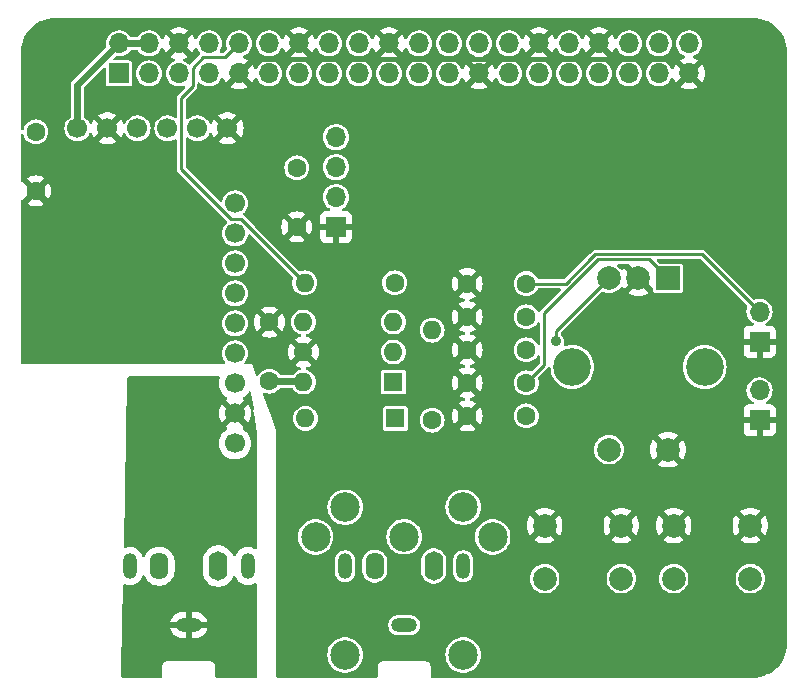
<source format=gbl>
G04 #@! TF.GenerationSoftware,KiCad,Pcbnew,8.0.7*
G04 #@! TF.CreationDate,2025-09-13T14:37:32+01:00*
G04 #@! TF.ProjectId,RPi-MiniDexed-IOBoard,5250692d-4d69-46e6-9944-657865642d49,rev?*
G04 #@! TF.SameCoordinates,Original*
G04 #@! TF.FileFunction,Copper,L2,Bot*
G04 #@! TF.FilePolarity,Positive*
%FSLAX46Y46*%
G04 Gerber Fmt 4.6, Leading zero omitted, Abs format (unit mm)*
G04 Created by KiCad (PCBNEW 8.0.7) date 2025-09-13 14:37:32*
%MOMM*%
%LPD*%
G01*
G04 APERTURE LIST*
G04 #@! TA.AperFunction,ComponentPad*
%ADD10C,2.000000*%
G04 #@! TD*
G04 #@! TA.AperFunction,ComponentPad*
%ADD11R,2.000000X2.000000*%
G04 #@! TD*
G04 #@! TA.AperFunction,ComponentPad*
%ADD12C,3.200000*%
G04 #@! TD*
G04 #@! TA.AperFunction,ComponentPad*
%ADD13R,1.700000X1.700000*%
G04 #@! TD*
G04 #@! TA.AperFunction,ComponentPad*
%ADD14O,1.700000X1.700000*%
G04 #@! TD*
G04 #@! TA.AperFunction,ComponentPad*
%ADD15C,1.600000*%
G04 #@! TD*
G04 #@! TA.AperFunction,ComponentPad*
%ADD16O,1.600000X1.600000*%
G04 #@! TD*
G04 #@! TA.AperFunction,ComponentPad*
%ADD17C,1.700000*%
G04 #@! TD*
G04 #@! TA.AperFunction,ComponentPad*
%ADD18R,1.600000X1.600000*%
G04 #@! TD*
G04 #@! TA.AperFunction,ComponentPad*
%ADD19O,1.200000X2.200000*%
G04 #@! TD*
G04 #@! TA.AperFunction,ComponentPad*
%ADD20O,1.600000X2.300000*%
G04 #@! TD*
G04 #@! TA.AperFunction,ComponentPad*
%ADD21O,2.200000X1.200000*%
G04 #@! TD*
G04 #@! TA.AperFunction,ComponentPad*
%ADD22O,1.600000X2.500000*%
G04 #@! TD*
G04 #@! TA.AperFunction,WasherPad*
%ADD23C,2.499360*%
G04 #@! TD*
G04 #@! TA.AperFunction,ComponentPad*
%ADD24C,2.499360*%
G04 #@! TD*
G04 #@! TA.AperFunction,ViaPad*
%ADD25C,0.900000*%
G04 #@! TD*
G04 #@! TA.AperFunction,Conductor*
%ADD26C,0.600000*%
G04 #@! TD*
G04 #@! TA.AperFunction,Conductor*
%ADD27C,0.400000*%
G04 #@! TD*
G04 #@! TA.AperFunction,Conductor*
%ADD28C,0.254000*%
G04 #@! TD*
G04 APERTURE END LIST*
D10*
X244405000Y-137046000D03*
X250905000Y-137046000D03*
X244405000Y-141546000D03*
X250905000Y-141546000D03*
D11*
X254852000Y-116121000D03*
D10*
X249852000Y-116121000D03*
X252352000Y-116121000D03*
D12*
X257952000Y-123621000D03*
X246752000Y-123621000D03*
D10*
X249852000Y-130621000D03*
X254852000Y-130621000D03*
D13*
X262602000Y-121475000D03*
D14*
X262602000Y-118935000D03*
D15*
X231712000Y-116496000D03*
D16*
X224092000Y-116496000D03*
D15*
X242852000Y-122171000D03*
X237852000Y-122171000D03*
X242852000Y-116571000D03*
X237852000Y-116571000D03*
D17*
X217552000Y-103421000D03*
X215012000Y-103421000D03*
X212472000Y-103421000D03*
X209932000Y-103421000D03*
X207392000Y-103421000D03*
X204852000Y-103421000D03*
X218187000Y-130091000D03*
X218187000Y-127551000D03*
X218187000Y-125011000D03*
X218187000Y-122471000D03*
X218187000Y-119931000D03*
X218187000Y-117391000D03*
X218187000Y-114851000D03*
X218187000Y-112311000D03*
X218187000Y-109771000D03*
D15*
X221102000Y-124821000D03*
X221102000Y-119821000D03*
D18*
X231777000Y-127971000D03*
D16*
X224157000Y-127971000D03*
D15*
X234877000Y-128121000D03*
D16*
X234877000Y-120501000D03*
D15*
X242852000Y-127771000D03*
X237852000Y-127771000D03*
D13*
X226752000Y-111786000D03*
D14*
X226752000Y-109246000D03*
X226752000Y-106706000D03*
X226752000Y-104166000D03*
D10*
X255327000Y-137046000D03*
X261827000Y-137046000D03*
X255327000Y-141546000D03*
X261827000Y-141546000D03*
D18*
X231602000Y-124896000D03*
D16*
X231602000Y-122356000D03*
X231602000Y-119816000D03*
X223982000Y-119816000D03*
X223982000Y-122356000D03*
X223982000Y-124896000D03*
D19*
X209277000Y-140482000D03*
D20*
X211777000Y-140482000D03*
D21*
X214277000Y-145482000D03*
D19*
X219277000Y-140482000D03*
D22*
X216777000Y-140482000D03*
D13*
X262602000Y-128146000D03*
D14*
X262602000Y-125606000D03*
D15*
X201327000Y-103721000D03*
X201327000Y-108721000D03*
X242852000Y-119371000D03*
X237852000Y-119371000D03*
D23*
X227510740Y-147997440D03*
X237513260Y-147997440D03*
D24*
X240010080Y-138002540D03*
X232512000Y-138000000D03*
D21*
X232512000Y-145489740D03*
D24*
X225013920Y-138002540D03*
D19*
X227512000Y-140489740D03*
D24*
X237508180Y-135500640D03*
X227515820Y-135500640D03*
D19*
X237512000Y-140489740D03*
D20*
X230012000Y-140489740D03*
D22*
X235012000Y-140489740D03*
D15*
X242852000Y-124971000D03*
X237852000Y-124971000D03*
X223427000Y-106771000D03*
X223427000Y-111771000D03*
D13*
X208370000Y-98770000D03*
D14*
X208370000Y-96230000D03*
X210910000Y-98770000D03*
X210910000Y-96230000D03*
X213450000Y-98770000D03*
X213450000Y-96230000D03*
X215990000Y-98770000D03*
X215990000Y-96230000D03*
X218530000Y-98770000D03*
X218530000Y-96230000D03*
X221070000Y-98770000D03*
X221070000Y-96230000D03*
X223610000Y-98770000D03*
X223610000Y-96230000D03*
X226150000Y-98770000D03*
X226150000Y-96230000D03*
X228690000Y-98770000D03*
X228690000Y-96230000D03*
X231230000Y-98770000D03*
X231230000Y-96230000D03*
X233770000Y-98770000D03*
X233770000Y-96230000D03*
X236310000Y-98770000D03*
X236310000Y-96230000D03*
X238850000Y-98770000D03*
X238850000Y-96230000D03*
X241390000Y-98770000D03*
X241390000Y-96230000D03*
X243930000Y-98770000D03*
X243930000Y-96230000D03*
X246470000Y-98770000D03*
X246470000Y-96230000D03*
X249010000Y-98770000D03*
X249010000Y-96230000D03*
X251550000Y-98770000D03*
X251550000Y-96230000D03*
X254090000Y-98770000D03*
X254090000Y-96230000D03*
X256630000Y-98770000D03*
X256630000Y-96230000D03*
D25*
X216762000Y-108136000D03*
X224282000Y-132866000D03*
X220872000Y-115706000D03*
X231452000Y-102086000D03*
X209332000Y-114516000D03*
X246222000Y-113256000D03*
X243622000Y-148326000D03*
X263122000Y-112866000D03*
X230922000Y-131486000D03*
X252292000Y-121226000D03*
X263392000Y-103106000D03*
X211822000Y-108226000D03*
X224202000Y-147566000D03*
X255782000Y-148056000D03*
X246132000Y-103726000D03*
X246932000Y-127796000D03*
X245372000Y-121466000D03*
D26*
X221102000Y-124821000D02*
X223907000Y-124821000D01*
X204852000Y-99748000D02*
X204852000Y-103421000D01*
X208370000Y-96230000D02*
X204852000Y-99748000D01*
X208370000Y-96230000D02*
X210910000Y-96230000D01*
D27*
X218530000Y-98770000D02*
X219780000Y-97520000D01*
X255380000Y-97520000D02*
X256630000Y-98770000D01*
X219780000Y-97520000D02*
X255380000Y-97520000D01*
D28*
X248440973Y-114334973D02*
X248708946Y-114067000D01*
X242852000Y-116571000D02*
X246214948Y-116571000D01*
X257734000Y-114067000D02*
X262602000Y-118935000D01*
X246214948Y-116560999D02*
X248440973Y-114334973D01*
X246214948Y-116571000D02*
X246214948Y-116560999D01*
X248708946Y-114067000D02*
X257734000Y-114067000D01*
X217847470Y-111096000D02*
X218692000Y-111096000D01*
X214627000Y-99861000D02*
X213649000Y-100839000D01*
X220097000Y-112501000D02*
X224092000Y-116496000D01*
X218530000Y-96230000D02*
X217353000Y-97407000D01*
X214627000Y-98282470D02*
X214627000Y-99861000D01*
X218692000Y-111096000D02*
X224092000Y-116496000D01*
X213649000Y-106897530D02*
X217847470Y-111096000D01*
X213649000Y-100839000D02*
X213649000Y-106897530D01*
X219893000Y-112297000D02*
X220097000Y-112501000D01*
X215502470Y-97407000D02*
X214627000Y-98282470D01*
X217353000Y-97407000D02*
X215502470Y-97407000D01*
X244392000Y-123431000D02*
X242852000Y-124971000D01*
X248907000Y-114521000D02*
X244392000Y-119036000D01*
X248907000Y-114521000D02*
X253252000Y-114521000D01*
X253252000Y-114521000D02*
X254852000Y-116121000D01*
X244392000Y-119036000D02*
X244392000Y-123431000D01*
X249852000Y-116121000D02*
X245362000Y-120611000D01*
X245362000Y-120611000D02*
X245372000Y-121466000D01*
X245372000Y-121466000D02*
X245362000Y-121456000D01*
G04 #@! TA.AperFunction,Conductor*
G36*
X216854516Y-124400666D02*
G01*
X216901321Y-124454050D01*
X216911834Y-124524264D01*
X216902404Y-124557667D01*
X216897704Y-124568381D01*
X216897702Y-124568387D01*
X216842437Y-124786624D01*
X216823844Y-125011000D01*
X216842437Y-125235375D01*
X216897702Y-125453612D01*
X216897703Y-125453613D01*
X216988141Y-125659793D01*
X217111275Y-125848265D01*
X217111279Y-125848270D01*
X217263762Y-126013908D01*
X217316922Y-126055284D01*
X217441424Y-126152189D01*
X217475205Y-126170470D01*
X217525596Y-126220482D01*
X217540949Y-126289799D01*
X217516389Y-126356412D01*
X217475208Y-126392097D01*
X217441700Y-126410230D01*
X217421310Y-126426099D01*
X217421310Y-126426101D01*
X218062051Y-127066842D01*
X217994007Y-127085075D01*
X217879993Y-127150901D01*
X217786901Y-127243993D01*
X217721075Y-127358007D01*
X217702841Y-127426052D01*
X217063921Y-126787132D01*
X216988580Y-126902451D01*
X216898179Y-127108543D01*
X216898176Y-127108550D01*
X216842932Y-127326707D01*
X216824346Y-127551000D01*
X216842932Y-127775292D01*
X216898176Y-127993449D01*
X216898179Y-127993456D01*
X216988580Y-128199548D01*
X217063922Y-128314866D01*
X217702841Y-127675946D01*
X217721075Y-127743993D01*
X217786901Y-127858007D01*
X217879993Y-127951099D01*
X217994007Y-128016925D01*
X218062051Y-128035157D01*
X217421310Y-128675898D01*
X217441694Y-128691763D01*
X217441700Y-128691768D01*
X217475206Y-128709900D01*
X217525597Y-128759913D01*
X217540949Y-128829230D01*
X217516389Y-128895843D01*
X217475209Y-128931526D01*
X217441430Y-128949806D01*
X217441424Y-128949811D01*
X217263762Y-129088091D01*
X217111279Y-129253729D01*
X217111275Y-129253734D01*
X216988141Y-129442206D01*
X216897703Y-129648386D01*
X216897702Y-129648387D01*
X216842437Y-129866624D01*
X216823844Y-130091000D01*
X216842437Y-130315375D01*
X216897702Y-130533612D01*
X216897703Y-130533613D01*
X216988141Y-130739793D01*
X217111275Y-130928265D01*
X217111279Y-130928270D01*
X217263762Y-131093908D01*
X217318331Y-131136381D01*
X217441424Y-131232189D01*
X217639426Y-131339342D01*
X217639427Y-131339342D01*
X217639428Y-131339343D01*
X217751227Y-131377723D01*
X217852365Y-131412444D01*
X218074431Y-131449500D01*
X218074435Y-131449500D01*
X218299565Y-131449500D01*
X218299569Y-131449500D01*
X218521635Y-131412444D01*
X218734574Y-131339342D01*
X218932576Y-131232189D01*
X219110240Y-131093906D01*
X219262722Y-130928268D01*
X219385860Y-130739791D01*
X219476296Y-130533616D01*
X219531564Y-130315368D01*
X219550156Y-130091000D01*
X219531564Y-129866632D01*
X219476296Y-129648384D01*
X219385860Y-129442209D01*
X219304371Y-129317480D01*
X219262724Y-129253734D01*
X219262720Y-129253729D01*
X219110237Y-129088091D01*
X219028382Y-129024381D01*
X218932576Y-128949811D01*
X218898792Y-128931528D01*
X218848402Y-128881516D01*
X218833050Y-128812199D01*
X218857610Y-128745586D01*
X218898793Y-128709901D01*
X218932299Y-128691768D01*
X218932302Y-128691766D01*
X218952689Y-128675898D01*
X218311948Y-128035157D01*
X218379993Y-128016925D01*
X218494007Y-127951099D01*
X218587099Y-127858007D01*
X218652925Y-127743993D01*
X218671157Y-127675948D01*
X219310076Y-128314867D01*
X219310077Y-128314866D01*
X219385419Y-128199551D01*
X219475820Y-127993456D01*
X219475823Y-127993449D01*
X219531067Y-127775292D01*
X219549653Y-127551000D01*
X219542281Y-127462034D01*
X219556589Y-127392494D01*
X219596666Y-127351502D01*
X219569729Y-127343401D01*
X219523589Y-127289442D01*
X219516398Y-127268783D01*
X219475819Y-127108541D01*
X219385422Y-126902456D01*
X219385417Y-126902448D01*
X219310076Y-126787132D01*
X218671157Y-127426051D01*
X218652925Y-127358007D01*
X218587099Y-127243993D01*
X218494007Y-127150901D01*
X218379993Y-127085075D01*
X218311947Y-127066841D01*
X218952689Y-126426100D01*
X218952688Y-126426099D01*
X218932306Y-126410235D01*
X218932294Y-126410227D01*
X218898792Y-126392097D01*
X218848402Y-126342084D01*
X218833050Y-126272767D01*
X218857611Y-126206154D01*
X218898790Y-126170472D01*
X218932576Y-126152189D01*
X219110240Y-126013906D01*
X219262722Y-125848268D01*
X219336518Y-125735314D01*
X219390518Y-125689230D01*
X219460865Y-125679654D01*
X219525223Y-125709631D01*
X219563157Y-125769643D01*
X219566830Y-125787119D01*
X219763375Y-127220738D01*
X219752811Y-127290944D01*
X219710928Y-127338644D01*
X219742217Y-127349915D01*
X219785402Y-127406267D01*
X219792683Y-127434514D01*
X220050832Y-129317480D01*
X220052000Y-129334594D01*
X220052000Y-138927831D01*
X220031998Y-138995952D01*
X219978342Y-139042445D01*
X219908068Y-139052549D01*
X219862436Y-139036086D01*
X219862392Y-139036174D01*
X219861693Y-139035818D01*
X219860177Y-139035271D01*
X219857989Y-139033930D01*
X219816662Y-139012873D01*
X219702516Y-138954712D01*
X219702513Y-138954711D01*
X219702511Y-138954710D01*
X219536577Y-138900796D01*
X219536574Y-138900795D01*
X219364241Y-138873500D01*
X219189759Y-138873500D01*
X219017426Y-138900795D01*
X219017423Y-138900795D01*
X219017422Y-138900796D01*
X218851488Y-138954710D01*
X218851482Y-138954713D01*
X218696015Y-139033928D01*
X218554858Y-139136485D01*
X218554855Y-139136487D01*
X218431487Y-139259855D01*
X218431485Y-139259858D01*
X218328928Y-139401015D01*
X218249713Y-139556482D01*
X218249712Y-139556483D01*
X218243854Y-139574513D01*
X218203778Y-139633117D01*
X218138380Y-139660751D01*
X218068424Y-139648642D01*
X218016120Y-139600634D01*
X218004189Y-139574507D01*
X217998335Y-139556491D01*
X217989634Y-139529710D01*
X217896129Y-139346197D01*
X217775068Y-139179570D01*
X217775065Y-139179567D01*
X217775063Y-139179564D01*
X217629435Y-139033936D01*
X217629432Y-139033934D01*
X217629430Y-139033932D01*
X217462803Y-138912871D01*
X217279290Y-138819366D01*
X217279287Y-138819365D01*
X217279285Y-138819364D01*
X217083412Y-138755721D01*
X217083410Y-138755720D01*
X217083408Y-138755720D01*
X216879981Y-138723500D01*
X216674019Y-138723500D01*
X216470592Y-138755720D01*
X216470590Y-138755720D01*
X216470587Y-138755721D01*
X216274714Y-138819364D01*
X216274708Y-138819367D01*
X216091193Y-138912873D01*
X215924567Y-139033934D01*
X215924564Y-139033936D01*
X215778936Y-139179564D01*
X215778934Y-139179567D01*
X215657873Y-139346193D01*
X215564367Y-139529708D01*
X215564364Y-139529714D01*
X215500721Y-139725587D01*
X215500720Y-139725590D01*
X215500720Y-139725592D01*
X215468500Y-139929019D01*
X215468500Y-141034981D01*
X215500720Y-141238408D01*
X215500721Y-141238412D01*
X215555666Y-141407516D01*
X215564366Y-141434290D01*
X215657871Y-141617803D01*
X215778932Y-141784430D01*
X215778934Y-141784432D01*
X215778936Y-141784435D01*
X215924564Y-141930063D01*
X215924567Y-141930065D01*
X215924570Y-141930068D01*
X216091197Y-142051129D01*
X216274710Y-142144634D01*
X216470592Y-142208280D01*
X216674019Y-142240500D01*
X216674022Y-142240500D01*
X216879978Y-142240500D01*
X216879981Y-142240500D01*
X217083408Y-142208280D01*
X217279290Y-142144634D01*
X217462803Y-142051129D01*
X217629430Y-141930068D01*
X217775068Y-141784430D01*
X217896129Y-141617803D01*
X217989634Y-141434290D01*
X218004190Y-141389488D01*
X218044261Y-141330886D01*
X218109657Y-141303249D01*
X218179614Y-141315354D01*
X218231921Y-141363359D01*
X218243854Y-141389488D01*
X218249712Y-141407516D01*
X218328926Y-141562981D01*
X218431483Y-141704139D01*
X218431485Y-141704141D01*
X218431487Y-141704144D01*
X218554855Y-141827512D01*
X218554858Y-141827514D01*
X218554861Y-141827517D01*
X218696019Y-141930074D01*
X218851484Y-142009288D01*
X219017426Y-142063205D01*
X219189759Y-142090500D01*
X219189762Y-142090500D01*
X219364238Y-142090500D01*
X219364241Y-142090500D01*
X219536574Y-142063205D01*
X219702516Y-142009288D01*
X219857981Y-141930074D01*
X219857991Y-141930066D01*
X219860165Y-141928735D01*
X219861109Y-141928479D01*
X219862392Y-141927826D01*
X219862529Y-141928095D01*
X219928699Y-141910197D01*
X219996375Y-141931653D01*
X220041708Y-141986292D01*
X220052000Y-142036168D01*
X220052000Y-149805500D01*
X220031998Y-149873621D01*
X219978342Y-149920114D01*
X219926000Y-149931500D01*
X216653500Y-149931500D01*
X216585379Y-149911498D01*
X216538886Y-149857842D01*
X216527500Y-149805500D01*
X216527500Y-148922692D01*
X216527500Y-148922691D01*
X216496799Y-148808114D01*
X216437489Y-148705387D01*
X216437487Y-148705385D01*
X216437483Y-148705380D01*
X216353619Y-148621516D01*
X216353609Y-148621508D01*
X216250886Y-148562201D01*
X216136309Y-148531500D01*
X216097918Y-148531500D01*
X212493408Y-148531500D01*
X212477000Y-148531500D01*
X212417691Y-148531500D01*
X212341306Y-148551967D01*
X212303113Y-148562201D01*
X212200390Y-148621508D01*
X212200380Y-148621516D01*
X212116516Y-148705380D01*
X212116508Y-148705390D01*
X212057201Y-148808113D01*
X212026500Y-148922692D01*
X212026500Y-149805500D01*
X212006498Y-149873621D01*
X211952842Y-149920114D01*
X211900500Y-149931500D01*
X208662313Y-149931500D01*
X208594192Y-149911498D01*
X208547699Y-149857842D01*
X208536341Y-149802841D01*
X208539275Y-149663826D01*
X208553668Y-148982000D01*
X208622185Y-145736000D01*
X212695420Y-145736000D01*
X212696285Y-145741465D01*
X212750174Y-145907319D01*
X212750177Y-145907325D01*
X212829356Y-146062721D01*
X212931867Y-146203815D01*
X212931869Y-146203818D01*
X213055181Y-146327130D01*
X213055184Y-146327132D01*
X213196278Y-146429643D01*
X213351674Y-146508822D01*
X213351680Y-146508825D01*
X213517539Y-146562715D01*
X213517535Y-146562715D01*
X213689802Y-146590000D01*
X214023000Y-146590000D01*
X214531000Y-146590000D01*
X214864198Y-146590000D01*
X215036462Y-146562715D01*
X215202319Y-146508825D01*
X215202325Y-146508822D01*
X215357721Y-146429643D01*
X215498815Y-146327132D01*
X215498818Y-146327130D01*
X215622130Y-146203818D01*
X215622132Y-146203815D01*
X215724643Y-146062721D01*
X215803822Y-145907325D01*
X215803825Y-145907319D01*
X215857714Y-145741465D01*
X215858580Y-145736000D01*
X214531000Y-145736000D01*
X214531000Y-146590000D01*
X214023000Y-146590000D01*
X214023000Y-145736000D01*
X212695420Y-145736000D01*
X208622185Y-145736000D01*
X208628386Y-145442218D01*
X213577000Y-145442218D01*
X213577000Y-145521782D01*
X213607448Y-145595291D01*
X213663709Y-145651552D01*
X213737218Y-145682000D01*
X214816782Y-145682000D01*
X214890291Y-145651552D01*
X214946552Y-145595291D01*
X214977000Y-145521782D01*
X214977000Y-145442218D01*
X214946552Y-145368709D01*
X214890291Y-145312448D01*
X214816782Y-145282000D01*
X213737218Y-145282000D01*
X213663709Y-145312448D01*
X213607448Y-145368709D01*
X213577000Y-145442218D01*
X208628386Y-145442218D01*
X208632908Y-145228000D01*
X212695420Y-145228000D01*
X214023000Y-145228000D01*
X214531000Y-145228000D01*
X215858580Y-145228000D01*
X215857714Y-145222534D01*
X215803825Y-145056680D01*
X215803822Y-145056674D01*
X215724643Y-144901278D01*
X215622132Y-144760184D01*
X215622130Y-144760181D01*
X215498818Y-144636869D01*
X215498815Y-144636867D01*
X215357721Y-144534356D01*
X215202325Y-144455177D01*
X215202319Y-144455174D01*
X215036460Y-144401284D01*
X215036464Y-144401284D01*
X214864198Y-144374000D01*
X214531000Y-144374000D01*
X214531000Y-145228000D01*
X214023000Y-145228000D01*
X214023000Y-144374000D01*
X213689802Y-144374000D01*
X213517537Y-144401284D01*
X213351680Y-144455174D01*
X213351674Y-144455177D01*
X213196278Y-144534356D01*
X213055184Y-144636867D01*
X213055181Y-144636869D01*
X212931869Y-144760181D01*
X212931867Y-144760184D01*
X212829356Y-144901278D01*
X212750177Y-145056674D01*
X212750174Y-145056680D01*
X212696285Y-145222534D01*
X212695420Y-145228000D01*
X208632908Y-145228000D01*
X208698295Y-142130264D01*
X208719729Y-142062586D01*
X208774354Y-142017235D01*
X208844826Y-142008617D01*
X208863197Y-142013093D01*
X209017426Y-142063205D01*
X209189759Y-142090500D01*
X209189762Y-142090500D01*
X209364238Y-142090500D01*
X209364241Y-142090500D01*
X209536574Y-142063205D01*
X209702516Y-142009288D01*
X209857981Y-141930074D01*
X209999139Y-141827517D01*
X210122517Y-141704139D01*
X210225074Y-141562981D01*
X210304288Y-141407516D01*
X210326410Y-141339427D01*
X210366481Y-141280826D01*
X210431878Y-141253188D01*
X210501835Y-141265294D01*
X210554141Y-141313300D01*
X210562650Y-141330147D01*
X210564364Y-141334286D01*
X210564365Y-141334289D01*
X210564366Y-141334290D01*
X210657871Y-141517803D01*
X210778932Y-141684430D01*
X210778934Y-141684432D01*
X210778936Y-141684435D01*
X210924564Y-141830063D01*
X210924567Y-141830065D01*
X210924570Y-141830068D01*
X211091197Y-141951129D01*
X211274710Y-142044634D01*
X211470592Y-142108280D01*
X211674019Y-142140500D01*
X211674022Y-142140500D01*
X211879978Y-142140500D01*
X211879981Y-142140500D01*
X212083408Y-142108280D01*
X212279290Y-142044634D01*
X212462803Y-141951129D01*
X212629430Y-141830068D01*
X212775068Y-141684430D01*
X212896129Y-141517803D01*
X212989634Y-141334290D01*
X213053280Y-141138408D01*
X213085500Y-140934981D01*
X213085500Y-140029019D01*
X213053280Y-139825592D01*
X212989634Y-139629710D01*
X212896129Y-139446197D01*
X212775068Y-139279570D01*
X212775065Y-139279567D01*
X212775063Y-139279564D01*
X212629435Y-139133936D01*
X212629432Y-139133934D01*
X212629430Y-139133932D01*
X212462803Y-139012871D01*
X212279290Y-138919366D01*
X212279287Y-138919365D01*
X212279285Y-138919364D01*
X212083412Y-138855721D01*
X212083410Y-138855720D01*
X212083408Y-138855720D01*
X211879981Y-138823500D01*
X211674019Y-138823500D01*
X211470592Y-138855720D01*
X211470590Y-138855720D01*
X211470587Y-138855721D01*
X211274714Y-138919364D01*
X211274708Y-138919367D01*
X211091193Y-139012873D01*
X210924567Y-139133934D01*
X210924564Y-139133936D01*
X210778936Y-139279564D01*
X210778934Y-139279567D01*
X210657873Y-139446193D01*
X210564361Y-139629719D01*
X210562648Y-139633856D01*
X210518097Y-139689135D01*
X210450733Y-139711552D01*
X210381942Y-139693990D01*
X210333567Y-139642026D01*
X210326409Y-139624567D01*
X210304290Y-139556491D01*
X210304288Y-139556484D01*
X210225074Y-139401019D01*
X210122517Y-139259861D01*
X210122514Y-139259858D01*
X210122512Y-139259855D01*
X209999144Y-139136487D01*
X209999141Y-139136485D01*
X209999139Y-139136483D01*
X209883613Y-139052549D01*
X209857984Y-139033928D01*
X209857983Y-139033927D01*
X209857981Y-139033926D01*
X209702516Y-138954712D01*
X209702513Y-138954711D01*
X209702511Y-138954710D01*
X209536577Y-138900796D01*
X209536574Y-138900795D01*
X209364241Y-138873500D01*
X209189759Y-138873500D01*
X209103592Y-138887147D01*
X209017423Y-138900795D01*
X208933377Y-138928103D01*
X208862410Y-138930129D01*
X208801612Y-138893466D01*
X208770288Y-138829753D01*
X208768472Y-138805629D01*
X209069411Y-124548621D01*
X209090846Y-124480940D01*
X209145471Y-124435590D01*
X209194646Y-124425285D01*
X216786284Y-124381062D01*
X216854516Y-124400666D01*
G37*
G04 #@! TD.AperFunction*
G04 #@! TA.AperFunction,Conductor*
G36*
X251504641Y-114918502D02*
G01*
X251525615Y-114935405D01*
X252227052Y-115636842D01*
X252159007Y-115655075D01*
X252044993Y-115720901D01*
X251951901Y-115813993D01*
X251886075Y-115928007D01*
X251867842Y-115996051D01*
X251118898Y-115247107D01*
X251118895Y-115247107D01*
X251054922Y-115351502D01*
X251002275Y-115399133D01*
X250932233Y-115410740D01*
X250867036Y-115382637D01*
X250844279Y-115357940D01*
X250813598Y-115314123D01*
X250658877Y-115159402D01*
X250658873Y-115159399D01*
X250613621Y-115127713D01*
X250569293Y-115072256D01*
X250561984Y-115001636D01*
X250594015Y-114938276D01*
X250655216Y-114902291D01*
X250685892Y-114898500D01*
X251436520Y-114898500D01*
X251504641Y-114918502D01*
G37*
G04 #@! TD.AperFunction*
G04 #@! TA.AperFunction,Conductor*
G36*
X214573076Y-96993867D02*
G01*
X214573077Y-96993866D01*
X214648419Y-96878551D01*
X214738818Y-96672460D01*
X214739861Y-96669425D01*
X214740621Y-96668351D01*
X214740916Y-96667680D01*
X214741054Y-96667740D01*
X214780896Y-96611488D01*
X214846740Y-96584933D01*
X214916487Y-96598192D01*
X214967994Y-96647054D01*
X214971815Y-96654147D01*
X215050327Y-96811821D01*
X215050328Y-96811822D01*
X215050329Y-96811824D01*
X215173234Y-96974578D01*
X215194876Y-96994307D01*
X215231742Y-97054981D01*
X215229953Y-97125955D01*
X215199086Y-97176517D01*
X214395475Y-97980130D01*
X214333162Y-98014155D01*
X214262347Y-98009091D01*
X214221494Y-97984150D01*
X214116046Y-97888022D01*
X214116039Y-97888017D01*
X213942648Y-97780658D01*
X213942641Y-97780654D01*
X213942637Y-97780652D01*
X213875718Y-97754727D01*
X213819425Y-97711469D01*
X213795454Y-97644642D01*
X213811418Y-97575463D01*
X213862249Y-97525897D01*
X213880325Y-97518064D01*
X213997365Y-97477884D01*
X213997371Y-97477882D01*
X214195298Y-97370768D01*
X214195302Y-97370766D01*
X214215689Y-97354898D01*
X213574948Y-96714157D01*
X213642993Y-96695925D01*
X213757007Y-96630099D01*
X213850099Y-96537007D01*
X213915925Y-96422993D01*
X213934157Y-96354948D01*
X214573076Y-96993867D01*
G37*
G04 #@! TD.AperFunction*
G04 #@! TA.AperFunction,Conductor*
G36*
X262003525Y-94050697D02*
G01*
X262323176Y-94068649D01*
X262337212Y-94070230D01*
X262649357Y-94123266D01*
X262663115Y-94126406D01*
X262967362Y-94214058D01*
X262980696Y-94218724D01*
X263273202Y-94339884D01*
X263285933Y-94346015D01*
X263563032Y-94499162D01*
X263574996Y-94506679D01*
X263833213Y-94689894D01*
X263844260Y-94698704D01*
X264080334Y-94909674D01*
X264090325Y-94919665D01*
X264301295Y-95155739D01*
X264310105Y-95166786D01*
X264493320Y-95425003D01*
X264500837Y-95436967D01*
X264653984Y-95714066D01*
X264660115Y-95726797D01*
X264781275Y-96019303D01*
X264785942Y-96032640D01*
X264873591Y-96336876D01*
X264876735Y-96350651D01*
X264929768Y-96662785D01*
X264931350Y-96676826D01*
X264949302Y-96996474D01*
X264949500Y-97003539D01*
X264949500Y-146996460D01*
X264949302Y-147003525D01*
X264931350Y-147323173D01*
X264929768Y-147337214D01*
X264876735Y-147649348D01*
X264873591Y-147663123D01*
X264785942Y-147967359D01*
X264781275Y-147980696D01*
X264660115Y-148273202D01*
X264653984Y-148285933D01*
X264500837Y-148563032D01*
X264493320Y-148574996D01*
X264310105Y-148833213D01*
X264301295Y-148844260D01*
X264090325Y-149080334D01*
X264080334Y-149090325D01*
X263844260Y-149301295D01*
X263833213Y-149310105D01*
X263574996Y-149493320D01*
X263563032Y-149500837D01*
X263285933Y-149653984D01*
X263273202Y-149660115D01*
X262980696Y-149781275D01*
X262967359Y-149785942D01*
X262663123Y-149873591D01*
X262649348Y-149876735D01*
X262337214Y-149929768D01*
X262323173Y-149931350D01*
X262003560Y-149949299D01*
X261996439Y-149949497D01*
X239057973Y-149939260D01*
X239057873Y-149939240D01*
X239032918Y-149939240D01*
X239011271Y-149939240D01*
X238991105Y-149939231D01*
X238991104Y-149939231D01*
X238966135Y-149939220D01*
X238966036Y-149939240D01*
X234888500Y-149939240D01*
X234820379Y-149919238D01*
X234773886Y-149865582D01*
X234762500Y-149813240D01*
X234762500Y-148943836D01*
X234762463Y-148943656D01*
X234762465Y-148930437D01*
X234731775Y-148815860D01*
X234672474Y-148713132D01*
X234588604Y-148629254D01*
X234578782Y-148623582D01*
X234485888Y-148569944D01*
X234485883Y-148569942D01*
X234371308Y-148539240D01*
X234332918Y-148539240D01*
X230764230Y-148539240D01*
X230764090Y-148539199D01*
X230652687Y-148539200D01*
X230652682Y-148539201D01*
X230538105Y-148569903D01*
X230538100Y-148569905D01*
X230435373Y-148629221D01*
X230351495Y-148713107D01*
X230351493Y-148713109D01*
X230292187Y-148815847D01*
X230261494Y-148930434D01*
X230261500Y-148989735D01*
X230261500Y-149813240D01*
X230241498Y-149881361D01*
X230187842Y-149927854D01*
X230135500Y-149939240D01*
X226012026Y-149939240D01*
X221827814Y-149933052D01*
X221759723Y-149912949D01*
X221713309Y-149859225D01*
X221702000Y-149807052D01*
X221702000Y-147997440D01*
X226005419Y-147997440D01*
X226013478Y-148094702D01*
X226025951Y-148245215D01*
X226086979Y-148486213D01*
X226086982Y-148486220D01*
X226186849Y-148713893D01*
X226322829Y-148922027D01*
X226491207Y-149104935D01*
X226491212Y-149104939D01*
X226491214Y-149104941D01*
X226687407Y-149257644D01*
X226906059Y-149375973D01*
X227141206Y-149456699D01*
X227386432Y-149497620D01*
X227386436Y-149497620D01*
X227635044Y-149497620D01*
X227635048Y-149497620D01*
X227880274Y-149456699D01*
X228115421Y-149375973D01*
X228334073Y-149257644D01*
X228530266Y-149104941D01*
X228548061Y-149085611D01*
X228698650Y-148922027D01*
X228713517Y-148899271D01*
X228834630Y-148713894D01*
X228934499Y-148486217D01*
X228995530Y-148245208D01*
X229016061Y-147997440D01*
X236007939Y-147997440D01*
X236015998Y-148094702D01*
X236028471Y-148245215D01*
X236089499Y-148486213D01*
X236089502Y-148486220D01*
X236189369Y-148713893D01*
X236325349Y-148922027D01*
X236493727Y-149104935D01*
X236493732Y-149104939D01*
X236493734Y-149104941D01*
X236689927Y-149257644D01*
X236908579Y-149375973D01*
X237143726Y-149456699D01*
X237388952Y-149497620D01*
X237388956Y-149497620D01*
X237637564Y-149497620D01*
X237637568Y-149497620D01*
X237882794Y-149456699D01*
X238117941Y-149375973D01*
X238336593Y-149257644D01*
X238532786Y-149104941D01*
X238550581Y-149085611D01*
X238701170Y-148922027D01*
X238716037Y-148899271D01*
X238837150Y-148713894D01*
X238937019Y-148486217D01*
X238998050Y-148245208D01*
X239018581Y-147997440D01*
X238998050Y-147749672D01*
X238937019Y-147508663D01*
X238837150Y-147280986D01*
X238758021Y-147159870D01*
X238701170Y-147072852D01*
X238532792Y-146889944D01*
X238336595Y-146737237D01*
X238313750Y-146724874D01*
X238117941Y-146618907D01*
X238117937Y-146618905D01*
X238117936Y-146618905D01*
X237882798Y-146538182D01*
X237882791Y-146538180D01*
X237777840Y-146520667D01*
X237637568Y-146497260D01*
X237388952Y-146497260D01*
X237266229Y-146517738D01*
X237143728Y-146538180D01*
X237143721Y-146538182D01*
X236908583Y-146618905D01*
X236689924Y-146737237D01*
X236493727Y-146889944D01*
X236325349Y-147072852D01*
X236189369Y-147280986D01*
X236089502Y-147508659D01*
X236089499Y-147508666D01*
X236028471Y-147749664D01*
X236028470Y-147749670D01*
X236028470Y-147749672D01*
X236007939Y-147997440D01*
X229016061Y-147997440D01*
X228995530Y-147749672D01*
X228934499Y-147508663D01*
X228834630Y-147280986D01*
X228755501Y-147159870D01*
X228698650Y-147072852D01*
X228530272Y-146889944D01*
X228334075Y-146737237D01*
X228311230Y-146724874D01*
X228115421Y-146618907D01*
X228115417Y-146618905D01*
X228115416Y-146618905D01*
X227880278Y-146538182D01*
X227880271Y-146538180D01*
X227775320Y-146520667D01*
X227635048Y-146497260D01*
X227386432Y-146497260D01*
X227263709Y-146517738D01*
X227141208Y-146538180D01*
X227141201Y-146538182D01*
X226906063Y-146618905D01*
X226687404Y-146737237D01*
X226491207Y-146889944D01*
X226322829Y-147072852D01*
X226186849Y-147280986D01*
X226086982Y-147508659D01*
X226086979Y-147508666D01*
X226025951Y-147749664D01*
X226025950Y-147749670D01*
X226025950Y-147749672D01*
X226005419Y-147997440D01*
X221702000Y-147997440D01*
X221702000Y-145405970D01*
X231161500Y-145405970D01*
X231161500Y-145405973D01*
X231161500Y-145573507D01*
X231194184Y-145737822D01*
X231258297Y-145892603D01*
X231258298Y-145892604D01*
X231351373Y-146031901D01*
X231351378Y-146031907D01*
X231469832Y-146150361D01*
X231469838Y-146150366D01*
X231609137Y-146243443D01*
X231763918Y-146307556D01*
X231928233Y-146340240D01*
X231928234Y-146340240D01*
X233095766Y-146340240D01*
X233095767Y-146340240D01*
X233260082Y-146307556D01*
X233414863Y-146243443D01*
X233554162Y-146150366D01*
X233672626Y-146031902D01*
X233765703Y-145892603D01*
X233829816Y-145737822D01*
X233862500Y-145573507D01*
X233862500Y-145405973D01*
X233829816Y-145241658D01*
X233765703Y-145086877D01*
X233672626Y-144947578D01*
X233672621Y-144947572D01*
X233554167Y-144829118D01*
X233554161Y-144829113D01*
X233414864Y-144736038D01*
X233414865Y-144736038D01*
X233414863Y-144736037D01*
X233305420Y-144690704D01*
X233260085Y-144671925D01*
X233260083Y-144671924D01*
X233260082Y-144671924D01*
X233177368Y-144655471D01*
X233095769Y-144639240D01*
X233095767Y-144639240D01*
X231928233Y-144639240D01*
X231928230Y-144639240D01*
X231805830Y-144663587D01*
X231763918Y-144671924D01*
X231763917Y-144671924D01*
X231763914Y-144671925D01*
X231609135Y-144736038D01*
X231469838Y-144829113D01*
X231469832Y-144829118D01*
X231351378Y-144947572D01*
X231351373Y-144947578D01*
X231258298Y-145086875D01*
X231194185Y-145241654D01*
X231161500Y-145405970D01*
X221702000Y-145405970D01*
X221702000Y-139905970D01*
X226661500Y-139905970D01*
X226661500Y-141073509D01*
X226670086Y-141116671D01*
X226694184Y-141237822D01*
X226758297Y-141392603D01*
X226788188Y-141437338D01*
X226851373Y-141531901D01*
X226851378Y-141531907D01*
X226969832Y-141650361D01*
X226969838Y-141650366D01*
X227109137Y-141743443D01*
X227263918Y-141807556D01*
X227428233Y-141840240D01*
X227428234Y-141840240D01*
X227595766Y-141840240D01*
X227595767Y-141840240D01*
X227760082Y-141807556D01*
X227914863Y-141743443D01*
X228054162Y-141650366D01*
X228172626Y-141531902D01*
X228265703Y-141392603D01*
X228329816Y-141237822D01*
X228362500Y-141073507D01*
X228362500Y-140036272D01*
X228961500Y-140036272D01*
X228961500Y-140943207D01*
X228996004Y-141116670D01*
X229001870Y-141146160D01*
X229081059Y-141337338D01*
X229151101Y-141442164D01*
X229196024Y-141509396D01*
X229196029Y-141509402D01*
X229342337Y-141655710D01*
X229342343Y-141655715D01*
X229342345Y-141655717D01*
X229514402Y-141770681D01*
X229705580Y-141849870D01*
X229908535Y-141890240D01*
X229908536Y-141890240D01*
X230115464Y-141890240D01*
X230115465Y-141890240D01*
X230318420Y-141849870D01*
X230509598Y-141770681D01*
X230681655Y-141655717D01*
X230827977Y-141509395D01*
X230942941Y-141337338D01*
X231022130Y-141146160D01*
X231062500Y-140943205D01*
X231062500Y-140036275D01*
X231042608Y-139936272D01*
X233961500Y-139936272D01*
X233961500Y-141043207D01*
X233976112Y-141116667D01*
X234001870Y-141246160D01*
X234081059Y-141437338D01*
X234196023Y-141609395D01*
X234196024Y-141609396D01*
X234196029Y-141609402D01*
X234342337Y-141755710D01*
X234342343Y-141755715D01*
X234342345Y-141755717D01*
X234514402Y-141870681D01*
X234705580Y-141949870D01*
X234908535Y-141990240D01*
X234908536Y-141990240D01*
X235115464Y-141990240D01*
X235115465Y-141990240D01*
X235318420Y-141949870D01*
X235509598Y-141870681D01*
X235681655Y-141755717D01*
X235827977Y-141609395D01*
X235942941Y-141437338D01*
X236022130Y-141246160D01*
X236062500Y-141043205D01*
X236062500Y-139936275D01*
X236056472Y-139905970D01*
X236661500Y-139905970D01*
X236661500Y-141073509D01*
X236670086Y-141116671D01*
X236694184Y-141237822D01*
X236758297Y-141392603D01*
X236788188Y-141437338D01*
X236851373Y-141531901D01*
X236851378Y-141531907D01*
X236969832Y-141650361D01*
X236969838Y-141650366D01*
X237109137Y-141743443D01*
X237263918Y-141807556D01*
X237428233Y-141840240D01*
X237428234Y-141840240D01*
X237595766Y-141840240D01*
X237595767Y-141840240D01*
X237760082Y-141807556D01*
X237914863Y-141743443D01*
X238054162Y-141650366D01*
X238158528Y-141546000D01*
X243149723Y-141546000D01*
X243168793Y-141763977D01*
X243189228Y-141840240D01*
X243225424Y-141975328D01*
X243225426Y-141975333D01*
X243317898Y-142173639D01*
X243443402Y-142352877D01*
X243598123Y-142507598D01*
X243777361Y-142633102D01*
X243975670Y-142725575D01*
X244187023Y-142782207D01*
X244405000Y-142801277D01*
X244622977Y-142782207D01*
X244834330Y-142725575D01*
X245032639Y-142633102D01*
X245211877Y-142507598D01*
X245366598Y-142352877D01*
X245492102Y-142173639D01*
X245584575Y-141975330D01*
X245641207Y-141763977D01*
X245660277Y-141546000D01*
X249649723Y-141546000D01*
X249668793Y-141763977D01*
X249689228Y-141840240D01*
X249725424Y-141975328D01*
X249725426Y-141975333D01*
X249817898Y-142173639D01*
X249943402Y-142352877D01*
X250098123Y-142507598D01*
X250277361Y-142633102D01*
X250475670Y-142725575D01*
X250687023Y-142782207D01*
X250905000Y-142801277D01*
X251122977Y-142782207D01*
X251334330Y-142725575D01*
X251532639Y-142633102D01*
X251711877Y-142507598D01*
X251866598Y-142352877D01*
X251992102Y-142173639D01*
X252084575Y-141975330D01*
X252141207Y-141763977D01*
X252160277Y-141546000D01*
X254071723Y-141546000D01*
X254090793Y-141763977D01*
X254111228Y-141840240D01*
X254147424Y-141975328D01*
X254147426Y-141975333D01*
X254239898Y-142173639D01*
X254365402Y-142352877D01*
X254520123Y-142507598D01*
X254699361Y-142633102D01*
X254897670Y-142725575D01*
X255109023Y-142782207D01*
X255327000Y-142801277D01*
X255544977Y-142782207D01*
X255756330Y-142725575D01*
X255954639Y-142633102D01*
X256133877Y-142507598D01*
X256288598Y-142352877D01*
X256414102Y-142173639D01*
X256506575Y-141975330D01*
X256563207Y-141763977D01*
X256582277Y-141546000D01*
X260571723Y-141546000D01*
X260590793Y-141763977D01*
X260611228Y-141840240D01*
X260647424Y-141975328D01*
X260647426Y-141975333D01*
X260739898Y-142173639D01*
X260865402Y-142352877D01*
X261020123Y-142507598D01*
X261199361Y-142633102D01*
X261397670Y-142725575D01*
X261609023Y-142782207D01*
X261827000Y-142801277D01*
X262044977Y-142782207D01*
X262256330Y-142725575D01*
X262454639Y-142633102D01*
X262633877Y-142507598D01*
X262788598Y-142352877D01*
X262914102Y-142173639D01*
X263006575Y-141975330D01*
X263063207Y-141763977D01*
X263082277Y-141546000D01*
X263063207Y-141328023D01*
X263006575Y-141116670D01*
X262914102Y-140918362D01*
X262914101Y-140918361D01*
X262914100Y-140918358D01*
X262788604Y-140739131D01*
X262788601Y-140739127D01*
X262788598Y-140739123D01*
X262633877Y-140584402D01*
X262454639Y-140458898D01*
X262256333Y-140366426D01*
X262256328Y-140366424D01*
X262178967Y-140345695D01*
X262044977Y-140309793D01*
X261827000Y-140290723D01*
X261609023Y-140309793D01*
X261519696Y-140333728D01*
X261397671Y-140366424D01*
X261397667Y-140366426D01*
X261199358Y-140458899D01*
X261020131Y-140584395D01*
X261020120Y-140584404D01*
X260865404Y-140739120D01*
X260865395Y-140739131D01*
X260739899Y-140918358D01*
X260647426Y-141116667D01*
X260647424Y-141116671D01*
X260617036Y-141230082D01*
X260590793Y-141328023D01*
X260571723Y-141546000D01*
X256582277Y-141546000D01*
X256563207Y-141328023D01*
X256506575Y-141116670D01*
X256414102Y-140918362D01*
X256414101Y-140918361D01*
X256414100Y-140918358D01*
X256288604Y-140739131D01*
X256288601Y-140739127D01*
X256288598Y-140739123D01*
X256133877Y-140584402D01*
X255954639Y-140458898D01*
X255756333Y-140366426D01*
X255756328Y-140366424D01*
X255678967Y-140345695D01*
X255544977Y-140309793D01*
X255327000Y-140290723D01*
X255109023Y-140309793D01*
X255019696Y-140333728D01*
X254897671Y-140366424D01*
X254897667Y-140366426D01*
X254699358Y-140458899D01*
X254520131Y-140584395D01*
X254520120Y-140584404D01*
X254365404Y-140739120D01*
X254365395Y-140739131D01*
X254239899Y-140918358D01*
X254147426Y-141116667D01*
X254147424Y-141116671D01*
X254117036Y-141230082D01*
X254090793Y-141328023D01*
X254071723Y-141546000D01*
X252160277Y-141546000D01*
X252141207Y-141328023D01*
X252084575Y-141116670D01*
X251992102Y-140918362D01*
X251992101Y-140918361D01*
X251992100Y-140918358D01*
X251866604Y-140739131D01*
X251866601Y-140739127D01*
X251866598Y-140739123D01*
X251711877Y-140584402D01*
X251532639Y-140458898D01*
X251334333Y-140366426D01*
X251334328Y-140366424D01*
X251256967Y-140345695D01*
X251122977Y-140309793D01*
X250905000Y-140290723D01*
X250687023Y-140309793D01*
X250597696Y-140333728D01*
X250475671Y-140366424D01*
X250475667Y-140366426D01*
X250277358Y-140458899D01*
X250098131Y-140584395D01*
X250098120Y-140584404D01*
X249943404Y-140739120D01*
X249943395Y-140739131D01*
X249817899Y-140918358D01*
X249725426Y-141116667D01*
X249725424Y-141116671D01*
X249695036Y-141230082D01*
X249668793Y-141328023D01*
X249649723Y-141546000D01*
X245660277Y-141546000D01*
X245641207Y-141328023D01*
X245584575Y-141116670D01*
X245492102Y-140918362D01*
X245492101Y-140918361D01*
X245492100Y-140918358D01*
X245366604Y-140739131D01*
X245366601Y-140739127D01*
X245366598Y-140739123D01*
X245211877Y-140584402D01*
X245032639Y-140458898D01*
X244834333Y-140366426D01*
X244834328Y-140366424D01*
X244756967Y-140345695D01*
X244622977Y-140309793D01*
X244405000Y-140290723D01*
X244187023Y-140309793D01*
X244097696Y-140333728D01*
X243975671Y-140366424D01*
X243975667Y-140366426D01*
X243777358Y-140458899D01*
X243598131Y-140584395D01*
X243598120Y-140584404D01*
X243443404Y-140739120D01*
X243443395Y-140739131D01*
X243317899Y-140918358D01*
X243225426Y-141116667D01*
X243225424Y-141116671D01*
X243195036Y-141230082D01*
X243168793Y-141328023D01*
X243149723Y-141546000D01*
X238158528Y-141546000D01*
X238172626Y-141531902D01*
X238265703Y-141392603D01*
X238329816Y-141237822D01*
X238362500Y-141073507D01*
X238362500Y-139905973D01*
X238329816Y-139741658D01*
X238265703Y-139586877D01*
X238172626Y-139447578D01*
X238172621Y-139447572D01*
X238054167Y-139329118D01*
X238054161Y-139329113D01*
X237971035Y-139273570D01*
X237914863Y-139236037D01*
X237805420Y-139190704D01*
X237760085Y-139171925D01*
X237760083Y-139171924D01*
X237760082Y-139171924D01*
X237677368Y-139155471D01*
X237595769Y-139139240D01*
X237595767Y-139139240D01*
X237428233Y-139139240D01*
X237428230Y-139139240D01*
X237305830Y-139163587D01*
X237263918Y-139171924D01*
X237263917Y-139171924D01*
X237263914Y-139171925D01*
X237109135Y-139236038D01*
X236969838Y-139329113D01*
X236969832Y-139329118D01*
X236851378Y-139447572D01*
X236851373Y-139447578D01*
X236758298Y-139586875D01*
X236694185Y-139741654D01*
X236661500Y-139905970D01*
X236056472Y-139905970D01*
X236022130Y-139733320D01*
X235942941Y-139542142D01*
X235827977Y-139370085D01*
X235827975Y-139370083D01*
X235827970Y-139370077D01*
X235681662Y-139223769D01*
X235681656Y-139223764D01*
X235681655Y-139223763D01*
X235509598Y-139108799D01*
X235318420Y-139029610D01*
X235115467Y-138989240D01*
X235115465Y-138989240D01*
X234908535Y-138989240D01*
X234908532Y-138989240D01*
X234705579Y-139029610D01*
X234705574Y-139029612D01*
X234514402Y-139108799D01*
X234342343Y-139223764D01*
X234342337Y-139223769D01*
X234196029Y-139370077D01*
X234196024Y-139370083D01*
X234081059Y-139542142D01*
X234001872Y-139733314D01*
X234001870Y-139733319D01*
X233961500Y-139936272D01*
X231042608Y-139936272D01*
X231022130Y-139833320D01*
X230942941Y-139642142D01*
X230827977Y-139470085D01*
X230827975Y-139470083D01*
X230827970Y-139470077D01*
X230681662Y-139323769D01*
X230681656Y-139323764D01*
X230606535Y-139273570D01*
X230509598Y-139208799D01*
X230318420Y-139129610D01*
X230270228Y-139120024D01*
X230115467Y-139089240D01*
X230115465Y-139089240D01*
X229908535Y-139089240D01*
X229908532Y-139089240D01*
X229705579Y-139129610D01*
X229705574Y-139129612D01*
X229514402Y-139208799D01*
X229342343Y-139323764D01*
X229342337Y-139323769D01*
X229196029Y-139470077D01*
X229196024Y-139470083D01*
X229081059Y-139642142D01*
X229001872Y-139833314D01*
X229001870Y-139833319D01*
X228961500Y-140036272D01*
X228362500Y-140036272D01*
X228362500Y-139905973D01*
X228329816Y-139741658D01*
X228265703Y-139586877D01*
X228172626Y-139447578D01*
X228172621Y-139447572D01*
X228054167Y-139329118D01*
X228054161Y-139329113D01*
X227971035Y-139273570D01*
X227914863Y-139236037D01*
X227805420Y-139190704D01*
X227760085Y-139171925D01*
X227760083Y-139171924D01*
X227760082Y-139171924D01*
X227677368Y-139155471D01*
X227595769Y-139139240D01*
X227595767Y-139139240D01*
X227428233Y-139139240D01*
X227428230Y-139139240D01*
X227305830Y-139163587D01*
X227263918Y-139171924D01*
X227263917Y-139171924D01*
X227263914Y-139171925D01*
X227109135Y-139236038D01*
X226969838Y-139329113D01*
X226969832Y-139329118D01*
X226851378Y-139447572D01*
X226851373Y-139447578D01*
X226758298Y-139586875D01*
X226694185Y-139741654D01*
X226661500Y-139905970D01*
X221702000Y-139905970D01*
X221702000Y-138002540D01*
X223508599Y-138002540D01*
X223528920Y-138247775D01*
X223529131Y-138250315D01*
X223590159Y-138491313D01*
X223590162Y-138491320D01*
X223690029Y-138718993D01*
X223826009Y-138927127D01*
X223994387Y-139110035D01*
X223994392Y-139110039D01*
X223994394Y-139110041D01*
X224073903Y-139171925D01*
X224187323Y-139260204D01*
X224190587Y-139262744D01*
X224409239Y-139381073D01*
X224644386Y-139461799D01*
X224889612Y-139502720D01*
X224889616Y-139502720D01*
X225138224Y-139502720D01*
X225138228Y-139502720D01*
X225383454Y-139461799D01*
X225618601Y-139381073D01*
X225837253Y-139262744D01*
X226033446Y-139110041D01*
X226034590Y-139108799D01*
X226201830Y-138927127D01*
X226256025Y-138844175D01*
X226337810Y-138718994D01*
X226437679Y-138491317D01*
X226498710Y-138250308D01*
X226519241Y-138002540D01*
X226519031Y-138000000D01*
X231006679Y-138000000D01*
X231027211Y-138247775D01*
X231088239Y-138488773D01*
X231088242Y-138488780D01*
X231188109Y-138716453D01*
X231324089Y-138924587D01*
X231492467Y-139107495D01*
X231492472Y-139107499D01*
X231492474Y-139107501D01*
X231535027Y-139140621D01*
X231663582Y-139240680D01*
X231688667Y-139260204D01*
X231907319Y-139378533D01*
X232142466Y-139459259D01*
X232387692Y-139500180D01*
X232387696Y-139500180D01*
X232636304Y-139500180D01*
X232636308Y-139500180D01*
X232881534Y-139459259D01*
X233116681Y-139378533D01*
X233335333Y-139260204D01*
X233531526Y-139107501D01*
X233548337Y-139089240D01*
X233699910Y-138924587D01*
X233784709Y-138794792D01*
X233835890Y-138716454D01*
X233935759Y-138488777D01*
X233996790Y-138247768D01*
X234017111Y-138002540D01*
X238504759Y-138002540D01*
X238525080Y-138247775D01*
X238525291Y-138250315D01*
X238586319Y-138491313D01*
X238586322Y-138491320D01*
X238686189Y-138718993D01*
X238822169Y-138927127D01*
X238990547Y-139110035D01*
X238990552Y-139110039D01*
X238990554Y-139110041D01*
X239070063Y-139171925D01*
X239183483Y-139260204D01*
X239186747Y-139262744D01*
X239405399Y-139381073D01*
X239640546Y-139461799D01*
X239885772Y-139502720D01*
X239885776Y-139502720D01*
X240134384Y-139502720D01*
X240134388Y-139502720D01*
X240379614Y-139461799D01*
X240614761Y-139381073D01*
X240833413Y-139262744D01*
X241029606Y-139110041D01*
X241030750Y-139108799D01*
X241197990Y-138927127D01*
X241252185Y-138844175D01*
X241333970Y-138718994D01*
X241433839Y-138491317D01*
X241494870Y-138250308D01*
X241515401Y-138002540D01*
X241494870Y-137754772D01*
X241454664Y-137596000D01*
X241433840Y-137513766D01*
X241433837Y-137513759D01*
X241333970Y-137286086D01*
X241197990Y-137077952D01*
X241168576Y-137046000D01*
X242892337Y-137046000D01*
X242910960Y-137282632D01*
X242966371Y-137513437D01*
X243057206Y-137732733D01*
X243171897Y-137919891D01*
X243880016Y-137211771D01*
X243892482Y-137258292D01*
X243964890Y-137383708D01*
X244067292Y-137486110D01*
X244192708Y-137558518D01*
X244239226Y-137570982D01*
X243531107Y-138279101D01*
X243531107Y-138279102D01*
X243718261Y-138393791D01*
X243937562Y-138484628D01*
X244168367Y-138540039D01*
X244405000Y-138558662D01*
X244641632Y-138540039D01*
X244872437Y-138484628D01*
X245091738Y-138393791D01*
X245278891Y-138279102D01*
X245278892Y-138279101D01*
X244570773Y-137570982D01*
X244617292Y-137558518D01*
X244742708Y-137486110D01*
X244845110Y-137383708D01*
X244917518Y-137258292D01*
X244929982Y-137211773D01*
X245638101Y-137919892D01*
X245638102Y-137919891D01*
X245752791Y-137732738D01*
X245843628Y-137513437D01*
X245899039Y-137282632D01*
X245917662Y-137046000D01*
X249392337Y-137046000D01*
X249410960Y-137282632D01*
X249466371Y-137513437D01*
X249557206Y-137732733D01*
X249671897Y-137919891D01*
X250380016Y-137211771D01*
X250392482Y-137258292D01*
X250464890Y-137383708D01*
X250567292Y-137486110D01*
X250692708Y-137558518D01*
X250739226Y-137570982D01*
X250031107Y-138279101D01*
X250031107Y-138279102D01*
X250218261Y-138393791D01*
X250437562Y-138484628D01*
X250668367Y-138540039D01*
X250905000Y-138558662D01*
X251141632Y-138540039D01*
X251372437Y-138484628D01*
X251591738Y-138393791D01*
X251778891Y-138279102D01*
X251778892Y-138279101D01*
X251070773Y-137570982D01*
X251117292Y-137558518D01*
X251242708Y-137486110D01*
X251345110Y-137383708D01*
X251417518Y-137258292D01*
X251429982Y-137211773D01*
X252138101Y-137919892D01*
X252138102Y-137919891D01*
X252252791Y-137732738D01*
X252343628Y-137513437D01*
X252399039Y-137282632D01*
X252417662Y-137046000D01*
X253814337Y-137046000D01*
X253832960Y-137282632D01*
X253888371Y-137513437D01*
X253979206Y-137732733D01*
X254093897Y-137919891D01*
X254802016Y-137211771D01*
X254814482Y-137258292D01*
X254886890Y-137383708D01*
X254989292Y-137486110D01*
X255114708Y-137558518D01*
X255161226Y-137570982D01*
X254453107Y-138279101D01*
X254453107Y-138279102D01*
X254640261Y-138393791D01*
X254859562Y-138484628D01*
X255090367Y-138540039D01*
X255327000Y-138558662D01*
X255563632Y-138540039D01*
X255794437Y-138484628D01*
X256013738Y-138393791D01*
X256200891Y-138279102D01*
X256200892Y-138279101D01*
X255492773Y-137570982D01*
X255539292Y-137558518D01*
X255664708Y-137486110D01*
X255767110Y-137383708D01*
X255839518Y-137258292D01*
X255851982Y-137211773D01*
X256560101Y-137919892D01*
X256560102Y-137919891D01*
X256674791Y-137732738D01*
X256765628Y-137513437D01*
X256821039Y-137282632D01*
X256839662Y-137046000D01*
X260314337Y-137046000D01*
X260332960Y-137282632D01*
X260388371Y-137513437D01*
X260479206Y-137732733D01*
X260593897Y-137919891D01*
X261302016Y-137211771D01*
X261314482Y-137258292D01*
X261386890Y-137383708D01*
X261489292Y-137486110D01*
X261614708Y-137558518D01*
X261661226Y-137570982D01*
X260953107Y-138279101D01*
X260953107Y-138279102D01*
X261140261Y-138393791D01*
X261359562Y-138484628D01*
X261590367Y-138540039D01*
X261827000Y-138558662D01*
X262063632Y-138540039D01*
X262294437Y-138484628D01*
X262513738Y-138393791D01*
X262700891Y-138279102D01*
X262700892Y-138279101D01*
X261992773Y-137570982D01*
X262039292Y-137558518D01*
X262164708Y-137486110D01*
X262267110Y-137383708D01*
X262339518Y-137258292D01*
X262351982Y-137211773D01*
X263060101Y-137919892D01*
X263060102Y-137919891D01*
X263174791Y-137732738D01*
X263265628Y-137513437D01*
X263321039Y-137282632D01*
X263339662Y-137046000D01*
X263321039Y-136809367D01*
X263265628Y-136578562D01*
X263174791Y-136359261D01*
X263060102Y-136172107D01*
X263060101Y-136172107D01*
X262351982Y-136880226D01*
X262339518Y-136833708D01*
X262267110Y-136708292D01*
X262164708Y-136605890D01*
X262039292Y-136533482D01*
X261992772Y-136521017D01*
X262700891Y-135812897D01*
X262513733Y-135698206D01*
X262294437Y-135607371D01*
X262063632Y-135551960D01*
X261827000Y-135533337D01*
X261590367Y-135551960D01*
X261359562Y-135607371D01*
X261140262Y-135698208D01*
X260953107Y-135812896D01*
X260953107Y-135812898D01*
X261661226Y-136521017D01*
X261614708Y-136533482D01*
X261489292Y-136605890D01*
X261386890Y-136708292D01*
X261314482Y-136833708D01*
X261302017Y-136880226D01*
X260593898Y-136172107D01*
X260593896Y-136172107D01*
X260479208Y-136359262D01*
X260388371Y-136578562D01*
X260332960Y-136809367D01*
X260314337Y-137046000D01*
X256839662Y-137046000D01*
X256821039Y-136809367D01*
X256765628Y-136578562D01*
X256674791Y-136359261D01*
X256560102Y-136172107D01*
X256560101Y-136172107D01*
X255851982Y-136880226D01*
X255839518Y-136833708D01*
X255767110Y-136708292D01*
X255664708Y-136605890D01*
X255539292Y-136533482D01*
X255492772Y-136521017D01*
X256200891Y-135812897D01*
X256013733Y-135698206D01*
X255794437Y-135607371D01*
X255563632Y-135551960D01*
X255327000Y-135533337D01*
X255090367Y-135551960D01*
X254859562Y-135607371D01*
X254640262Y-135698208D01*
X254453107Y-135812896D01*
X254453107Y-135812898D01*
X255161226Y-136521017D01*
X255114708Y-136533482D01*
X254989292Y-136605890D01*
X254886890Y-136708292D01*
X254814482Y-136833708D01*
X254802017Y-136880226D01*
X254093898Y-136172107D01*
X254093896Y-136172107D01*
X253979208Y-136359262D01*
X253888371Y-136578562D01*
X253832960Y-136809367D01*
X253814337Y-137046000D01*
X252417662Y-137046000D01*
X252399039Y-136809367D01*
X252343628Y-136578562D01*
X252252791Y-136359261D01*
X252138102Y-136172107D01*
X252138101Y-136172107D01*
X251429982Y-136880226D01*
X251417518Y-136833708D01*
X251345110Y-136708292D01*
X251242708Y-136605890D01*
X251117292Y-136533482D01*
X251070772Y-136521017D01*
X251778891Y-135812897D01*
X251591733Y-135698206D01*
X251372437Y-135607371D01*
X251141632Y-135551960D01*
X250905000Y-135533337D01*
X250668367Y-135551960D01*
X250437562Y-135607371D01*
X250218262Y-135698208D01*
X250031107Y-135812896D01*
X250031107Y-135812898D01*
X250739226Y-136521017D01*
X250692708Y-136533482D01*
X250567292Y-136605890D01*
X250464890Y-136708292D01*
X250392482Y-136833708D01*
X250380017Y-136880226D01*
X249671898Y-136172107D01*
X249671896Y-136172107D01*
X249557208Y-136359262D01*
X249466371Y-136578562D01*
X249410960Y-136809367D01*
X249392337Y-137046000D01*
X245917662Y-137046000D01*
X245899039Y-136809367D01*
X245843628Y-136578562D01*
X245752791Y-136359261D01*
X245638102Y-136172107D01*
X245638101Y-136172107D01*
X244929982Y-136880226D01*
X244917518Y-136833708D01*
X244845110Y-136708292D01*
X244742708Y-136605890D01*
X244617292Y-136533482D01*
X244570772Y-136521017D01*
X245278891Y-135812897D01*
X245091733Y-135698206D01*
X244872437Y-135607371D01*
X244641632Y-135551960D01*
X244405000Y-135533337D01*
X244168367Y-135551960D01*
X243937562Y-135607371D01*
X243718262Y-135698208D01*
X243531107Y-135812896D01*
X243531107Y-135812898D01*
X244239226Y-136521017D01*
X244192708Y-136533482D01*
X244067292Y-136605890D01*
X243964890Y-136708292D01*
X243892482Y-136833708D01*
X243880017Y-136880226D01*
X243171898Y-136172107D01*
X243171896Y-136172107D01*
X243057208Y-136359262D01*
X242966371Y-136578562D01*
X242910960Y-136809367D01*
X242892337Y-137046000D01*
X241168576Y-137046000D01*
X241029612Y-136895044D01*
X241026342Y-136892499D01*
X240919535Y-136809367D01*
X240833415Y-136742337D01*
X240730773Y-136686790D01*
X240614761Y-136624007D01*
X240614757Y-136624005D01*
X240614756Y-136624005D01*
X240379618Y-136543282D01*
X240379611Y-136543280D01*
X240274660Y-136525767D01*
X240134388Y-136502360D01*
X239885772Y-136502360D01*
X239763049Y-136522838D01*
X239640548Y-136543280D01*
X239640541Y-136543282D01*
X239405403Y-136624005D01*
X239186744Y-136742337D01*
X238990547Y-136895044D01*
X238822169Y-137077952D01*
X238686189Y-137286086D01*
X238586322Y-137513759D01*
X238586319Y-137513766D01*
X238525291Y-137754764D01*
X238525290Y-137754770D01*
X238525290Y-137754772D01*
X238504759Y-138002540D01*
X234017111Y-138002540D01*
X234017321Y-138000000D01*
X233996790Y-137752232D01*
X233935759Y-137511223D01*
X233835890Y-137283546D01*
X233728001Y-137118409D01*
X233699910Y-137075412D01*
X233531532Y-136892504D01*
X233514404Y-136879173D01*
X233424718Y-136809367D01*
X233335335Y-136739797D01*
X233277119Y-136708292D01*
X233116681Y-136621467D01*
X233116677Y-136621465D01*
X233116676Y-136621465D01*
X232881538Y-136540742D01*
X232881531Y-136540740D01*
X232776580Y-136523227D01*
X232636308Y-136499820D01*
X232387692Y-136499820D01*
X232264969Y-136520298D01*
X232142468Y-136540740D01*
X232142461Y-136540742D01*
X231907323Y-136621465D01*
X231688664Y-136739797D01*
X231492467Y-136892504D01*
X231324089Y-137075412D01*
X231188109Y-137283546D01*
X231088242Y-137511219D01*
X231088239Y-137511226D01*
X231027211Y-137752224D01*
X231027210Y-137752230D01*
X231027210Y-137752232D01*
X231027000Y-137754772D01*
X231006679Y-138000000D01*
X226519031Y-138000000D01*
X226498710Y-137754772D01*
X226458504Y-137596000D01*
X226437680Y-137513766D01*
X226437677Y-137513759D01*
X226337810Y-137286086D01*
X226201830Y-137077952D01*
X226033452Y-136895044D01*
X226030182Y-136892499D01*
X225923375Y-136809367D01*
X225837255Y-136742337D01*
X225734613Y-136686790D01*
X225618601Y-136624007D01*
X225618597Y-136624005D01*
X225618596Y-136624005D01*
X225383458Y-136543282D01*
X225383451Y-136543280D01*
X225278500Y-136525767D01*
X225138228Y-136502360D01*
X224889612Y-136502360D01*
X224766889Y-136522838D01*
X224644388Y-136543280D01*
X224644381Y-136543282D01*
X224409243Y-136624005D01*
X224190584Y-136742337D01*
X223994387Y-136895044D01*
X223826009Y-137077952D01*
X223690029Y-137286086D01*
X223590162Y-137513759D01*
X223590159Y-137513766D01*
X223529131Y-137754764D01*
X223529130Y-137754770D01*
X223529130Y-137754772D01*
X223508599Y-138002540D01*
X221702000Y-138002540D01*
X221702000Y-135500640D01*
X226010499Y-135500640D01*
X226026870Y-135698208D01*
X226031031Y-135748415D01*
X226092059Y-135989413D01*
X226092062Y-135989420D01*
X226191929Y-136217093D01*
X226327909Y-136425227D01*
X226496287Y-136608135D01*
X226496292Y-136608139D01*
X226496294Y-136608141D01*
X226516679Y-136624007D01*
X226665444Y-136739796D01*
X226692487Y-136760844D01*
X226911139Y-136879173D01*
X227146286Y-136959899D01*
X227391512Y-137000820D01*
X227391516Y-137000820D01*
X227640124Y-137000820D01*
X227640128Y-137000820D01*
X227885354Y-136959899D01*
X228120501Y-136879173D01*
X228339153Y-136760844D01*
X228535346Y-136608141D01*
X228537419Y-136605890D01*
X228703730Y-136425227D01*
X228746828Y-136359261D01*
X228839710Y-136217094D01*
X228939579Y-135989417D01*
X229000610Y-135748408D01*
X229021141Y-135500640D01*
X236002859Y-135500640D01*
X236019230Y-135698208D01*
X236023391Y-135748415D01*
X236084419Y-135989413D01*
X236084422Y-135989420D01*
X236184289Y-136217093D01*
X236320269Y-136425227D01*
X236488647Y-136608135D01*
X236488652Y-136608139D01*
X236488654Y-136608141D01*
X236509039Y-136624007D01*
X236657804Y-136739796D01*
X236684847Y-136760844D01*
X236903499Y-136879173D01*
X237138646Y-136959899D01*
X237383872Y-137000820D01*
X237383876Y-137000820D01*
X237632484Y-137000820D01*
X237632488Y-137000820D01*
X237877714Y-136959899D01*
X238112861Y-136879173D01*
X238331513Y-136760844D01*
X238527706Y-136608141D01*
X238529779Y-136605890D01*
X238696090Y-136425227D01*
X238739188Y-136359261D01*
X238832070Y-136217094D01*
X238931939Y-135989417D01*
X238992970Y-135748408D01*
X239013501Y-135500640D01*
X238992970Y-135252872D01*
X238931939Y-135011863D01*
X238832070Y-134784186D01*
X238696090Y-134576052D01*
X238527712Y-134393144D01*
X238331515Y-134240437D01*
X238308670Y-134228074D01*
X238112861Y-134122107D01*
X238112857Y-134122105D01*
X238112856Y-134122105D01*
X237877718Y-134041382D01*
X237877711Y-134041380D01*
X237772760Y-134023867D01*
X237632488Y-134000460D01*
X237383872Y-134000460D01*
X237261149Y-134020938D01*
X237138648Y-134041380D01*
X237138641Y-134041382D01*
X236903503Y-134122105D01*
X236684844Y-134240437D01*
X236488647Y-134393144D01*
X236320269Y-134576052D01*
X236184289Y-134784186D01*
X236084422Y-135011859D01*
X236084419Y-135011866D01*
X236023391Y-135252864D01*
X236023390Y-135252870D01*
X236023390Y-135252872D01*
X236002859Y-135500640D01*
X229021141Y-135500640D01*
X229000610Y-135252872D01*
X228939579Y-135011863D01*
X228839710Y-134784186D01*
X228703730Y-134576052D01*
X228535352Y-134393144D01*
X228339155Y-134240437D01*
X228316310Y-134228074D01*
X228120501Y-134122107D01*
X228120497Y-134122105D01*
X228120496Y-134122105D01*
X227885358Y-134041382D01*
X227885351Y-134041380D01*
X227780400Y-134023867D01*
X227640128Y-134000460D01*
X227391512Y-134000460D01*
X227268789Y-134020938D01*
X227146288Y-134041380D01*
X227146281Y-134041382D01*
X226911143Y-134122105D01*
X226692484Y-134240437D01*
X226496287Y-134393144D01*
X226327909Y-134576052D01*
X226191929Y-134784186D01*
X226092062Y-135011859D01*
X226092059Y-135011866D01*
X226031031Y-135252864D01*
X226031030Y-135252870D01*
X226031030Y-135252872D01*
X226010499Y-135500640D01*
X221702000Y-135500640D01*
X221702000Y-130621000D01*
X248596723Y-130621000D01*
X248615793Y-130838977D01*
X248620792Y-130857632D01*
X248672424Y-131050328D01*
X248672426Y-131050333D01*
X248705379Y-131121000D01*
X248764898Y-131248639D01*
X248890402Y-131427877D01*
X249045123Y-131582598D01*
X249224361Y-131708102D01*
X249422670Y-131800575D01*
X249634023Y-131857207D01*
X249852000Y-131876277D01*
X250069977Y-131857207D01*
X250281330Y-131800575D01*
X250479639Y-131708102D01*
X250658877Y-131582598D01*
X250813598Y-131427877D01*
X250939102Y-131248639D01*
X251031575Y-131050330D01*
X251088207Y-130838977D01*
X251107277Y-130621000D01*
X253339337Y-130621000D01*
X253357960Y-130857632D01*
X253413371Y-131088437D01*
X253504206Y-131307733D01*
X253618897Y-131494891D01*
X254367841Y-130745947D01*
X254386075Y-130813993D01*
X254451901Y-130928007D01*
X254544993Y-131021099D01*
X254659007Y-131086925D01*
X254727051Y-131105157D01*
X253978107Y-131854101D01*
X253978107Y-131854102D01*
X254165261Y-131968791D01*
X254384562Y-132059628D01*
X254615367Y-132115039D01*
X254852000Y-132133662D01*
X255088632Y-132115039D01*
X255319437Y-132059628D01*
X255538738Y-131968791D01*
X255725891Y-131854102D01*
X255725892Y-131854101D01*
X254976948Y-131105157D01*
X255044993Y-131086925D01*
X255159007Y-131021099D01*
X255252099Y-130928007D01*
X255317925Y-130813993D01*
X255336157Y-130745948D01*
X256085101Y-131494892D01*
X256085102Y-131494891D01*
X256199791Y-131307738D01*
X256290628Y-131088437D01*
X256346039Y-130857632D01*
X256364662Y-130621000D01*
X256346039Y-130384367D01*
X256290628Y-130153562D01*
X256199791Y-129934261D01*
X256085102Y-129747107D01*
X256085101Y-129747107D01*
X255336157Y-130496051D01*
X255317925Y-130428007D01*
X255252099Y-130313993D01*
X255159007Y-130220901D01*
X255044993Y-130155075D01*
X254976947Y-130136841D01*
X255725891Y-129387897D01*
X255538733Y-129273206D01*
X255319437Y-129182371D01*
X255088632Y-129126960D01*
X254852000Y-129108337D01*
X254615367Y-129126960D01*
X254384562Y-129182371D01*
X254165262Y-129273208D01*
X253978107Y-129387896D01*
X253978107Y-129387898D01*
X254727051Y-130136842D01*
X254659007Y-130155075D01*
X254544993Y-130220901D01*
X254451901Y-130313993D01*
X254386075Y-130428007D01*
X254367842Y-130496051D01*
X253618898Y-129747107D01*
X253618896Y-129747107D01*
X253504208Y-129934262D01*
X253413371Y-130153562D01*
X253357960Y-130384367D01*
X253339337Y-130621000D01*
X251107277Y-130621000D01*
X251088207Y-130403023D01*
X251031575Y-130191670D01*
X250939102Y-129993362D01*
X250939101Y-129993361D01*
X250939100Y-129993358D01*
X250813604Y-129814131D01*
X250813601Y-129814127D01*
X250813598Y-129814123D01*
X250658877Y-129659402D01*
X250479639Y-129533898D01*
X250415523Y-129504000D01*
X250281333Y-129441426D01*
X250281328Y-129441424D01*
X250203967Y-129420695D01*
X250069977Y-129384793D01*
X249852000Y-129365723D01*
X249634023Y-129384793D01*
X249544696Y-129408728D01*
X249422671Y-129441424D01*
X249422667Y-129441426D01*
X249224358Y-129533899D01*
X249045131Y-129659395D01*
X249045120Y-129659404D01*
X248890404Y-129814120D01*
X248890395Y-129814131D01*
X248764899Y-129993358D01*
X248672426Y-130191667D01*
X248672424Y-130191671D01*
X248653636Y-130261790D01*
X248615793Y-130403023D01*
X248596723Y-130621000D01*
X221702000Y-130621000D01*
X221702000Y-129045999D01*
X221299827Y-127970996D01*
X223101417Y-127970996D01*
X223101417Y-127971003D01*
X223121698Y-128176927D01*
X223121699Y-128176933D01*
X223121700Y-128176934D01*
X223176457Y-128357447D01*
X223181768Y-128374954D01*
X223273247Y-128546099D01*
X223279315Y-128557450D01*
X223410590Y-128717410D01*
X223570550Y-128848685D01*
X223753046Y-128946232D01*
X223951066Y-129006300D01*
X223951070Y-129006300D01*
X223951072Y-129006301D01*
X224156997Y-129026583D01*
X224157000Y-129026583D01*
X224157003Y-129026583D01*
X224362927Y-129006301D01*
X224362928Y-129006300D01*
X224362934Y-129006300D01*
X224560954Y-128946232D01*
X224743450Y-128848685D01*
X224903410Y-128717410D01*
X225034685Y-128557450D01*
X225132232Y-128374954D01*
X225192300Y-128176934D01*
X225192885Y-128171000D01*
X225212583Y-127971003D01*
X225212583Y-127970996D01*
X225192301Y-127765072D01*
X225192300Y-127765070D01*
X225192300Y-127765066D01*
X225132232Y-127567046D01*
X225034685Y-127384550D01*
X224903410Y-127224590D01*
X224808040Y-127146322D01*
X230726500Y-127146322D01*
X230726500Y-128795677D01*
X230741033Y-128868739D01*
X230741034Y-128868740D01*
X230796399Y-128951601D01*
X230879260Y-129006966D01*
X230952326Y-129021500D01*
X232601674Y-129021500D01*
X232674740Y-129006966D01*
X232757601Y-128951601D01*
X232812966Y-128868740D01*
X232827500Y-128795674D01*
X232827500Y-128120996D01*
X233821417Y-128120996D01*
X233821417Y-128121003D01*
X233841698Y-128326927D01*
X233901768Y-128524954D01*
X233967904Y-128648686D01*
X233999315Y-128707450D01*
X234130590Y-128867410D01*
X234290550Y-128998685D01*
X234473046Y-129096232D01*
X234671066Y-129156300D01*
X234671070Y-129156300D01*
X234671072Y-129156301D01*
X234876997Y-129176583D01*
X234877000Y-129176583D01*
X234877003Y-129176583D01*
X235082927Y-129156301D01*
X235082928Y-129156300D01*
X235082934Y-129156300D01*
X235280954Y-129096232D01*
X235463450Y-128998685D01*
X235623410Y-128867410D01*
X235754685Y-128707450D01*
X235852232Y-128524954D01*
X235912300Y-128326934D01*
X235923638Y-128211826D01*
X235932583Y-128121003D01*
X235932583Y-128120996D01*
X235912301Y-127915072D01*
X235912300Y-127915070D01*
X235912300Y-127915066D01*
X235852232Y-127717046D01*
X235754685Y-127534550D01*
X235623410Y-127374590D01*
X235463450Y-127243315D01*
X235463448Y-127243314D01*
X235463447Y-127243313D01*
X235280954Y-127145768D01*
X235177869Y-127114498D01*
X235082934Y-127085700D01*
X235082933Y-127085699D01*
X235082927Y-127085698D01*
X234877003Y-127065417D01*
X234876997Y-127065417D01*
X234671072Y-127085698D01*
X234473045Y-127145768D01*
X234290552Y-127243313D01*
X234130590Y-127374590D01*
X233999313Y-127534552D01*
X233901768Y-127717045D01*
X233841698Y-127915072D01*
X233821417Y-128120996D01*
X232827500Y-128120996D01*
X232827500Y-127146326D01*
X232812966Y-127073260D01*
X232757601Y-126990399D01*
X232674740Y-126935034D01*
X232674739Y-126935033D01*
X232601677Y-126920500D01*
X232601674Y-126920500D01*
X230952326Y-126920500D01*
X230952322Y-126920500D01*
X230879260Y-126935033D01*
X230796399Y-126990399D01*
X230741033Y-127073260D01*
X230726500Y-127146322D01*
X224808040Y-127146322D01*
X224743450Y-127093315D01*
X224743448Y-127093314D01*
X224743447Y-127093313D01*
X224560954Y-126995768D01*
X224362927Y-126935698D01*
X224157003Y-126915417D01*
X224156997Y-126915417D01*
X223951072Y-126935698D01*
X223753045Y-126995768D01*
X223570552Y-127093313D01*
X223410590Y-127224590D01*
X223279313Y-127384552D01*
X223181768Y-127567045D01*
X223121698Y-127765072D01*
X223101417Y-127970996D01*
X221299827Y-127970996D01*
X220548405Y-125962457D01*
X220543270Y-125891646D01*
X220577233Y-125829300D01*
X220639511Y-125795213D01*
X220702990Y-125797731D01*
X220896066Y-125856300D01*
X220896070Y-125856300D01*
X220896072Y-125856301D01*
X221101997Y-125876583D01*
X221102000Y-125876583D01*
X221102003Y-125876583D01*
X221307927Y-125856301D01*
X221307928Y-125856300D01*
X221307934Y-125856300D01*
X221505954Y-125796232D01*
X221688450Y-125698685D01*
X221848410Y-125567410D01*
X221971382Y-125417566D01*
X222030059Y-125377598D01*
X222068782Y-125371500D01*
X222969489Y-125371500D01*
X223037610Y-125391502D01*
X223080611Y-125438104D01*
X223104313Y-125482448D01*
X223224318Y-125628675D01*
X223235590Y-125642410D01*
X223395550Y-125773685D01*
X223578046Y-125871232D01*
X223776066Y-125931300D01*
X223776070Y-125931300D01*
X223776072Y-125931301D01*
X223981997Y-125951583D01*
X223982000Y-125951583D01*
X223982003Y-125951583D01*
X224187927Y-125931301D01*
X224187928Y-125931300D01*
X224187934Y-125931300D01*
X224385954Y-125871232D01*
X224568450Y-125773685D01*
X224728410Y-125642410D01*
X224859685Y-125482450D01*
X224957232Y-125299954D01*
X225017300Y-125101934D01*
X225024959Y-125024179D01*
X225037583Y-124896003D01*
X225037583Y-124895996D01*
X225017301Y-124690072D01*
X225017300Y-124690070D01*
X225017300Y-124690066D01*
X224957232Y-124492046D01*
X224859685Y-124309550D01*
X224728410Y-124149590D01*
X224633040Y-124071322D01*
X230551500Y-124071322D01*
X230551500Y-125720677D01*
X230566033Y-125793739D01*
X230566034Y-125793740D01*
X230621399Y-125876601D01*
X230704260Y-125931966D01*
X230777326Y-125946500D01*
X232426674Y-125946500D01*
X232499740Y-125931966D01*
X232582601Y-125876601D01*
X232637966Y-125793740D01*
X232652500Y-125720674D01*
X232652500Y-124071326D01*
X232637966Y-123998260D01*
X232582601Y-123915399D01*
X232511020Y-123867571D01*
X232499739Y-123860033D01*
X232426677Y-123845500D01*
X232426674Y-123845500D01*
X230777326Y-123845500D01*
X230777322Y-123845500D01*
X230704260Y-123860033D01*
X230621399Y-123915399D01*
X230566033Y-123998260D01*
X230551500Y-124071322D01*
X224633040Y-124071322D01*
X224568450Y-124018315D01*
X224568448Y-124018314D01*
X224568447Y-124018313D01*
X224385955Y-123920768D01*
X224250039Y-123879539D01*
X224190658Y-123840623D01*
X224161742Y-123775782D01*
X224172473Y-123705601D01*
X224219443Y-123652362D01*
X224254004Y-123637257D01*
X224431069Y-123589813D01*
X224431073Y-123589811D01*
X224638497Y-123493088D01*
X224709888Y-123443099D01*
X224709888Y-123443097D01*
X224022791Y-122756000D01*
X224034661Y-122756000D01*
X224136394Y-122728741D01*
X224227606Y-122676080D01*
X224302080Y-122601606D01*
X224354741Y-122510394D01*
X224382000Y-122408661D01*
X224382000Y-122396791D01*
X225069097Y-123083888D01*
X225069099Y-123083888D01*
X225119088Y-123012497D01*
X225215811Y-122805073D01*
X225215813Y-122805068D01*
X225275048Y-122584002D01*
X225294995Y-122356000D01*
X225294995Y-122355996D01*
X230546417Y-122355996D01*
X230546417Y-122356003D01*
X230566698Y-122561927D01*
X230566699Y-122561933D01*
X230566700Y-122561934D01*
X230604912Y-122687904D01*
X230626768Y-122759954D01*
X230710930Y-122917410D01*
X230724315Y-122942450D01*
X230855590Y-123102410D01*
X231015550Y-123233685D01*
X231198046Y-123331232D01*
X231396066Y-123391300D01*
X231396070Y-123391300D01*
X231396072Y-123391301D01*
X231601997Y-123411583D01*
X231602000Y-123411583D01*
X231602003Y-123411583D01*
X231807927Y-123391301D01*
X231807928Y-123391300D01*
X231807934Y-123391300D01*
X232005954Y-123331232D01*
X232188450Y-123233685D01*
X232348410Y-123102410D01*
X232479685Y-122942450D01*
X232577232Y-122759954D01*
X232637300Y-122561934D01*
X232642377Y-122510394D01*
X232657583Y-122356003D01*
X232657583Y-122355996D01*
X232637301Y-122150072D01*
X232637300Y-122150070D01*
X232637300Y-122150066D01*
X232577232Y-121952046D01*
X232479685Y-121769550D01*
X232348410Y-121609590D01*
X232188450Y-121478315D01*
X232188448Y-121478314D01*
X232188447Y-121478313D01*
X232005954Y-121380768D01*
X231999087Y-121378685D01*
X231807934Y-121320700D01*
X231807933Y-121320699D01*
X231807927Y-121320698D01*
X231602003Y-121300417D01*
X231601997Y-121300417D01*
X231396072Y-121320698D01*
X231198045Y-121380768D01*
X231015552Y-121478313D01*
X230855590Y-121609590D01*
X230724313Y-121769552D01*
X230626768Y-121952045D01*
X230566698Y-122150072D01*
X230546417Y-122355996D01*
X225294995Y-122355996D01*
X225275048Y-122127997D01*
X225215813Y-121906931D01*
X225215811Y-121906926D01*
X225119086Y-121699498D01*
X225069100Y-121628110D01*
X225069098Y-121628110D01*
X224382000Y-122315208D01*
X224382000Y-122303339D01*
X224354741Y-122201606D01*
X224302080Y-122110394D01*
X224227606Y-122035920D01*
X224136394Y-121983259D01*
X224034661Y-121956000D01*
X224022790Y-121956000D01*
X224709888Y-121268899D01*
X224709888Y-121268898D01*
X224638501Y-121218913D01*
X224431073Y-121122188D01*
X224431068Y-121122186D01*
X224254004Y-121074742D01*
X224193381Y-121037790D01*
X224162360Y-120973929D01*
X224170788Y-120903435D01*
X224215991Y-120848688D01*
X224250036Y-120832461D01*
X224385954Y-120791232D01*
X224568450Y-120693685D01*
X224728410Y-120562410D01*
X224859685Y-120402450D01*
X224957232Y-120219954D01*
X225017300Y-120021934D01*
X225018788Y-120006834D01*
X225037583Y-119816003D01*
X225037583Y-119815996D01*
X230546417Y-119815996D01*
X230546417Y-119816003D01*
X230566698Y-120021927D01*
X230566699Y-120021933D01*
X230566700Y-120021934D01*
X230593803Y-120111283D01*
X230626768Y-120219954D01*
X230713789Y-120382759D01*
X230724315Y-120402450D01*
X230855590Y-120562410D01*
X231015550Y-120693685D01*
X231198046Y-120791232D01*
X231396066Y-120851300D01*
X231396070Y-120851300D01*
X231396072Y-120851301D01*
X231601997Y-120871583D01*
X231602000Y-120871583D01*
X231602003Y-120871583D01*
X231807927Y-120851301D01*
X231807928Y-120851300D01*
X231807934Y-120851300D01*
X232005954Y-120791232D01*
X232188450Y-120693685D01*
X232348410Y-120562410D01*
X232398811Y-120500996D01*
X233821417Y-120500996D01*
X233821417Y-120501003D01*
X233841698Y-120706927D01*
X233901768Y-120904954D01*
X233970698Y-121033913D01*
X233999315Y-121087450D01*
X234130590Y-121247410D01*
X234290550Y-121378685D01*
X234473046Y-121476232D01*
X234671066Y-121536300D01*
X234671070Y-121536300D01*
X234671072Y-121536301D01*
X234876997Y-121556583D01*
X234877000Y-121556583D01*
X234877003Y-121556583D01*
X235082927Y-121536301D01*
X235082928Y-121536300D01*
X235082934Y-121536300D01*
X235280954Y-121476232D01*
X235463450Y-121378685D01*
X235623410Y-121247410D01*
X235754685Y-121087450D01*
X235852232Y-120904954D01*
X235912300Y-120706934D01*
X235915389Y-120675579D01*
X235932583Y-120501003D01*
X235932583Y-120500996D01*
X235912301Y-120295072D01*
X235912300Y-120295070D01*
X235912300Y-120295066D01*
X235852232Y-120097046D01*
X235754685Y-119914550D01*
X235623410Y-119754590D01*
X235463450Y-119623315D01*
X235463448Y-119623314D01*
X235463447Y-119623313D01*
X235280954Y-119525768D01*
X235082927Y-119465698D01*
X234877003Y-119445417D01*
X234876997Y-119445417D01*
X234671072Y-119465698D01*
X234473045Y-119525768D01*
X234290552Y-119623313D01*
X234130590Y-119754590D01*
X233999313Y-119914552D01*
X233901768Y-120097045D01*
X233841698Y-120295072D01*
X233821417Y-120500996D01*
X232398811Y-120500996D01*
X232479685Y-120402450D01*
X232577232Y-120219954D01*
X232637300Y-120021934D01*
X232638788Y-120006834D01*
X232657583Y-119816003D01*
X232657583Y-119815996D01*
X232637301Y-119610072D01*
X232637300Y-119610070D01*
X232637300Y-119610066D01*
X232577232Y-119412046D01*
X232479685Y-119229550D01*
X232348410Y-119069590D01*
X232188450Y-118938315D01*
X232188448Y-118938314D01*
X232188447Y-118938313D01*
X232005954Y-118840768D01*
X231807934Y-118780700D01*
X231807933Y-118780699D01*
X231807927Y-118780698D01*
X231602003Y-118760417D01*
X231601997Y-118760417D01*
X231396072Y-118780698D01*
X231198045Y-118840768D01*
X231015552Y-118938313D01*
X230855590Y-119069590D01*
X230724313Y-119229552D01*
X230626768Y-119412045D01*
X230566698Y-119610072D01*
X230546417Y-119815996D01*
X225037583Y-119815996D01*
X225017301Y-119610072D01*
X225017300Y-119610070D01*
X225017300Y-119610066D01*
X224957232Y-119412046D01*
X224859685Y-119229550D01*
X224728410Y-119069590D01*
X224568450Y-118938315D01*
X224568448Y-118938314D01*
X224568447Y-118938313D01*
X224385954Y-118840768D01*
X224187934Y-118780700D01*
X224187933Y-118780699D01*
X224187927Y-118780698D01*
X223982003Y-118760417D01*
X223981997Y-118760417D01*
X223776072Y-118780698D01*
X223578045Y-118840768D01*
X223395552Y-118938313D01*
X223235590Y-119069590D01*
X223104313Y-119229552D01*
X223006768Y-119412045D01*
X222946698Y-119610072D01*
X222926417Y-119815996D01*
X222926417Y-119816003D01*
X222946698Y-120021927D01*
X222946699Y-120021933D01*
X222946700Y-120021934D01*
X222973803Y-120111283D01*
X223006768Y-120219954D01*
X223093789Y-120382759D01*
X223104315Y-120402450D01*
X223235590Y-120562410D01*
X223395550Y-120693685D01*
X223578046Y-120791232D01*
X223713959Y-120832460D01*
X223773341Y-120871375D01*
X223802256Y-120936216D01*
X223791526Y-121006398D01*
X223744557Y-121059636D01*
X223709995Y-121074742D01*
X223532931Y-121122186D01*
X223532926Y-121122188D01*
X223325500Y-121218913D01*
X223254109Y-121268900D01*
X223941209Y-121956000D01*
X223929339Y-121956000D01*
X223827606Y-121983259D01*
X223736394Y-122035920D01*
X223661920Y-122110394D01*
X223609259Y-122201606D01*
X223582000Y-122303339D01*
X223582000Y-122315209D01*
X222894900Y-121628109D01*
X222844913Y-121699500D01*
X222748188Y-121906926D01*
X222748186Y-121906931D01*
X222688951Y-122127997D01*
X222669004Y-122356000D01*
X222688951Y-122584002D01*
X222748186Y-122805068D01*
X222748188Y-122805073D01*
X222844913Y-123012501D01*
X222894899Y-123083888D01*
X223582000Y-122396788D01*
X223582000Y-122408661D01*
X223609259Y-122510394D01*
X223661920Y-122601606D01*
X223736394Y-122676080D01*
X223827606Y-122728741D01*
X223929339Y-122756000D01*
X223941210Y-122756000D01*
X223254110Y-123443098D01*
X223254110Y-123443100D01*
X223325498Y-123493086D01*
X223532926Y-123589811D01*
X223532930Y-123589813D01*
X223709995Y-123637257D01*
X223770618Y-123674209D01*
X223801639Y-123738069D01*
X223793211Y-123808564D01*
X223748008Y-123863311D01*
X223713960Y-123879538D01*
X223578051Y-123920765D01*
X223578046Y-123920767D01*
X223395552Y-124018313D01*
X223242794Y-124143678D01*
X223235590Y-124149590D01*
X223174166Y-124224435D01*
X223115491Y-124264402D01*
X223076769Y-124270500D01*
X222068782Y-124270500D01*
X222000661Y-124250498D01*
X221971382Y-124224433D01*
X221946622Y-124194263D01*
X221848410Y-124074590D01*
X221688450Y-123943315D01*
X221688448Y-123943314D01*
X221688447Y-123943313D01*
X221505954Y-123845768D01*
X221307927Y-123785698D01*
X221102003Y-123765417D01*
X221101997Y-123765417D01*
X220896072Y-123785698D01*
X220698045Y-123845768D01*
X220515552Y-123943313D01*
X220355590Y-124074590D01*
X220224312Y-124234553D01*
X220224311Y-124234555D01*
X220166126Y-124343410D01*
X220116374Y-124394058D01*
X220047137Y-124409767D01*
X219980398Y-124385550D01*
X219937346Y-124329096D01*
X219937047Y-124328305D01*
X219592000Y-123406000D01*
X219591617Y-123405999D01*
X219113125Y-123405758D01*
X219045015Y-123385721D01*
X218998549Y-123332042D01*
X218988481Y-123261763D01*
X219012639Y-123203826D01*
X219126673Y-123052821D01*
X219217582Y-122870250D01*
X219273397Y-122674083D01*
X219292215Y-122471000D01*
X219273397Y-122267917D01*
X219217582Y-122071750D01*
X219126673Y-121889179D01*
X219090232Y-121840923D01*
X219003765Y-121726421D01*
X218853040Y-121589018D01*
X218853039Y-121589017D01*
X218679648Y-121481658D01*
X218679641Y-121481654D01*
X218679637Y-121481652D01*
X218532342Y-121424590D01*
X218489457Y-121407976D01*
X218422629Y-121395484D01*
X218288976Y-121370500D01*
X218085024Y-121370500D01*
X217984784Y-121389238D01*
X217884542Y-121407976D01*
X217737190Y-121465060D01*
X217694363Y-121481652D01*
X217694362Y-121481652D01*
X217694361Y-121481653D01*
X217694351Y-121481658D01*
X217520960Y-121589017D01*
X217520959Y-121589018D01*
X217370234Y-121726421D01*
X217247329Y-121889175D01*
X217156416Y-122071754D01*
X217100603Y-122267915D01*
X217081785Y-122471000D01*
X217100603Y-122674084D01*
X217156416Y-122870245D01*
X217156417Y-122870247D01*
X217156418Y-122870250D01*
X217179901Y-122917410D01*
X217247327Y-123052821D01*
X217360655Y-123202892D01*
X217385744Y-123269308D01*
X217370944Y-123338745D01*
X217320953Y-123389157D01*
X217260040Y-123404824D01*
X200176436Y-123396213D01*
X200108326Y-123376177D01*
X200061860Y-123322498D01*
X200050500Y-123270213D01*
X200050500Y-119931000D01*
X217081785Y-119931000D01*
X217100603Y-120134084D01*
X217156416Y-120330245D01*
X217156417Y-120330247D01*
X217156418Y-120330250D01*
X217247327Y-120512821D01*
X217247328Y-120512822D01*
X217247329Y-120512824D01*
X217370234Y-120675578D01*
X217520959Y-120812981D01*
X217520960Y-120812982D01*
X217694351Y-120920341D01*
X217694354Y-120920342D01*
X217694363Y-120920348D01*
X217884544Y-120994024D01*
X218085024Y-121031500D01*
X218085026Y-121031500D01*
X218288974Y-121031500D01*
X218288976Y-121031500D01*
X218489456Y-120994024D01*
X218679637Y-120920348D01*
X218853041Y-120812981D01*
X219003764Y-120675579D01*
X219126673Y-120512821D01*
X219217582Y-120330250D01*
X219273397Y-120134083D01*
X219292215Y-119931000D01*
X219282022Y-119821000D01*
X219789004Y-119821000D01*
X219808951Y-120049002D01*
X219868186Y-120270068D01*
X219868188Y-120270073D01*
X219964913Y-120477501D01*
X220014899Y-120548888D01*
X220702000Y-119861788D01*
X220702000Y-119873661D01*
X220729259Y-119975394D01*
X220781920Y-120066606D01*
X220856394Y-120141080D01*
X220947606Y-120193741D01*
X221049339Y-120221000D01*
X221061210Y-120221000D01*
X220374110Y-120908098D01*
X220374110Y-120908100D01*
X220445498Y-120958086D01*
X220652926Y-121054811D01*
X220652931Y-121054813D01*
X220873999Y-121114048D01*
X220873995Y-121114048D01*
X221102000Y-121133995D01*
X221330002Y-121114048D01*
X221551068Y-121054813D01*
X221551073Y-121054811D01*
X221758497Y-120958088D01*
X221829888Y-120908099D01*
X221829888Y-120908097D01*
X221142791Y-120221000D01*
X221154661Y-120221000D01*
X221256394Y-120193741D01*
X221347606Y-120141080D01*
X221422080Y-120066606D01*
X221474741Y-119975394D01*
X221502000Y-119873661D01*
X221502000Y-119861791D01*
X222189097Y-120548888D01*
X222189099Y-120548888D01*
X222239088Y-120477497D01*
X222335811Y-120270073D01*
X222335813Y-120270068D01*
X222395048Y-120049002D01*
X222414995Y-119821000D01*
X222395048Y-119592997D01*
X222335813Y-119371931D01*
X222335811Y-119371926D01*
X222239086Y-119164498D01*
X222189100Y-119093110D01*
X222189098Y-119093110D01*
X221502000Y-119780208D01*
X221502000Y-119768339D01*
X221474741Y-119666606D01*
X221422080Y-119575394D01*
X221347606Y-119500920D01*
X221256394Y-119448259D01*
X221154661Y-119421000D01*
X221142790Y-119421000D01*
X221829888Y-118733899D01*
X221829888Y-118733898D01*
X221758501Y-118683913D01*
X221551073Y-118587188D01*
X221551068Y-118587186D01*
X221330000Y-118527951D01*
X221330004Y-118527951D01*
X221102000Y-118508004D01*
X220873997Y-118527951D01*
X220652931Y-118587186D01*
X220652926Y-118587188D01*
X220445500Y-118683913D01*
X220374109Y-118733900D01*
X221061209Y-119421000D01*
X221049339Y-119421000D01*
X220947606Y-119448259D01*
X220856394Y-119500920D01*
X220781920Y-119575394D01*
X220729259Y-119666606D01*
X220702000Y-119768339D01*
X220702000Y-119780209D01*
X220014900Y-119093109D01*
X219964913Y-119164500D01*
X219868188Y-119371926D01*
X219868186Y-119371931D01*
X219808951Y-119592997D01*
X219789004Y-119821000D01*
X219282022Y-119821000D01*
X219273397Y-119727917D01*
X219217582Y-119531750D01*
X219126673Y-119349179D01*
X219047665Y-119244555D01*
X219003765Y-119186421D01*
X218853040Y-119049018D01*
X218853039Y-119049017D01*
X218679648Y-118941658D01*
X218679641Y-118941654D01*
X218679637Y-118941652D01*
X218547058Y-118890291D01*
X218489457Y-118867976D01*
X218422629Y-118855484D01*
X218288976Y-118830500D01*
X218085024Y-118830500D01*
X217984784Y-118849238D01*
X217884542Y-118867976D01*
X217745282Y-118921926D01*
X217694363Y-118941652D01*
X217694362Y-118941652D01*
X217694361Y-118941653D01*
X217694351Y-118941658D01*
X217520960Y-119049017D01*
X217520959Y-119049018D01*
X217370234Y-119186421D01*
X217247329Y-119349175D01*
X217247327Y-119349178D01*
X217247327Y-119349179D01*
X217236461Y-119371001D01*
X217156416Y-119531754D01*
X217100603Y-119727915D01*
X217081785Y-119931000D01*
X200050500Y-119931000D01*
X200050500Y-117391000D01*
X217081785Y-117391000D01*
X217100603Y-117594084D01*
X217156416Y-117790245D01*
X217156417Y-117790247D01*
X217156418Y-117790250D01*
X217247327Y-117972821D01*
X217247328Y-117972822D01*
X217247329Y-117972824D01*
X217370234Y-118135578D01*
X217520959Y-118272981D01*
X217520960Y-118272982D01*
X217694351Y-118380341D01*
X217694354Y-118380342D01*
X217694363Y-118380348D01*
X217884544Y-118454024D01*
X218085024Y-118491500D01*
X218085026Y-118491500D01*
X218288974Y-118491500D01*
X218288976Y-118491500D01*
X218489456Y-118454024D01*
X218679637Y-118380348D01*
X218853041Y-118272981D01*
X219003764Y-118135579D01*
X219126673Y-117972821D01*
X219217582Y-117790250D01*
X219273397Y-117594083D01*
X219292215Y-117391000D01*
X219273397Y-117187917D01*
X219217582Y-116991750D01*
X219126673Y-116809179D01*
X219102323Y-116776934D01*
X219003765Y-116646421D01*
X218853040Y-116509018D01*
X218853039Y-116509017D01*
X218679648Y-116401658D01*
X218679641Y-116401654D01*
X218679637Y-116401652D01*
X218528230Y-116342997D01*
X218489457Y-116327976D01*
X218414653Y-116313993D01*
X218288976Y-116290500D01*
X218085024Y-116290500D01*
X217984784Y-116309238D01*
X217884542Y-116327976D01*
X217737190Y-116385060D01*
X217694363Y-116401652D01*
X217694362Y-116401652D01*
X217694361Y-116401653D01*
X217694351Y-116401658D01*
X217520960Y-116509017D01*
X217520959Y-116509018D01*
X217370234Y-116646421D01*
X217247329Y-116809175D01*
X217156416Y-116991754D01*
X217100603Y-117187915D01*
X217081785Y-117391000D01*
X200050500Y-117391000D01*
X200050500Y-114851000D01*
X217081785Y-114851000D01*
X217100603Y-115054084D01*
X217156416Y-115250245D01*
X217156417Y-115250247D01*
X217156418Y-115250250D01*
X217247327Y-115432821D01*
X217247328Y-115432822D01*
X217247329Y-115432824D01*
X217370234Y-115595578D01*
X217520959Y-115732981D01*
X217520960Y-115732982D01*
X217694351Y-115840341D01*
X217694354Y-115840342D01*
X217694363Y-115840348D01*
X217884544Y-115914024D01*
X218085024Y-115951500D01*
X218085026Y-115951500D01*
X218288974Y-115951500D01*
X218288976Y-115951500D01*
X218489456Y-115914024D01*
X218679637Y-115840348D01*
X218853041Y-115732981D01*
X219003764Y-115595579D01*
X219126673Y-115432821D01*
X219217582Y-115250250D01*
X219273397Y-115054083D01*
X219292215Y-114851000D01*
X219273397Y-114647917D01*
X219217582Y-114451750D01*
X219126673Y-114269179D01*
X219126670Y-114269175D01*
X219003765Y-114106421D01*
X218853040Y-113969018D01*
X218853039Y-113969017D01*
X218679648Y-113861658D01*
X218679641Y-113861654D01*
X218679637Y-113861652D01*
X218563133Y-113816518D01*
X218489457Y-113787976D01*
X218422629Y-113775484D01*
X218288976Y-113750500D01*
X218085024Y-113750500D01*
X218007857Y-113764925D01*
X217884542Y-113787976D01*
X217737190Y-113845060D01*
X217694363Y-113861652D01*
X217694362Y-113861652D01*
X217694361Y-113861653D01*
X217694351Y-113861658D01*
X217520960Y-113969017D01*
X217520959Y-113969018D01*
X217370234Y-114106421D01*
X217247329Y-114269175D01*
X217156416Y-114451754D01*
X217100603Y-114647915D01*
X217081785Y-114851000D01*
X200050500Y-114851000D01*
X200050500Y-109569823D01*
X200070502Y-109501702D01*
X200124158Y-109455209D01*
X200187482Y-109444302D01*
X200239900Y-109448888D01*
X200927000Y-108761788D01*
X200927000Y-108773661D01*
X200954259Y-108875394D01*
X201006920Y-108966606D01*
X201081394Y-109041080D01*
X201172606Y-109093741D01*
X201274339Y-109121000D01*
X201286210Y-109121000D01*
X200599110Y-109808098D01*
X200599110Y-109808100D01*
X200670498Y-109858086D01*
X200877926Y-109954811D01*
X200877931Y-109954813D01*
X201098999Y-110014048D01*
X201098995Y-110014048D01*
X201327000Y-110033995D01*
X201555002Y-110014048D01*
X201776068Y-109954813D01*
X201776073Y-109954811D01*
X201983497Y-109858088D01*
X202054888Y-109808099D01*
X202054888Y-109808097D01*
X201367791Y-109121000D01*
X201379661Y-109121000D01*
X201481394Y-109093741D01*
X201572606Y-109041080D01*
X201647080Y-108966606D01*
X201699741Y-108875394D01*
X201727000Y-108773661D01*
X201727000Y-108761791D01*
X202414097Y-109448888D01*
X202414099Y-109448888D01*
X202464088Y-109377497D01*
X202560811Y-109170073D01*
X202560813Y-109170068D01*
X202620048Y-108949002D01*
X202639995Y-108721000D01*
X202620048Y-108492997D01*
X202560813Y-108271931D01*
X202560811Y-108271926D01*
X202464086Y-108064498D01*
X202414100Y-107993110D01*
X202414098Y-107993110D01*
X201727000Y-108680208D01*
X201727000Y-108668339D01*
X201699741Y-108566606D01*
X201647080Y-108475394D01*
X201572606Y-108400920D01*
X201481394Y-108348259D01*
X201379661Y-108321000D01*
X201367790Y-108321000D01*
X202054888Y-107633899D01*
X202054888Y-107633898D01*
X201983501Y-107583913D01*
X201776073Y-107487188D01*
X201776068Y-107487186D01*
X201555000Y-107427951D01*
X201555004Y-107427951D01*
X201327000Y-107408004D01*
X201098997Y-107427951D01*
X200877931Y-107487186D01*
X200877926Y-107487188D01*
X200670500Y-107583913D01*
X200599109Y-107633900D01*
X201286209Y-108321000D01*
X201274339Y-108321000D01*
X201172606Y-108348259D01*
X201081394Y-108400920D01*
X201006920Y-108475394D01*
X200954259Y-108566606D01*
X200927000Y-108668339D01*
X200927000Y-108680209D01*
X200239900Y-107993109D01*
X200187483Y-107997696D01*
X200117878Y-107983708D01*
X200066885Y-107934310D01*
X200050500Y-107872176D01*
X200050500Y-103981226D01*
X200070502Y-103913105D01*
X200124158Y-103866612D01*
X200194432Y-103856508D01*
X200259012Y-103886002D01*
X200297073Y-103944649D01*
X200314721Y-104002824D01*
X200351768Y-104124954D01*
X200446926Y-104302982D01*
X200449315Y-104307450D01*
X200580590Y-104467410D01*
X200740550Y-104598685D01*
X200923046Y-104696232D01*
X201121066Y-104756300D01*
X201121070Y-104756300D01*
X201121072Y-104756301D01*
X201326997Y-104776583D01*
X201327000Y-104776583D01*
X201327003Y-104776583D01*
X201532927Y-104756301D01*
X201532928Y-104756300D01*
X201532934Y-104756300D01*
X201730954Y-104696232D01*
X201913450Y-104598685D01*
X202073410Y-104467410D01*
X202204685Y-104307450D01*
X202302232Y-104124954D01*
X202362300Y-103926934D01*
X202362885Y-103921000D01*
X202382583Y-103721003D01*
X202382583Y-103720996D01*
X202362301Y-103515072D01*
X202362300Y-103515070D01*
X202362300Y-103515066D01*
X202333766Y-103421000D01*
X203746785Y-103421000D01*
X203765603Y-103624084D01*
X203821416Y-103820245D01*
X203821417Y-103820247D01*
X203821418Y-103820250D01*
X203912327Y-104002821D01*
X203912328Y-104002822D01*
X203912329Y-104002824D01*
X204035234Y-104165578D01*
X204185959Y-104302981D01*
X204185960Y-104302982D01*
X204359351Y-104410341D01*
X204359354Y-104410342D01*
X204359363Y-104410348D01*
X204549544Y-104484024D01*
X204750024Y-104521500D01*
X204750026Y-104521500D01*
X204953974Y-104521500D01*
X204953976Y-104521500D01*
X205154456Y-104484024D01*
X205344637Y-104410348D01*
X205518041Y-104302981D01*
X205668764Y-104165579D01*
X205791673Y-104002821D01*
X205870175Y-103845166D01*
X205918441Y-103793106D01*
X205987195Y-103775403D01*
X206054605Y-103797682D01*
X206099270Y-103852869D01*
X206102133Y-103860411D01*
X206103177Y-103863452D01*
X206193580Y-104069548D01*
X206268922Y-104184866D01*
X206907841Y-103545946D01*
X206926075Y-103613993D01*
X206991901Y-103728007D01*
X207084993Y-103821099D01*
X207199007Y-103886925D01*
X207267051Y-103905157D01*
X206626310Y-104545898D01*
X206646694Y-104561763D01*
X206646696Y-104561765D01*
X206844632Y-104668883D01*
X207057483Y-104741955D01*
X207057490Y-104741957D01*
X207279477Y-104779000D01*
X207504523Y-104779000D01*
X207726509Y-104741957D01*
X207726516Y-104741955D01*
X207939369Y-104668883D01*
X207939371Y-104668882D01*
X208137298Y-104561768D01*
X208137302Y-104561766D01*
X208157689Y-104545898D01*
X207516948Y-103905157D01*
X207584993Y-103886925D01*
X207699007Y-103821099D01*
X207792099Y-103728007D01*
X207857925Y-103613993D01*
X207876157Y-103545948D01*
X208515076Y-104184867D01*
X208515077Y-104184866D01*
X208590419Y-104069551D01*
X208680818Y-103863460D01*
X208681861Y-103860425D01*
X208682621Y-103859351D01*
X208682916Y-103858680D01*
X208683054Y-103858740D01*
X208722896Y-103802488D01*
X208788740Y-103775933D01*
X208858487Y-103789192D01*
X208909994Y-103838054D01*
X208913815Y-103845147D01*
X208992327Y-104002821D01*
X208992328Y-104002822D01*
X208992329Y-104002824D01*
X209115234Y-104165578D01*
X209265959Y-104302981D01*
X209265960Y-104302982D01*
X209439351Y-104410341D01*
X209439354Y-104410342D01*
X209439363Y-104410348D01*
X209629544Y-104484024D01*
X209830024Y-104521500D01*
X209830026Y-104521500D01*
X210033974Y-104521500D01*
X210033976Y-104521500D01*
X210234456Y-104484024D01*
X210424637Y-104410348D01*
X210598041Y-104302981D01*
X210748764Y-104165579D01*
X210871673Y-104002821D01*
X210962582Y-103820250D01*
X211018397Y-103624083D01*
X211037215Y-103421000D01*
X211018397Y-103217917D01*
X210962582Y-103021750D01*
X210871673Y-102839179D01*
X210871670Y-102839175D01*
X210748765Y-102676421D01*
X210598040Y-102539018D01*
X210598039Y-102539017D01*
X210424648Y-102431658D01*
X210424641Y-102431654D01*
X210424637Y-102431652D01*
X210308133Y-102386518D01*
X210234457Y-102357976D01*
X210167629Y-102345484D01*
X210033976Y-102320500D01*
X209830024Y-102320500D01*
X209729784Y-102339238D01*
X209629542Y-102357976D01*
X209482190Y-102415060D01*
X209439363Y-102431652D01*
X209439362Y-102431652D01*
X209439361Y-102431653D01*
X209439351Y-102431658D01*
X209265960Y-102539017D01*
X209265959Y-102539018D01*
X209115234Y-102676421D01*
X208992329Y-102839175D01*
X208992329Y-102839176D01*
X208992327Y-102839179D01*
X208921415Y-102981592D01*
X208913827Y-102996830D01*
X208865558Y-103048893D01*
X208796803Y-103066596D01*
X208729393Y-103044317D01*
X208684729Y-102989130D01*
X208681863Y-102981579D01*
X208680821Y-102978544D01*
X208590422Y-102772456D01*
X208590417Y-102772448D01*
X208515076Y-102657132D01*
X207876157Y-103296051D01*
X207857925Y-103228007D01*
X207792099Y-103113993D01*
X207699007Y-103020901D01*
X207584993Y-102955075D01*
X207516947Y-102936841D01*
X208157689Y-102296100D01*
X208157688Y-102296099D01*
X208137306Y-102280235D01*
X208137299Y-102280230D01*
X207939371Y-102173118D01*
X207939369Y-102173116D01*
X207726516Y-102100044D01*
X207726509Y-102100042D01*
X207504523Y-102063000D01*
X207279477Y-102063000D01*
X207057490Y-102100042D01*
X207057483Y-102100044D01*
X206844630Y-102173116D01*
X206844628Y-102173118D01*
X206646700Y-102280230D01*
X206626310Y-102296099D01*
X206626310Y-102296101D01*
X207267051Y-102936842D01*
X207199007Y-102955075D01*
X207084993Y-103020901D01*
X206991901Y-103113993D01*
X206926075Y-103228007D01*
X206907841Y-103296052D01*
X206268921Y-102657132D01*
X206193580Y-102772451D01*
X206103173Y-102978556D01*
X206102131Y-102981592D01*
X206101372Y-102982663D01*
X206101084Y-102983320D01*
X206100948Y-102983260D01*
X206061088Y-103039523D01*
X205995240Y-103066067D01*
X205925495Y-103052798D01*
X205873995Y-103003928D01*
X205870173Y-102996830D01*
X205791673Y-102839179D01*
X205791670Y-102839175D01*
X205668765Y-102676421D01*
X205518042Y-102539019D01*
X205462169Y-102504424D01*
X205414782Y-102451557D01*
X205402500Y-102397297D01*
X205402500Y-100028215D01*
X205422502Y-99960094D01*
X205439405Y-99939120D01*
X207054405Y-98324120D01*
X207116717Y-98290094D01*
X207187532Y-98295159D01*
X207244368Y-98337706D01*
X207269179Y-98404226D01*
X207269500Y-98413215D01*
X207269500Y-99644677D01*
X207284033Y-99717739D01*
X207284034Y-99717740D01*
X207339399Y-99800601D01*
X207422260Y-99855966D01*
X207495326Y-99870500D01*
X209244674Y-99870500D01*
X209317740Y-99855966D01*
X209400601Y-99800601D01*
X209455966Y-99717740D01*
X209470500Y-99644674D01*
X209470500Y-98770000D01*
X209804785Y-98770000D01*
X209823603Y-98973084D01*
X209879416Y-99169245D01*
X209879417Y-99169247D01*
X209879418Y-99169250D01*
X209970327Y-99351821D01*
X209970328Y-99351822D01*
X209970329Y-99351824D01*
X210093234Y-99514578D01*
X210243959Y-99651981D01*
X210243960Y-99651982D01*
X210417351Y-99759341D01*
X210417354Y-99759342D01*
X210417363Y-99759348D01*
X210607544Y-99833024D01*
X210808024Y-99870500D01*
X210808026Y-99870500D01*
X211011974Y-99870500D01*
X211011976Y-99870500D01*
X211212456Y-99833024D01*
X211402637Y-99759348D01*
X211576041Y-99651981D01*
X211726764Y-99514579D01*
X211849673Y-99351821D01*
X211940582Y-99169250D01*
X211996397Y-98973083D01*
X212015215Y-98770000D01*
X211996397Y-98566917D01*
X211940582Y-98370750D01*
X211849673Y-98188179D01*
X211849670Y-98188175D01*
X211726765Y-98025421D01*
X211576040Y-97888018D01*
X211576039Y-97888017D01*
X211402648Y-97780658D01*
X211402641Y-97780654D01*
X211402637Y-97780652D01*
X211286133Y-97735518D01*
X211212457Y-97706976D01*
X211089726Y-97684034D01*
X211011976Y-97669500D01*
X210808024Y-97669500D01*
X210730279Y-97684033D01*
X210607542Y-97706976D01*
X210484281Y-97754728D01*
X210417363Y-97780652D01*
X210417362Y-97780652D01*
X210417361Y-97780653D01*
X210417351Y-97780658D01*
X210243960Y-97888017D01*
X210243959Y-97888018D01*
X210093234Y-98025421D01*
X209970329Y-98188175D01*
X209879416Y-98370754D01*
X209823603Y-98566915D01*
X209804785Y-98770000D01*
X209470500Y-98770000D01*
X209470500Y-97895326D01*
X209455966Y-97822260D01*
X209400601Y-97739399D01*
X209317740Y-97684034D01*
X209317739Y-97684033D01*
X209244677Y-97669500D01*
X209244674Y-97669500D01*
X208013215Y-97669500D01*
X207945094Y-97649498D01*
X207898601Y-97595842D01*
X207888497Y-97525568D01*
X207917991Y-97460988D01*
X207924119Y-97454405D01*
X207953989Y-97424535D01*
X208035710Y-97342813D01*
X208098020Y-97308790D01*
X208147953Y-97308055D01*
X208268024Y-97330500D01*
X208268026Y-97330500D01*
X208471974Y-97330500D01*
X208471976Y-97330500D01*
X208672456Y-97293024D01*
X208862637Y-97219348D01*
X209036041Y-97111981D01*
X209186764Y-96974579D01*
X209295516Y-96830568D01*
X209352529Y-96788261D01*
X209396066Y-96780500D01*
X209883934Y-96780500D01*
X209952055Y-96800502D01*
X209984484Y-96830568D01*
X210093234Y-96974578D01*
X210243959Y-97111981D01*
X210243960Y-97111982D01*
X210417351Y-97219341D01*
X210417354Y-97219342D01*
X210417363Y-97219348D01*
X210607544Y-97293024D01*
X210808024Y-97330500D01*
X210808026Y-97330500D01*
X211011974Y-97330500D01*
X211011976Y-97330500D01*
X211212456Y-97293024D01*
X211402637Y-97219348D01*
X211576041Y-97111981D01*
X211726764Y-96974579D01*
X211849673Y-96811821D01*
X211928175Y-96654166D01*
X211976441Y-96602106D01*
X212045195Y-96584403D01*
X212112605Y-96606682D01*
X212157270Y-96661869D01*
X212160133Y-96669411D01*
X212161177Y-96672452D01*
X212251580Y-96878548D01*
X212326922Y-96993866D01*
X212965841Y-96354946D01*
X212984075Y-96422993D01*
X213049901Y-96537007D01*
X213142993Y-96630099D01*
X213257007Y-96695925D01*
X213325051Y-96714157D01*
X212684310Y-97354898D01*
X212704694Y-97370763D01*
X212704696Y-97370765D01*
X212902632Y-97477883D01*
X213019675Y-97518064D01*
X213077610Y-97559101D01*
X213104162Y-97624945D01*
X213090901Y-97694692D01*
X213042037Y-97746198D01*
X213024280Y-97754728D01*
X212957367Y-97780650D01*
X212957351Y-97780658D01*
X212783960Y-97888017D01*
X212783959Y-97888018D01*
X212633234Y-98025421D01*
X212510329Y-98188175D01*
X212419416Y-98370754D01*
X212363603Y-98566915D01*
X212344785Y-98770000D01*
X212363603Y-98973084D01*
X212419416Y-99169245D01*
X212419417Y-99169247D01*
X212419418Y-99169250D01*
X212510327Y-99351821D01*
X212510328Y-99351822D01*
X212510329Y-99351824D01*
X212633234Y-99514578D01*
X212783959Y-99651981D01*
X212783960Y-99651982D01*
X212957351Y-99759341D01*
X212957354Y-99759342D01*
X212957363Y-99759348D01*
X213147544Y-99833024D01*
X213348024Y-99870500D01*
X213348026Y-99870500D01*
X213551974Y-99870500D01*
X213551976Y-99870500D01*
X213752456Y-99833024D01*
X213797275Y-99815660D01*
X213868021Y-99809704D01*
X213930757Y-99842941D01*
X213965565Y-99904819D01*
X213961393Y-99975693D01*
X213931887Y-100022247D01*
X213346925Y-100607208D01*
X213346923Y-100607211D01*
X213297225Y-100693290D01*
X213297226Y-100693291D01*
X213271500Y-100789302D01*
X213271500Y-102395439D01*
X213251498Y-102463560D01*
X213197842Y-102510053D01*
X213127568Y-102520157D01*
X213079170Y-102502567D01*
X212984201Y-102443765D01*
X212964637Y-102431652D01*
X212848133Y-102386518D01*
X212774457Y-102357976D01*
X212707629Y-102345484D01*
X212573976Y-102320500D01*
X212370024Y-102320500D01*
X212269784Y-102339238D01*
X212169542Y-102357976D01*
X212022190Y-102415060D01*
X211979363Y-102431652D01*
X211979362Y-102431652D01*
X211979361Y-102431653D01*
X211979351Y-102431658D01*
X211805960Y-102539017D01*
X211805959Y-102539018D01*
X211655234Y-102676421D01*
X211532329Y-102839175D01*
X211441416Y-103021754D01*
X211385603Y-103217915D01*
X211366785Y-103421000D01*
X211385603Y-103624084D01*
X211441416Y-103820245D01*
X211441417Y-103820247D01*
X211441418Y-103820250D01*
X211532327Y-104002821D01*
X211532328Y-104002822D01*
X211532329Y-104002824D01*
X211655234Y-104165578D01*
X211805959Y-104302981D01*
X211805960Y-104302982D01*
X211979351Y-104410341D01*
X211979354Y-104410342D01*
X211979363Y-104410348D01*
X212169544Y-104484024D01*
X212370024Y-104521500D01*
X212370026Y-104521500D01*
X212573974Y-104521500D01*
X212573976Y-104521500D01*
X212774456Y-104484024D01*
X212964637Y-104410348D01*
X213031281Y-104369084D01*
X213079170Y-104339433D01*
X213147617Y-104320578D01*
X213215392Y-104341721D01*
X213260977Y-104396150D01*
X213271500Y-104446560D01*
X213271500Y-106847831D01*
X213271500Y-106947229D01*
X213290331Y-107017510D01*
X213297225Y-107043237D01*
X213297228Y-107043244D01*
X213346923Y-107129319D01*
X213346925Y-107129321D01*
X217493386Y-111275781D01*
X217527412Y-111338093D01*
X217522347Y-111408908D01*
X217489177Y-111457991D01*
X217370234Y-111566421D01*
X217247329Y-111729175D01*
X217156416Y-111911754D01*
X217100603Y-112107915D01*
X217081785Y-112311000D01*
X217100603Y-112514084D01*
X217156416Y-112710245D01*
X217156417Y-112710247D01*
X217156418Y-112710250D01*
X217247327Y-112892821D01*
X217247328Y-112892822D01*
X217247329Y-112892824D01*
X217370234Y-113055578D01*
X217520959Y-113192981D01*
X217520960Y-113192982D01*
X217694351Y-113300341D01*
X217694354Y-113300342D01*
X217694363Y-113300348D01*
X217884544Y-113374024D01*
X218085024Y-113411500D01*
X218085026Y-113411500D01*
X218288974Y-113411500D01*
X218288976Y-113411500D01*
X218489456Y-113374024D01*
X218679637Y-113300348D01*
X218853041Y-113192981D01*
X219003764Y-113055579D01*
X219126673Y-112892821D01*
X219217582Y-112710250D01*
X219273397Y-112514083D01*
X219274311Y-112504208D01*
X219300509Y-112438225D01*
X219358223Y-112396877D01*
X219429129Y-112393296D01*
X219488869Y-112426734D01*
X219590924Y-112528789D01*
X219590925Y-112528791D01*
X219872389Y-112810255D01*
X219872395Y-112810260D01*
X223072073Y-116009938D01*
X223106099Y-116072250D01*
X223103553Y-116135607D01*
X223056698Y-116290071D01*
X223036417Y-116495996D01*
X223036417Y-116496003D01*
X223056698Y-116701927D01*
X223056699Y-116701933D01*
X223056700Y-116701934D01*
X223079449Y-116776927D01*
X223116768Y-116899954D01*
X223180973Y-117020073D01*
X223214315Y-117082450D01*
X223345590Y-117242410D01*
X223505550Y-117373685D01*
X223688046Y-117471232D01*
X223886066Y-117531300D01*
X223886070Y-117531300D01*
X223886072Y-117531301D01*
X224091997Y-117551583D01*
X224092000Y-117551583D01*
X224092003Y-117551583D01*
X224297927Y-117531301D01*
X224297928Y-117531300D01*
X224297934Y-117531300D01*
X224495954Y-117471232D01*
X224678450Y-117373685D01*
X224838410Y-117242410D01*
X224969685Y-117082450D01*
X225067232Y-116899954D01*
X225127300Y-116701934D01*
X225135010Y-116623661D01*
X225147583Y-116496003D01*
X225147583Y-116495996D01*
X230656417Y-116495996D01*
X230656417Y-116496003D01*
X230676698Y-116701927D01*
X230676699Y-116701933D01*
X230676700Y-116701934D01*
X230699449Y-116776927D01*
X230736768Y-116899954D01*
X230800973Y-117020073D01*
X230834315Y-117082450D01*
X230965590Y-117242410D01*
X231125550Y-117373685D01*
X231308046Y-117471232D01*
X231506066Y-117531300D01*
X231506070Y-117531300D01*
X231506072Y-117531301D01*
X231711997Y-117551583D01*
X231712000Y-117551583D01*
X231712003Y-117551583D01*
X231917927Y-117531301D01*
X231917928Y-117531300D01*
X231917934Y-117531300D01*
X232115954Y-117471232D01*
X232298450Y-117373685D01*
X232458410Y-117242410D01*
X232589685Y-117082450D01*
X232687232Y-116899954D01*
X232747300Y-116701934D01*
X232755010Y-116623661D01*
X232760197Y-116571000D01*
X236539004Y-116571000D01*
X236558951Y-116799002D01*
X236618186Y-117020068D01*
X236618188Y-117020073D01*
X236714913Y-117227501D01*
X236764899Y-117298888D01*
X237452000Y-116611788D01*
X237452000Y-116623661D01*
X237479259Y-116725394D01*
X237531920Y-116816606D01*
X237606394Y-116891080D01*
X237697606Y-116943741D01*
X237799339Y-116971000D01*
X237811210Y-116971000D01*
X237124110Y-117658098D01*
X237124110Y-117658100D01*
X237195498Y-117708086D01*
X237402926Y-117804811D01*
X237402931Y-117804813D01*
X237568930Y-117849293D01*
X237629553Y-117886245D01*
X237660574Y-117950106D01*
X237652146Y-118020600D01*
X237606943Y-118075347D01*
X237568930Y-118092707D01*
X237402931Y-118137186D01*
X237402926Y-118137188D01*
X237195500Y-118233913D01*
X237124109Y-118283900D01*
X237811209Y-118971000D01*
X237799339Y-118971000D01*
X237697606Y-118998259D01*
X237606394Y-119050920D01*
X237531920Y-119125394D01*
X237479259Y-119216606D01*
X237452000Y-119318339D01*
X237452000Y-119330209D01*
X236764900Y-118643109D01*
X236714913Y-118714500D01*
X236618188Y-118921926D01*
X236618186Y-118921931D01*
X236558951Y-119142997D01*
X236539004Y-119371000D01*
X236558951Y-119599002D01*
X236618186Y-119820068D01*
X236618188Y-119820073D01*
X236714913Y-120027501D01*
X236764899Y-120098888D01*
X237452000Y-119411788D01*
X237452000Y-119423661D01*
X237479259Y-119525394D01*
X237531920Y-119616606D01*
X237606394Y-119691080D01*
X237697606Y-119743741D01*
X237799339Y-119771000D01*
X237811210Y-119771000D01*
X237124110Y-120458098D01*
X237124110Y-120458100D01*
X237195498Y-120508086D01*
X237402926Y-120604811D01*
X237402931Y-120604813D01*
X237568930Y-120649293D01*
X237629553Y-120686245D01*
X237660574Y-120750106D01*
X237652146Y-120820600D01*
X237606943Y-120875347D01*
X237568930Y-120892707D01*
X237402931Y-120937186D01*
X237402926Y-120937188D01*
X237195500Y-121033913D01*
X237124109Y-121083900D01*
X237811209Y-121771000D01*
X237799339Y-121771000D01*
X237697606Y-121798259D01*
X237606394Y-121850920D01*
X237531920Y-121925394D01*
X237479259Y-122016606D01*
X237452000Y-122118339D01*
X237452000Y-122130209D01*
X236764900Y-121443109D01*
X236714913Y-121514500D01*
X236618188Y-121721926D01*
X236618186Y-121721931D01*
X236558951Y-121942997D01*
X236539004Y-122171000D01*
X236558951Y-122399002D01*
X236618186Y-122620068D01*
X236618188Y-122620073D01*
X236714913Y-122827501D01*
X236764899Y-122898888D01*
X237452000Y-122211788D01*
X237452000Y-122223661D01*
X237479259Y-122325394D01*
X237531920Y-122416606D01*
X237606394Y-122491080D01*
X237697606Y-122543741D01*
X237799339Y-122571000D01*
X237811210Y-122571000D01*
X237124110Y-123258098D01*
X237124110Y-123258100D01*
X237195498Y-123308086D01*
X237402926Y-123404811D01*
X237402931Y-123404813D01*
X237568930Y-123449293D01*
X237629553Y-123486245D01*
X237660574Y-123550106D01*
X237652146Y-123620600D01*
X237606943Y-123675347D01*
X237568930Y-123692707D01*
X237402931Y-123737186D01*
X237402926Y-123737188D01*
X237195500Y-123833913D01*
X237124109Y-123883900D01*
X237811209Y-124571000D01*
X237799339Y-124571000D01*
X237697606Y-124598259D01*
X237606394Y-124650920D01*
X237531920Y-124725394D01*
X237479259Y-124816606D01*
X237452000Y-124918339D01*
X237452000Y-124930209D01*
X236764900Y-124243109D01*
X236714913Y-124314500D01*
X236618188Y-124521926D01*
X236618186Y-124521931D01*
X236558951Y-124742997D01*
X236539004Y-124971000D01*
X236558951Y-125199002D01*
X236618186Y-125420068D01*
X236618188Y-125420073D01*
X236714913Y-125627501D01*
X236764899Y-125698888D01*
X237452000Y-125011788D01*
X237452000Y-125023661D01*
X237479259Y-125125394D01*
X237531920Y-125216606D01*
X237606394Y-125291080D01*
X237697606Y-125343741D01*
X237799339Y-125371000D01*
X237811210Y-125371000D01*
X237124110Y-126058098D01*
X237124110Y-126058100D01*
X237195498Y-126108086D01*
X237402926Y-126204811D01*
X237402931Y-126204813D01*
X237568930Y-126249293D01*
X237629553Y-126286245D01*
X237660574Y-126350106D01*
X237652146Y-126420600D01*
X237606943Y-126475347D01*
X237568930Y-126492707D01*
X237402931Y-126537186D01*
X237402926Y-126537188D01*
X237195500Y-126633913D01*
X237124109Y-126683900D01*
X237811209Y-127371000D01*
X237799339Y-127371000D01*
X237697606Y-127398259D01*
X237606394Y-127450920D01*
X237531920Y-127525394D01*
X237479259Y-127616606D01*
X237452000Y-127718339D01*
X237452000Y-127730209D01*
X236764900Y-127043109D01*
X236714913Y-127114500D01*
X236618188Y-127321926D01*
X236618186Y-127321931D01*
X236558951Y-127542997D01*
X236539004Y-127771000D01*
X236558951Y-127999002D01*
X236618186Y-128220068D01*
X236618188Y-128220073D01*
X236714913Y-128427501D01*
X236764899Y-128498888D01*
X237452000Y-127811788D01*
X237452000Y-127823661D01*
X237479259Y-127925394D01*
X237531920Y-128016606D01*
X237606394Y-128091080D01*
X237697606Y-128143741D01*
X237799339Y-128171000D01*
X237811210Y-128171000D01*
X237124110Y-128858098D01*
X237124110Y-128858100D01*
X237195498Y-128908086D01*
X237402926Y-129004811D01*
X237402931Y-129004813D01*
X237623999Y-129064048D01*
X237623995Y-129064048D01*
X237852000Y-129083995D01*
X238080002Y-129064048D01*
X238301068Y-129004813D01*
X238301073Y-129004811D01*
X238508497Y-128908088D01*
X238579888Y-128858099D01*
X238579888Y-128858097D01*
X237892791Y-128171000D01*
X237904661Y-128171000D01*
X238006394Y-128143741D01*
X238097606Y-128091080D01*
X238172080Y-128016606D01*
X238224741Y-127925394D01*
X238252000Y-127823661D01*
X238252000Y-127811791D01*
X238939097Y-128498888D01*
X238939099Y-128498888D01*
X238989088Y-128427497D01*
X239085811Y-128220073D01*
X239085813Y-128220068D01*
X239145048Y-127999002D01*
X239164995Y-127771000D01*
X239164995Y-127770996D01*
X241796417Y-127770996D01*
X241796417Y-127771003D01*
X241816698Y-127976927D01*
X241876768Y-128174954D01*
X241958003Y-128326934D01*
X241974315Y-128357450D01*
X242105590Y-128517410D01*
X242265550Y-128648685D01*
X242448046Y-128746232D01*
X242646066Y-128806300D01*
X242646070Y-128806300D01*
X242646072Y-128806301D01*
X242851997Y-128826583D01*
X242852000Y-128826583D01*
X242852003Y-128826583D01*
X243057927Y-128806301D01*
X243057928Y-128806300D01*
X243057934Y-128806300D01*
X243255954Y-128746232D01*
X243438450Y-128648685D01*
X243598410Y-128517410D01*
X243729685Y-128357450D01*
X243827232Y-128174954D01*
X243887300Y-127976934D01*
X243887885Y-127971000D01*
X243907583Y-127771003D01*
X243907583Y-127770996D01*
X243887301Y-127565072D01*
X243887300Y-127565070D01*
X243887300Y-127565066D01*
X243827232Y-127367046D01*
X243763280Y-127247402D01*
X261244000Y-127247402D01*
X261244000Y-127892000D01*
X262171297Y-127892000D01*
X262136075Y-127953007D01*
X262102000Y-128080174D01*
X262102000Y-128211826D01*
X262136075Y-128338993D01*
X262171297Y-128400000D01*
X261244000Y-128400000D01*
X261244000Y-129044597D01*
X261250505Y-129105093D01*
X261301555Y-129241964D01*
X261301555Y-129241965D01*
X261389095Y-129358904D01*
X261506034Y-129446444D01*
X261642906Y-129497494D01*
X261703402Y-129503999D01*
X261703415Y-129504000D01*
X262348000Y-129504000D01*
X262348000Y-128576702D01*
X262409007Y-128611925D01*
X262536174Y-128646000D01*
X262667826Y-128646000D01*
X262794993Y-128611925D01*
X262856000Y-128576702D01*
X262856000Y-129504000D01*
X263500585Y-129504000D01*
X263500597Y-129503999D01*
X263561093Y-129497494D01*
X263697964Y-129446444D01*
X263697965Y-129446444D01*
X263814904Y-129358904D01*
X263902444Y-129241965D01*
X263902444Y-129241964D01*
X263953494Y-129105093D01*
X263959999Y-129044597D01*
X263960000Y-129044585D01*
X263960000Y-128400000D01*
X263032703Y-128400000D01*
X263067925Y-128338993D01*
X263102000Y-128211826D01*
X263102000Y-128080174D01*
X263067925Y-127953007D01*
X263032703Y-127892000D01*
X263960000Y-127892000D01*
X263960000Y-127247414D01*
X263959999Y-127247402D01*
X263953494Y-127186906D01*
X263902444Y-127050035D01*
X263902444Y-127050034D01*
X263814904Y-126933095D01*
X263697965Y-126845555D01*
X263561093Y-126794505D01*
X263500597Y-126788000D01*
X263226338Y-126788000D01*
X263158217Y-126767998D01*
X263111724Y-126714342D01*
X263101620Y-126644068D01*
X263131114Y-126579488D01*
X263160008Y-126554873D01*
X263268039Y-126487982D01*
X263268038Y-126487982D01*
X263268041Y-126487981D01*
X263418764Y-126350579D01*
X263541673Y-126187821D01*
X263632582Y-126005250D01*
X263688397Y-125809083D01*
X263707215Y-125606000D01*
X263688397Y-125402917D01*
X263632582Y-125206750D01*
X263541673Y-125024179D01*
X263531721Y-125011000D01*
X263418765Y-124861421D01*
X263268040Y-124724018D01*
X263268039Y-124724017D01*
X263094648Y-124616658D01*
X263094641Y-124616654D01*
X263094637Y-124616652D01*
X262966586Y-124567045D01*
X262904457Y-124542976D01*
X262837629Y-124530484D01*
X262703976Y-124505500D01*
X262500024Y-124505500D01*
X262399784Y-124524238D01*
X262299542Y-124542976D01*
X262156841Y-124598259D01*
X262109363Y-124616652D01*
X262109362Y-124616652D01*
X262109361Y-124616653D01*
X262109351Y-124616658D01*
X261935960Y-124724017D01*
X261935959Y-124724018D01*
X261785234Y-124861421D01*
X261662329Y-125024175D01*
X261571416Y-125206754D01*
X261515603Y-125402915D01*
X261496785Y-125606000D01*
X261515603Y-125809084D01*
X261571416Y-126005245D01*
X261571417Y-126005247D01*
X261571418Y-126005250D01*
X261662327Y-126187821D01*
X261662328Y-126187822D01*
X261662329Y-126187824D01*
X261785234Y-126350578D01*
X261935959Y-126487981D01*
X261935960Y-126487982D01*
X262043992Y-126554873D01*
X262091380Y-126607740D01*
X262102663Y-126677834D01*
X262074259Y-126742901D01*
X262015186Y-126782283D01*
X261977662Y-126788000D01*
X261703402Y-126788000D01*
X261642906Y-126794505D01*
X261506035Y-126845555D01*
X261506034Y-126845555D01*
X261389095Y-126933095D01*
X261301555Y-127050034D01*
X261301555Y-127050035D01*
X261250505Y-127186906D01*
X261244000Y-127247402D01*
X243763280Y-127247402D01*
X243729685Y-127184550D01*
X243598410Y-127024590D01*
X243438450Y-126893315D01*
X243438448Y-126893314D01*
X243438447Y-126893313D01*
X243255954Y-126795768D01*
X243164407Y-126767998D01*
X243057934Y-126735700D01*
X243057933Y-126735699D01*
X243057927Y-126735698D01*
X242852003Y-126715417D01*
X242851997Y-126715417D01*
X242646072Y-126735698D01*
X242448045Y-126795768D01*
X242265552Y-126893313D01*
X242105590Y-127024590D01*
X241974313Y-127184552D01*
X241876768Y-127367045D01*
X241816698Y-127565072D01*
X241796417Y-127770996D01*
X239164995Y-127770996D01*
X239145048Y-127542997D01*
X239085813Y-127321931D01*
X239085811Y-127321926D01*
X238989086Y-127114498D01*
X238939100Y-127043110D01*
X238939098Y-127043110D01*
X238252000Y-127730208D01*
X238252000Y-127718339D01*
X238224741Y-127616606D01*
X238172080Y-127525394D01*
X238097606Y-127450920D01*
X238006394Y-127398259D01*
X237904661Y-127371000D01*
X237892790Y-127371000D01*
X238579888Y-126683899D01*
X238579888Y-126683898D01*
X238508501Y-126633913D01*
X238301073Y-126537188D01*
X238301068Y-126537186D01*
X238135069Y-126492707D01*
X238074446Y-126455755D01*
X238043425Y-126391895D01*
X238051853Y-126321400D01*
X238097056Y-126266653D01*
X238135069Y-126249293D01*
X238301068Y-126204813D01*
X238301073Y-126204811D01*
X238508497Y-126108088D01*
X238579888Y-126058099D01*
X238579888Y-126058097D01*
X237892791Y-125371000D01*
X237904661Y-125371000D01*
X238006394Y-125343741D01*
X238097606Y-125291080D01*
X238172080Y-125216606D01*
X238224741Y-125125394D01*
X238252000Y-125023661D01*
X238252000Y-125011791D01*
X238939097Y-125698888D01*
X238939099Y-125698888D01*
X238989088Y-125627497D01*
X239085811Y-125420073D01*
X239085813Y-125420068D01*
X239145048Y-125199002D01*
X239164995Y-124971000D01*
X239145048Y-124742997D01*
X239085813Y-124521931D01*
X239085811Y-124521926D01*
X238989086Y-124314498D01*
X238939100Y-124243110D01*
X238939098Y-124243110D01*
X238252000Y-124930208D01*
X238252000Y-124918339D01*
X238224741Y-124816606D01*
X238172080Y-124725394D01*
X238097606Y-124650920D01*
X238006394Y-124598259D01*
X237904661Y-124571000D01*
X237892790Y-124571000D01*
X238579888Y-123883899D01*
X238579888Y-123883898D01*
X238508501Y-123833913D01*
X238301073Y-123737188D01*
X238301068Y-123737186D01*
X238135069Y-123692707D01*
X238074446Y-123655755D01*
X238043425Y-123591895D01*
X238051853Y-123521400D01*
X238097056Y-123466653D01*
X238135069Y-123449293D01*
X238301068Y-123404813D01*
X238301073Y-123404811D01*
X238508497Y-123308088D01*
X238579888Y-123258099D01*
X238579888Y-123258097D01*
X237892791Y-122571000D01*
X237904661Y-122571000D01*
X238006394Y-122543741D01*
X238097606Y-122491080D01*
X238172080Y-122416606D01*
X238224741Y-122325394D01*
X238252000Y-122223661D01*
X238252000Y-122211791D01*
X238939097Y-122898888D01*
X238939099Y-122898888D01*
X238989088Y-122827497D01*
X239085811Y-122620073D01*
X239085813Y-122620068D01*
X239145048Y-122399002D01*
X239164995Y-122171000D01*
X239145048Y-121942997D01*
X239085813Y-121721931D01*
X239085811Y-121721926D01*
X238989086Y-121514498D01*
X238939100Y-121443110D01*
X238939098Y-121443110D01*
X238252000Y-122130208D01*
X238252000Y-122118339D01*
X238224741Y-122016606D01*
X238172080Y-121925394D01*
X238097606Y-121850920D01*
X238006394Y-121798259D01*
X237904661Y-121771000D01*
X237892790Y-121771000D01*
X238579888Y-121083899D01*
X238579888Y-121083898D01*
X238508501Y-121033913D01*
X238301073Y-120937188D01*
X238301068Y-120937186D01*
X238135069Y-120892707D01*
X238074446Y-120855755D01*
X238043425Y-120791895D01*
X238051853Y-120721400D01*
X238097056Y-120666653D01*
X238135069Y-120649293D01*
X238301068Y-120604813D01*
X238301073Y-120604811D01*
X238508497Y-120508088D01*
X238579888Y-120458099D01*
X238579888Y-120458097D01*
X237892791Y-119771000D01*
X237904661Y-119771000D01*
X238006394Y-119743741D01*
X238097606Y-119691080D01*
X238172080Y-119616606D01*
X238224741Y-119525394D01*
X238252000Y-119423661D01*
X238252000Y-119411791D01*
X238939097Y-120098888D01*
X238939099Y-120098888D01*
X238989088Y-120027497D01*
X239085811Y-119820073D01*
X239085813Y-119820068D01*
X239145048Y-119599002D01*
X239164995Y-119371000D01*
X239145048Y-119142997D01*
X239085813Y-118921931D01*
X239085811Y-118921926D01*
X238989086Y-118714498D01*
X238939100Y-118643110D01*
X238939098Y-118643110D01*
X238252000Y-119330208D01*
X238252000Y-119318339D01*
X238224741Y-119216606D01*
X238172080Y-119125394D01*
X238097606Y-119050920D01*
X238006394Y-118998259D01*
X237904661Y-118971000D01*
X237892790Y-118971000D01*
X238579888Y-118283899D01*
X238579888Y-118283898D01*
X238508501Y-118233913D01*
X238301073Y-118137188D01*
X238301068Y-118137186D01*
X238135069Y-118092707D01*
X238074446Y-118055755D01*
X238043425Y-117991895D01*
X238051853Y-117921400D01*
X238097056Y-117866653D01*
X238135069Y-117849293D01*
X238301068Y-117804813D01*
X238301073Y-117804811D01*
X238508497Y-117708088D01*
X238579888Y-117658099D01*
X238579888Y-117658097D01*
X237892791Y-116971000D01*
X237904661Y-116971000D01*
X238006394Y-116943741D01*
X238097606Y-116891080D01*
X238172080Y-116816606D01*
X238224741Y-116725394D01*
X238252000Y-116623661D01*
X238252000Y-116611791D01*
X238939097Y-117298888D01*
X238939099Y-117298888D01*
X238989088Y-117227497D01*
X239085811Y-117020073D01*
X239085813Y-117020068D01*
X239145048Y-116799002D01*
X239164995Y-116571000D01*
X239164995Y-116570996D01*
X241796417Y-116570996D01*
X241796417Y-116571003D01*
X241816698Y-116776927D01*
X241876768Y-116974954D01*
X241974080Y-117157012D01*
X241974315Y-117157450D01*
X242105590Y-117317410D01*
X242265550Y-117448685D01*
X242448046Y-117546232D01*
X242646066Y-117606300D01*
X242646070Y-117606300D01*
X242646072Y-117606301D01*
X242851997Y-117626583D01*
X242852000Y-117626583D01*
X242852003Y-117626583D01*
X243057927Y-117606301D01*
X243057928Y-117606300D01*
X243057934Y-117606300D01*
X243255954Y-117546232D01*
X243438450Y-117448685D01*
X243598410Y-117317410D01*
X243729685Y-117157450D01*
X243805771Y-117015103D01*
X243855523Y-116964456D01*
X243916893Y-116948500D01*
X245641445Y-116948500D01*
X245709566Y-116968502D01*
X245756059Y-117022158D01*
X245766163Y-117092432D01*
X245736669Y-117157012D01*
X245730540Y-117163595D01*
X244089925Y-118804208D01*
X244089923Y-118804211D01*
X244040225Y-118890290D01*
X244040225Y-118890292D01*
X244040224Y-118890298D01*
X244037928Y-118898865D01*
X244000973Y-118959485D01*
X243937111Y-118990504D01*
X243866617Y-118982071D01*
X243811873Y-118936866D01*
X243805101Y-118925643D01*
X243803114Y-118921926D01*
X243729685Y-118784550D01*
X243598410Y-118624590D01*
X243438450Y-118493315D01*
X243438448Y-118493314D01*
X243438447Y-118493313D01*
X243255954Y-118395768D01*
X243057927Y-118335698D01*
X242852003Y-118315417D01*
X242851997Y-118315417D01*
X242646072Y-118335698D01*
X242448045Y-118395768D01*
X242265552Y-118493313D01*
X242105590Y-118624590D01*
X241974313Y-118784552D01*
X241876768Y-118967045D01*
X241816698Y-119165072D01*
X241796417Y-119370996D01*
X241796417Y-119371003D01*
X241816698Y-119576927D01*
X241816699Y-119576933D01*
X241816700Y-119576934D01*
X241876768Y-119774954D01*
X241974315Y-119957450D01*
X242105590Y-120117410D01*
X242265550Y-120248685D01*
X242448046Y-120346232D01*
X242646066Y-120406300D01*
X242646070Y-120406300D01*
X242646072Y-120406301D01*
X242851997Y-120426583D01*
X242852000Y-120426583D01*
X242852003Y-120426583D01*
X243057927Y-120406301D01*
X243057928Y-120406300D01*
X243057934Y-120406300D01*
X243255954Y-120346232D01*
X243438450Y-120248685D01*
X243598410Y-120117410D01*
X243729685Y-119957450D01*
X243777378Y-119868222D01*
X243827130Y-119817575D01*
X243896367Y-119801865D01*
X243963106Y-119826081D01*
X244006158Y-119882535D01*
X244014500Y-119927619D01*
X244014500Y-121614380D01*
X243994498Y-121682501D01*
X243940842Y-121728994D01*
X243870568Y-121739098D01*
X243805988Y-121709604D01*
X243777378Y-121673777D01*
X243729685Y-121584550D01*
X243598410Y-121424590D01*
X243438450Y-121293315D01*
X243438448Y-121293314D01*
X243438447Y-121293313D01*
X243255954Y-121195768D01*
X243057927Y-121135698D01*
X242852003Y-121115417D01*
X242851997Y-121115417D01*
X242646072Y-121135698D01*
X242448045Y-121195768D01*
X242265552Y-121293313D01*
X242105590Y-121424590D01*
X241974313Y-121584552D01*
X241876768Y-121767045D01*
X241816698Y-121965072D01*
X241796417Y-122170996D01*
X241796417Y-122171003D01*
X241816698Y-122376927D01*
X241816699Y-122376933D01*
X241816700Y-122376934D01*
X241825542Y-122406083D01*
X241876768Y-122574954D01*
X241958969Y-122728741D01*
X241974315Y-122757450D01*
X242105590Y-122917410D01*
X242265550Y-123048685D01*
X242448046Y-123146232D01*
X242646066Y-123206300D01*
X242646070Y-123206300D01*
X242646072Y-123206301D01*
X242851997Y-123226583D01*
X242852000Y-123226583D01*
X242852003Y-123226583D01*
X243057927Y-123206301D01*
X243057928Y-123206300D01*
X243057934Y-123206300D01*
X243255954Y-123146232D01*
X243438450Y-123048685D01*
X243598410Y-122917410D01*
X243729685Y-122757450D01*
X243777378Y-122668222D01*
X243827130Y-122617575D01*
X243896367Y-122601865D01*
X243963106Y-122626081D01*
X244006158Y-122682535D01*
X244014500Y-122727619D01*
X244014500Y-123222443D01*
X243994498Y-123290564D01*
X243977595Y-123311539D01*
X243338059Y-123951074D01*
X243275747Y-123985099D01*
X243212389Y-123982553D01*
X243108615Y-123951074D01*
X243057934Y-123935700D01*
X243057933Y-123935699D01*
X243057927Y-123935698D01*
X242852003Y-123915417D01*
X242851997Y-123915417D01*
X242646072Y-123935698D01*
X242448045Y-123995768D01*
X242265552Y-124093313D01*
X242105590Y-124224590D01*
X241974313Y-124384552D01*
X241876768Y-124567045D01*
X241816698Y-124765072D01*
X241796417Y-124970996D01*
X241796417Y-124971003D01*
X241816698Y-125176927D01*
X241816699Y-125176933D01*
X241816700Y-125176934D01*
X241856632Y-125308573D01*
X241876768Y-125374954D01*
X241934224Y-125482447D01*
X241974315Y-125557450D01*
X242105590Y-125717410D01*
X242265550Y-125848685D01*
X242448046Y-125946232D01*
X242646066Y-126006300D01*
X242646070Y-126006300D01*
X242646072Y-126006301D01*
X242851997Y-126026583D01*
X242852000Y-126026583D01*
X242852003Y-126026583D01*
X243057927Y-126006301D01*
X243057928Y-126006300D01*
X243057934Y-126006300D01*
X243255954Y-125946232D01*
X243438450Y-125848685D01*
X243598410Y-125717410D01*
X243729685Y-125557450D01*
X243827232Y-125374954D01*
X243887300Y-125176934D01*
X243887792Y-125171944D01*
X243907583Y-124971003D01*
X243907583Y-124970996D01*
X243887301Y-124765069D01*
X243882761Y-124750104D01*
X243840445Y-124610607D01*
X243839812Y-124539616D01*
X243871923Y-124484940D01*
X244690943Y-123665921D01*
X244753253Y-123631898D01*
X244824069Y-123636963D01*
X244880904Y-123679510D01*
X244905715Y-123746030D01*
X244915656Y-123885021D01*
X244915656Y-123885025D01*
X244915657Y-123885026D01*
X244971923Y-124143678D01*
X245062136Y-124385550D01*
X245064426Y-124391688D01*
X245064427Y-124391692D01*
X245187266Y-124616653D01*
X245191284Y-124624011D01*
X245335458Y-124816606D01*
X245349914Y-124835916D01*
X245349922Y-124835925D01*
X245537074Y-125023077D01*
X245537083Y-125023085D01*
X245537085Y-125023087D01*
X245748989Y-125181716D01*
X245808427Y-125214172D01*
X245965524Y-125299954D01*
X245981311Y-125308574D01*
X246229322Y-125401077D01*
X246487974Y-125457343D01*
X246752000Y-125476227D01*
X247016026Y-125457343D01*
X247274678Y-125401077D01*
X247522689Y-125308574D01*
X247755011Y-125181716D01*
X247966915Y-125023087D01*
X248154087Y-124835915D01*
X248312716Y-124624011D01*
X248439574Y-124391689D01*
X248532077Y-124143678D01*
X248588343Y-123885026D01*
X248607227Y-123621000D01*
X256096773Y-123621000D01*
X256115656Y-123885022D01*
X256133505Y-123967073D01*
X256171923Y-124143678D01*
X256262136Y-124385550D01*
X256264426Y-124391688D01*
X256264427Y-124391692D01*
X256387266Y-124616653D01*
X256391284Y-124624011D01*
X256535458Y-124816606D01*
X256549914Y-124835916D01*
X256549922Y-124835925D01*
X256737074Y-125023077D01*
X256737083Y-125023085D01*
X256737085Y-125023087D01*
X256948989Y-125181716D01*
X257008427Y-125214172D01*
X257165524Y-125299954D01*
X257181311Y-125308574D01*
X257429322Y-125401077D01*
X257687974Y-125457343D01*
X257952000Y-125476227D01*
X258216026Y-125457343D01*
X258474678Y-125401077D01*
X258722689Y-125308574D01*
X258955011Y-125181716D01*
X259166915Y-125023087D01*
X259354087Y-124835915D01*
X259512716Y-124624011D01*
X259639574Y-124391689D01*
X259732077Y-124143678D01*
X259788343Y-123885026D01*
X259807227Y-123621000D01*
X259788343Y-123356974D01*
X259732077Y-123098322D01*
X259639574Y-122850311D01*
X259630121Y-122833000D01*
X259512717Y-122617991D01*
X259512406Y-122617575D01*
X259354087Y-122406085D01*
X259354085Y-122406083D01*
X259354077Y-122406074D01*
X259166925Y-122218922D01*
X259166916Y-122218914D01*
X259143795Y-122201606D01*
X258955011Y-122060284D01*
X258955009Y-122060283D01*
X258955008Y-122060282D01*
X258722692Y-121933427D01*
X258722689Y-121933426D01*
X258474678Y-121840923D01*
X258258654Y-121793930D01*
X258216022Y-121784656D01*
X257952000Y-121765773D01*
X257687977Y-121784656D01*
X257429321Y-121840923D01*
X257181311Y-121933426D01*
X257181307Y-121933427D01*
X256948991Y-122060282D01*
X256737083Y-122218914D01*
X256737074Y-122218922D01*
X256549922Y-122406074D01*
X256549914Y-122406083D01*
X256391282Y-122617991D01*
X256264427Y-122850307D01*
X256264426Y-122850311D01*
X256171923Y-123098321D01*
X256115656Y-123356977D01*
X256096773Y-123621000D01*
X248607227Y-123621000D01*
X248588343Y-123356974D01*
X248532077Y-123098322D01*
X248439574Y-122850311D01*
X248430121Y-122833000D01*
X248312717Y-122617991D01*
X248312406Y-122617575D01*
X248154087Y-122406085D01*
X248154085Y-122406083D01*
X248154077Y-122406074D01*
X247966925Y-122218922D01*
X247966916Y-122218914D01*
X247943795Y-122201606D01*
X247755011Y-122060284D01*
X247755009Y-122060283D01*
X247755008Y-122060282D01*
X247522692Y-121933427D01*
X247522689Y-121933426D01*
X247274678Y-121840923D01*
X247058654Y-121793930D01*
X247016022Y-121784656D01*
X246752000Y-121765773D01*
X246487977Y-121784656D01*
X246229320Y-121840923D01*
X246198144Y-121852551D01*
X246127328Y-121857614D01*
X246065017Y-121823587D01*
X246030994Y-121761274D01*
X246036061Y-121690458D01*
X246036221Y-121690031D01*
X246057140Y-121634872D01*
X246075744Y-121481658D01*
X246077645Y-121466002D01*
X246077645Y-121465997D01*
X246057140Y-121297128D01*
X245996820Y-121138074D01*
X245996818Y-121138070D01*
X245959426Y-121083899D01*
X245900183Y-120998071D01*
X245792837Y-120902971D01*
X245755113Y-120842830D01*
X245755893Y-120771837D01*
X245787295Y-120719568D01*
X249212717Y-117294146D01*
X249275027Y-117260122D01*
X249345842Y-117265187D01*
X249355060Y-117269048D01*
X249422667Y-117300574D01*
X249422669Y-117300574D01*
X249422670Y-117300575D01*
X249634023Y-117357207D01*
X249852000Y-117376277D01*
X250069977Y-117357207D01*
X250281330Y-117300575D01*
X250479639Y-117208102D01*
X250658877Y-117082598D01*
X250813598Y-116927877D01*
X250844278Y-116884060D01*
X250899734Y-116839733D01*
X250970354Y-116832424D01*
X251033714Y-116864454D01*
X251054923Y-116890497D01*
X251118896Y-116994891D01*
X251118897Y-116994891D01*
X251867841Y-116245947D01*
X251886075Y-116313993D01*
X251951901Y-116428007D01*
X252044993Y-116521099D01*
X252159007Y-116586925D01*
X252227051Y-116605157D01*
X251478107Y-117354101D01*
X251478107Y-117354102D01*
X251665261Y-117468791D01*
X251884562Y-117559628D01*
X252115367Y-117615039D01*
X252352000Y-117633662D01*
X252588632Y-117615039D01*
X252819437Y-117559628D01*
X253038738Y-117468791D01*
X253225891Y-117354102D01*
X253225892Y-117354101D01*
X252476948Y-116605157D01*
X252544993Y-116586925D01*
X252659007Y-116521099D01*
X252752099Y-116428007D01*
X252817925Y-116313993D01*
X252836157Y-116245947D01*
X253564595Y-116974385D01*
X253598621Y-117036697D01*
X253601500Y-117063480D01*
X253601500Y-117145677D01*
X253616033Y-117218739D01*
X253634405Y-117246235D01*
X253671399Y-117301601D01*
X253754260Y-117356966D01*
X253827326Y-117371500D01*
X255876674Y-117371500D01*
X255949740Y-117356966D01*
X256032601Y-117301601D01*
X256087966Y-117218740D01*
X256102500Y-117145674D01*
X256102500Y-115096326D01*
X256087966Y-115023260D01*
X256032601Y-114940399D01*
X255949740Y-114885034D01*
X255949739Y-114885033D01*
X255876677Y-114870500D01*
X255876674Y-114870500D01*
X254187555Y-114870500D01*
X254119434Y-114850498D01*
X254098460Y-114833595D01*
X253924460Y-114659595D01*
X253890434Y-114597283D01*
X253895499Y-114526468D01*
X253938046Y-114469632D01*
X254004566Y-114444821D01*
X254013555Y-114444500D01*
X257525445Y-114444500D01*
X257593566Y-114464502D01*
X257614540Y-114481405D01*
X261540648Y-118407514D01*
X261574674Y-118469826D01*
X261572743Y-118531090D01*
X261515603Y-118731913D01*
X261496785Y-118935000D01*
X261515603Y-119138084D01*
X261571416Y-119334245D01*
X261571417Y-119334247D01*
X261571418Y-119334250D01*
X261662327Y-119516821D01*
X261662328Y-119516822D01*
X261662329Y-119516824D01*
X261785234Y-119679578D01*
X261935959Y-119816981D01*
X261935960Y-119816982D01*
X262043992Y-119883873D01*
X262091380Y-119936740D01*
X262102663Y-120006834D01*
X262074259Y-120071901D01*
X262015186Y-120111283D01*
X261977662Y-120117000D01*
X261703402Y-120117000D01*
X261642906Y-120123505D01*
X261506035Y-120174555D01*
X261506034Y-120174555D01*
X261389095Y-120262095D01*
X261301555Y-120379034D01*
X261301555Y-120379035D01*
X261250505Y-120515906D01*
X261244000Y-120576402D01*
X261244000Y-121221000D01*
X262171297Y-121221000D01*
X262136075Y-121282007D01*
X262102000Y-121409174D01*
X262102000Y-121540826D01*
X262136075Y-121667993D01*
X262171297Y-121729000D01*
X261244000Y-121729000D01*
X261244000Y-122373597D01*
X261250505Y-122434093D01*
X261301555Y-122570964D01*
X261301555Y-122570965D01*
X261389095Y-122687904D01*
X261506034Y-122775444D01*
X261642906Y-122826494D01*
X261703402Y-122832999D01*
X261703415Y-122833000D01*
X262348000Y-122833000D01*
X262348000Y-121905702D01*
X262409007Y-121940925D01*
X262536174Y-121975000D01*
X262667826Y-121975000D01*
X262794993Y-121940925D01*
X262856000Y-121905702D01*
X262856000Y-122833000D01*
X263500585Y-122833000D01*
X263500597Y-122832999D01*
X263561093Y-122826494D01*
X263697964Y-122775444D01*
X263697965Y-122775444D01*
X263814904Y-122687904D01*
X263902444Y-122570965D01*
X263902444Y-122570964D01*
X263953494Y-122434093D01*
X263959999Y-122373597D01*
X263960000Y-122373585D01*
X263960000Y-121729000D01*
X263032703Y-121729000D01*
X263067925Y-121667993D01*
X263102000Y-121540826D01*
X263102000Y-121409174D01*
X263067925Y-121282007D01*
X263032703Y-121221000D01*
X263960000Y-121221000D01*
X263960000Y-120576414D01*
X263959999Y-120576402D01*
X263953494Y-120515906D01*
X263902444Y-120379035D01*
X263902444Y-120379034D01*
X263814904Y-120262095D01*
X263697965Y-120174555D01*
X263561093Y-120123505D01*
X263500597Y-120117000D01*
X263226338Y-120117000D01*
X263158217Y-120096998D01*
X263111724Y-120043342D01*
X263101620Y-119973068D01*
X263131114Y-119908488D01*
X263160008Y-119883873D01*
X263261550Y-119821000D01*
X263268041Y-119816981D01*
X263418764Y-119679579D01*
X263541673Y-119516821D01*
X263632582Y-119334250D01*
X263688397Y-119138083D01*
X263707215Y-118935000D01*
X263688397Y-118731917D01*
X263632582Y-118535750D01*
X263541673Y-118353179D01*
X263541670Y-118353175D01*
X263418765Y-118190421D01*
X263268040Y-118053018D01*
X263268039Y-118053017D01*
X263094648Y-117945658D01*
X263094641Y-117945654D01*
X263094637Y-117945652D01*
X262941289Y-117886245D01*
X262904457Y-117871976D01*
X262837629Y-117859484D01*
X262703976Y-117834500D01*
X262500024Y-117834500D01*
X262299544Y-117871976D01*
X262299542Y-117871976D01*
X262299540Y-117871977D01*
X262212698Y-117905619D01*
X262141952Y-117911575D01*
X262079216Y-117878337D01*
X262078088Y-117877222D01*
X257965789Y-113764923D01*
X257879714Y-113715228D01*
X257879711Y-113715227D01*
X257879710Y-113715226D01*
X257879708Y-113715225D01*
X257879707Y-113715225D01*
X257853980Y-113708331D01*
X257783699Y-113689500D01*
X248758645Y-113689500D01*
X248659247Y-113689500D01*
X248607797Y-113703285D01*
X248563238Y-113715225D01*
X248563231Y-113715228D01*
X248477159Y-113764922D01*
X248477153Y-113764927D01*
X248209182Y-114032898D01*
X246085487Y-116156595D01*
X246023175Y-116190620D01*
X245996392Y-116193500D01*
X243916893Y-116193500D01*
X243848772Y-116173498D01*
X243805771Y-116126896D01*
X243803114Y-116121926D01*
X243729685Y-115984550D01*
X243598410Y-115824590D01*
X243438450Y-115693315D01*
X243438448Y-115693314D01*
X243438447Y-115693313D01*
X243255954Y-115595768D01*
X243057927Y-115535698D01*
X242852003Y-115515417D01*
X242851997Y-115515417D01*
X242646072Y-115535698D01*
X242448045Y-115595768D01*
X242265552Y-115693313D01*
X242105590Y-115824590D01*
X241974313Y-115984552D01*
X241876768Y-116167045D01*
X241816698Y-116365072D01*
X241796417Y-116570996D01*
X239164995Y-116570996D01*
X239145048Y-116342997D01*
X239085813Y-116121931D01*
X239085811Y-116121926D01*
X238989086Y-115914498D01*
X238939100Y-115843110D01*
X238939098Y-115843110D01*
X238252000Y-116530208D01*
X238252000Y-116518339D01*
X238224741Y-116416606D01*
X238172080Y-116325394D01*
X238097606Y-116250920D01*
X238006394Y-116198259D01*
X237904661Y-116171000D01*
X237892790Y-116171000D01*
X238579888Y-115483899D01*
X238579888Y-115483898D01*
X238508501Y-115433913D01*
X238301073Y-115337188D01*
X238301068Y-115337186D01*
X238080000Y-115277951D01*
X238080004Y-115277951D01*
X237852000Y-115258004D01*
X237623997Y-115277951D01*
X237402931Y-115337186D01*
X237402926Y-115337188D01*
X237195500Y-115433913D01*
X237124109Y-115483900D01*
X237811209Y-116171000D01*
X237799339Y-116171000D01*
X237697606Y-116198259D01*
X237606394Y-116250920D01*
X237531920Y-116325394D01*
X237479259Y-116416606D01*
X237452000Y-116518339D01*
X237452000Y-116530209D01*
X236764900Y-115843109D01*
X236714913Y-115914500D01*
X236618188Y-116121926D01*
X236618186Y-116121931D01*
X236558951Y-116342997D01*
X236539004Y-116571000D01*
X232760197Y-116571000D01*
X232767583Y-116496003D01*
X232767583Y-116495996D01*
X232747301Y-116290072D01*
X232747300Y-116290070D01*
X232747300Y-116290066D01*
X232687232Y-116092046D01*
X232589685Y-115909550D01*
X232458410Y-115749590D01*
X232298450Y-115618315D01*
X232298448Y-115618314D01*
X232298447Y-115618313D01*
X232115954Y-115520768D01*
X231994408Y-115483898D01*
X231917934Y-115460700D01*
X231917933Y-115460699D01*
X231917927Y-115460698D01*
X231712003Y-115440417D01*
X231711997Y-115440417D01*
X231506072Y-115460698D01*
X231308045Y-115520768D01*
X231125552Y-115618313D01*
X230965590Y-115749590D01*
X230834313Y-115909552D01*
X230736768Y-116092045D01*
X230676698Y-116290072D01*
X230656417Y-116495996D01*
X225147583Y-116495996D01*
X225127301Y-116290072D01*
X225127300Y-116290070D01*
X225127300Y-116290066D01*
X225067232Y-116092046D01*
X224969685Y-115909550D01*
X224838410Y-115749590D01*
X224678450Y-115618315D01*
X224678448Y-115618314D01*
X224678447Y-115618313D01*
X224495954Y-115520768D01*
X224374408Y-115483898D01*
X224297934Y-115460700D01*
X224297933Y-115460699D01*
X224297927Y-115460698D01*
X224092003Y-115440417D01*
X224091997Y-115440417D01*
X223886071Y-115460698D01*
X223731607Y-115507553D01*
X223660614Y-115508186D01*
X223605938Y-115476073D01*
X220406260Y-112276395D01*
X220406258Y-112276392D01*
X220124794Y-111994928D01*
X220124789Y-111994924D01*
X219900865Y-111771000D01*
X222114004Y-111771000D01*
X222133951Y-111999002D01*
X222193186Y-112220068D01*
X222193188Y-112220073D01*
X222289913Y-112427501D01*
X222339899Y-112498888D01*
X223027000Y-111811788D01*
X223027000Y-111823661D01*
X223054259Y-111925394D01*
X223106920Y-112016606D01*
X223181394Y-112091080D01*
X223272606Y-112143741D01*
X223374339Y-112171000D01*
X223386210Y-112171000D01*
X222699110Y-112858098D01*
X222699110Y-112858100D01*
X222770498Y-112908086D01*
X222977926Y-113004811D01*
X222977931Y-113004813D01*
X223198999Y-113064048D01*
X223198995Y-113064048D01*
X223427000Y-113083995D01*
X223655002Y-113064048D01*
X223876068Y-113004813D01*
X223876073Y-113004811D01*
X224083497Y-112908088D01*
X224154888Y-112858099D01*
X224154888Y-112858097D01*
X223467791Y-112171000D01*
X223479661Y-112171000D01*
X223581394Y-112143741D01*
X223672606Y-112091080D01*
X223747080Y-112016606D01*
X223799741Y-111925394D01*
X223827000Y-111823661D01*
X223827000Y-111811791D01*
X224514097Y-112498888D01*
X224514099Y-112498888D01*
X224564088Y-112427497D01*
X224660811Y-112220073D01*
X224660813Y-112220068D01*
X224720048Y-111999002D01*
X224739995Y-111771000D01*
X224720048Y-111542997D01*
X224660813Y-111321931D01*
X224660811Y-111321926D01*
X224564086Y-111114498D01*
X224514100Y-111043110D01*
X224514098Y-111043110D01*
X223827000Y-111730208D01*
X223827000Y-111718339D01*
X223799741Y-111616606D01*
X223747080Y-111525394D01*
X223672606Y-111450920D01*
X223581394Y-111398259D01*
X223479661Y-111371000D01*
X223467790Y-111371000D01*
X223951386Y-110887402D01*
X225394000Y-110887402D01*
X225394000Y-111532000D01*
X226321297Y-111532000D01*
X226286075Y-111593007D01*
X226252000Y-111720174D01*
X226252000Y-111851826D01*
X226286075Y-111978993D01*
X226321297Y-112040000D01*
X225394000Y-112040000D01*
X225394000Y-112684597D01*
X225400505Y-112745093D01*
X225451555Y-112881964D01*
X225451555Y-112881965D01*
X225539095Y-112998904D01*
X225656034Y-113086444D01*
X225792906Y-113137494D01*
X225853402Y-113143999D01*
X225853415Y-113144000D01*
X226498000Y-113144000D01*
X226498000Y-112216702D01*
X226559007Y-112251925D01*
X226686174Y-112286000D01*
X226817826Y-112286000D01*
X226944993Y-112251925D01*
X227006000Y-112216702D01*
X227006000Y-113144000D01*
X227650585Y-113144000D01*
X227650597Y-113143999D01*
X227711093Y-113137494D01*
X227847964Y-113086444D01*
X227847965Y-113086444D01*
X227964904Y-112998904D01*
X228052444Y-112881965D01*
X228052444Y-112881964D01*
X228103494Y-112745093D01*
X228109999Y-112684597D01*
X228110000Y-112684585D01*
X228110000Y-112040000D01*
X227182703Y-112040000D01*
X227217925Y-111978993D01*
X227252000Y-111851826D01*
X227252000Y-111720174D01*
X227217925Y-111593007D01*
X227182703Y-111532000D01*
X228110000Y-111532000D01*
X228110000Y-110887414D01*
X228109999Y-110887402D01*
X228103494Y-110826906D01*
X228052444Y-110690035D01*
X228052444Y-110690034D01*
X227964904Y-110573095D01*
X227847965Y-110485555D01*
X227711093Y-110434505D01*
X227650597Y-110428000D01*
X227376338Y-110428000D01*
X227308217Y-110407998D01*
X227261724Y-110354342D01*
X227251620Y-110284068D01*
X227281114Y-110219488D01*
X227310008Y-110194873D01*
X227418039Y-110127982D01*
X227418038Y-110127982D01*
X227418041Y-110127981D01*
X227568764Y-109990579D01*
X227581221Y-109974084D01*
X227668816Y-109858088D01*
X227691673Y-109827821D01*
X227782582Y-109645250D01*
X227838397Y-109449083D01*
X227857215Y-109246000D01*
X227838397Y-109042917D01*
X227782582Y-108846750D01*
X227691673Y-108664179D01*
X227691670Y-108664175D01*
X227568765Y-108501421D01*
X227418040Y-108364018D01*
X227418039Y-108364017D01*
X227244648Y-108256658D01*
X227244641Y-108256654D01*
X227244637Y-108256652D01*
X227128133Y-108211518D01*
X227054457Y-108182976D01*
X226987629Y-108170484D01*
X226853976Y-108145500D01*
X226650024Y-108145500D01*
X226549784Y-108164238D01*
X226449542Y-108182976D01*
X226302190Y-108240060D01*
X226259363Y-108256652D01*
X226259362Y-108256652D01*
X226259361Y-108256653D01*
X226259351Y-108256658D01*
X226085960Y-108364017D01*
X226085959Y-108364018D01*
X225935234Y-108501421D01*
X225812329Y-108664175D01*
X225721416Y-108846754D01*
X225665603Y-109042915D01*
X225646785Y-109246000D01*
X225665603Y-109449084D01*
X225721416Y-109645245D01*
X225721417Y-109645247D01*
X225721418Y-109645250D01*
X225812327Y-109827821D01*
X225812328Y-109827822D01*
X225812329Y-109827824D01*
X225935234Y-109990578D01*
X226085959Y-110127981D01*
X226085960Y-110127982D01*
X226193992Y-110194873D01*
X226241380Y-110247740D01*
X226252663Y-110317834D01*
X226224259Y-110382901D01*
X226165186Y-110422283D01*
X226127662Y-110428000D01*
X225853402Y-110428000D01*
X225792906Y-110434505D01*
X225656035Y-110485555D01*
X225656034Y-110485555D01*
X225539095Y-110573095D01*
X225451555Y-110690034D01*
X225451555Y-110690035D01*
X225400505Y-110826906D01*
X225394000Y-110887402D01*
X223951386Y-110887402D01*
X224154888Y-110683899D01*
X224154888Y-110683898D01*
X224083501Y-110633913D01*
X223876073Y-110537188D01*
X223876068Y-110537186D01*
X223655000Y-110477951D01*
X223655004Y-110477951D01*
X223427000Y-110458004D01*
X223198997Y-110477951D01*
X222977931Y-110537186D01*
X222977926Y-110537188D01*
X222770500Y-110633913D01*
X222699109Y-110683900D01*
X223386209Y-111371000D01*
X223374339Y-111371000D01*
X223272606Y-111398259D01*
X223181394Y-111450920D01*
X223106920Y-111525394D01*
X223054259Y-111616606D01*
X223027000Y-111718339D01*
X223027000Y-111730209D01*
X222339900Y-111043109D01*
X222289913Y-111114500D01*
X222193188Y-111321926D01*
X222193186Y-111321931D01*
X222133951Y-111542997D01*
X222114004Y-111771000D01*
X219900865Y-111771000D01*
X218923794Y-110793928D01*
X218920868Y-110791683D01*
X218919025Y-110789159D01*
X218917951Y-110788085D01*
X218918118Y-110787917D01*
X218879001Y-110734345D01*
X218874780Y-110663474D01*
X218909545Y-110601571D01*
X218912667Y-110598623D01*
X219003764Y-110515579D01*
X219126673Y-110352821D01*
X219217582Y-110170250D01*
X219273397Y-109974083D01*
X219292215Y-109771000D01*
X219273397Y-109567917D01*
X219217582Y-109371750D01*
X219126673Y-109189179D01*
X219044384Y-109080210D01*
X219003765Y-109026421D01*
X218853040Y-108889018D01*
X218853039Y-108889017D01*
X218679648Y-108781658D01*
X218679641Y-108781654D01*
X218679637Y-108781652D01*
X218523078Y-108721001D01*
X218489457Y-108707976D01*
X218422629Y-108695484D01*
X218288976Y-108670500D01*
X218085024Y-108670500D01*
X217984784Y-108689238D01*
X217884542Y-108707976D01*
X217737190Y-108765060D01*
X217694363Y-108781652D01*
X217694362Y-108781652D01*
X217694361Y-108781653D01*
X217694351Y-108781658D01*
X217520960Y-108889017D01*
X217520959Y-108889018D01*
X217370234Y-109026421D01*
X217247329Y-109189175D01*
X217156416Y-109371754D01*
X217104489Y-109554256D01*
X217066608Y-109614303D01*
X217002277Y-109644337D01*
X216931921Y-109634823D01*
X216894204Y-109608869D01*
X214063405Y-106778070D01*
X214059542Y-106770996D01*
X222371417Y-106770996D01*
X222371417Y-106771003D01*
X222391698Y-106976927D01*
X222391699Y-106976933D01*
X222391700Y-106976934D01*
X222451768Y-107174954D01*
X222549315Y-107357450D01*
X222680590Y-107517410D01*
X222840550Y-107648685D01*
X223023046Y-107746232D01*
X223221066Y-107806300D01*
X223221070Y-107806300D01*
X223221072Y-107806301D01*
X223426997Y-107826583D01*
X223427000Y-107826583D01*
X223427003Y-107826583D01*
X223632927Y-107806301D01*
X223632928Y-107806300D01*
X223632934Y-107806300D01*
X223830954Y-107746232D01*
X224013450Y-107648685D01*
X224173410Y-107517410D01*
X224304685Y-107357450D01*
X224402232Y-107174954D01*
X224462300Y-106976934D01*
X224482583Y-106771000D01*
X224482583Y-106770996D01*
X224476181Y-106706000D01*
X225646785Y-106706000D01*
X225665603Y-106909084D01*
X225721416Y-107105245D01*
X225721417Y-107105247D01*
X225721418Y-107105250D01*
X225812327Y-107287821D01*
X225812328Y-107287822D01*
X225812329Y-107287824D01*
X225935234Y-107450578D01*
X226085959Y-107587981D01*
X226085960Y-107587982D01*
X226259351Y-107695341D01*
X226259354Y-107695342D01*
X226259363Y-107695348D01*
X226449544Y-107769024D01*
X226650024Y-107806500D01*
X226650026Y-107806500D01*
X226853974Y-107806500D01*
X226853976Y-107806500D01*
X227054456Y-107769024D01*
X227244637Y-107695348D01*
X227418041Y-107587981D01*
X227568764Y-107450579D01*
X227691673Y-107287821D01*
X227782582Y-107105250D01*
X227838397Y-106909083D01*
X227857215Y-106706000D01*
X227838397Y-106502917D01*
X227782582Y-106306750D01*
X227691673Y-106124179D01*
X227691670Y-106124175D01*
X227568765Y-105961421D01*
X227418040Y-105824018D01*
X227418039Y-105824017D01*
X227244648Y-105716658D01*
X227244641Y-105716654D01*
X227244637Y-105716652D01*
X227128133Y-105671518D01*
X227054457Y-105642976D01*
X226987629Y-105630484D01*
X226853976Y-105605500D01*
X226650024Y-105605500D01*
X226549784Y-105624238D01*
X226449542Y-105642976D01*
X226302190Y-105700060D01*
X226259363Y-105716652D01*
X226259362Y-105716652D01*
X226259361Y-105716653D01*
X226259351Y-105716658D01*
X226085960Y-105824017D01*
X226085959Y-105824018D01*
X225935234Y-105961421D01*
X225812329Y-106124175D01*
X225721416Y-106306754D01*
X225665603Y-106502915D01*
X225646785Y-106706000D01*
X224476181Y-106706000D01*
X224462301Y-106565072D01*
X224462300Y-106565070D01*
X224462300Y-106565066D01*
X224402232Y-106367046D01*
X224304685Y-106184550D01*
X224173410Y-106024590D01*
X224013450Y-105893315D01*
X224013448Y-105893314D01*
X224013447Y-105893313D01*
X223830954Y-105795768D01*
X223632927Y-105735698D01*
X223427003Y-105715417D01*
X223426997Y-105715417D01*
X223221072Y-105735698D01*
X223023045Y-105795768D01*
X222840552Y-105893313D01*
X222680590Y-106024590D01*
X222549313Y-106184552D01*
X222451768Y-106367045D01*
X222391698Y-106565072D01*
X222371417Y-106770996D01*
X214059542Y-106770996D01*
X214029379Y-106715758D01*
X214026500Y-106688975D01*
X214026500Y-104297119D01*
X214046502Y-104228998D01*
X214100158Y-104182505D01*
X214170432Y-104172401D01*
X214235012Y-104201895D01*
X214237386Y-104204004D01*
X214345959Y-104302981D01*
X214345960Y-104302982D01*
X214519351Y-104410341D01*
X214519354Y-104410342D01*
X214519363Y-104410348D01*
X214709544Y-104484024D01*
X214910024Y-104521500D01*
X214910026Y-104521500D01*
X215113974Y-104521500D01*
X215113976Y-104521500D01*
X215314456Y-104484024D01*
X215504637Y-104410348D01*
X215678041Y-104302981D01*
X215828764Y-104165579D01*
X215951673Y-104002821D01*
X216030175Y-103845166D01*
X216078441Y-103793106D01*
X216147195Y-103775403D01*
X216214605Y-103797682D01*
X216259270Y-103852869D01*
X216262133Y-103860411D01*
X216263177Y-103863452D01*
X216353580Y-104069548D01*
X216428922Y-104184866D01*
X217067841Y-103545946D01*
X217086075Y-103613993D01*
X217151901Y-103728007D01*
X217244993Y-103821099D01*
X217359007Y-103886925D01*
X217427051Y-103905157D01*
X216786310Y-104545898D01*
X216806694Y-104561763D01*
X216806696Y-104561765D01*
X217004632Y-104668883D01*
X217217483Y-104741955D01*
X217217490Y-104741957D01*
X217439477Y-104779000D01*
X217664523Y-104779000D01*
X217886509Y-104741957D01*
X217886516Y-104741955D01*
X218099369Y-104668883D01*
X218099371Y-104668882D01*
X218297298Y-104561768D01*
X218297302Y-104561766D01*
X218317689Y-104545898D01*
X217676948Y-103905157D01*
X217744993Y-103886925D01*
X217859007Y-103821099D01*
X217952099Y-103728007D01*
X218017925Y-103613993D01*
X218036157Y-103545948D01*
X218675076Y-104184867D01*
X218675077Y-104184866D01*
X218687403Y-104166000D01*
X225646785Y-104166000D01*
X225665603Y-104369084D01*
X225721416Y-104565245D01*
X225721417Y-104565247D01*
X225721418Y-104565250D01*
X225812327Y-104747821D01*
X225812328Y-104747822D01*
X225812329Y-104747824D01*
X225935234Y-104910578D01*
X226085959Y-105047981D01*
X226085960Y-105047982D01*
X226259351Y-105155341D01*
X226259354Y-105155342D01*
X226259363Y-105155348D01*
X226449544Y-105229024D01*
X226650024Y-105266500D01*
X226650026Y-105266500D01*
X226853974Y-105266500D01*
X226853976Y-105266500D01*
X227054456Y-105229024D01*
X227244637Y-105155348D01*
X227418041Y-105047981D01*
X227568764Y-104910579D01*
X227691673Y-104747821D01*
X227782582Y-104565250D01*
X227838397Y-104369083D01*
X227857215Y-104166000D01*
X227838397Y-103962917D01*
X227782582Y-103766750D01*
X227691673Y-103584179D01*
X227639486Y-103515072D01*
X227568765Y-103421421D01*
X227418040Y-103284018D01*
X227418039Y-103284017D01*
X227244648Y-103176658D01*
X227244641Y-103176654D01*
X227244637Y-103176652D01*
X227128133Y-103131518D01*
X227054457Y-103102976D01*
X226987629Y-103090484D01*
X226853976Y-103065500D01*
X226650024Y-103065500D01*
X226549784Y-103084238D01*
X226449542Y-103102976D01*
X226302190Y-103160060D01*
X226259363Y-103176652D01*
X226259362Y-103176652D01*
X226259361Y-103176653D01*
X226259351Y-103176658D01*
X226085960Y-103284017D01*
X226085959Y-103284018D01*
X225935234Y-103421421D01*
X225812329Y-103584175D01*
X225721416Y-103766754D01*
X225665603Y-103962915D01*
X225646785Y-104166000D01*
X218687403Y-104166000D01*
X218750419Y-104069551D01*
X218840820Y-103863456D01*
X218840823Y-103863449D01*
X218896067Y-103645292D01*
X218914653Y-103421000D01*
X218896067Y-103196707D01*
X218840823Y-102978550D01*
X218840820Y-102978543D01*
X218750422Y-102772456D01*
X218750417Y-102772448D01*
X218675076Y-102657132D01*
X218036157Y-103296051D01*
X218017925Y-103228007D01*
X217952099Y-103113993D01*
X217859007Y-103020901D01*
X217744993Y-102955075D01*
X217676947Y-102936841D01*
X218317689Y-102296100D01*
X218317688Y-102296099D01*
X218297306Y-102280235D01*
X218297299Y-102280230D01*
X218099371Y-102173118D01*
X218099369Y-102173116D01*
X217886516Y-102100044D01*
X217886509Y-102100042D01*
X217664523Y-102063000D01*
X217439477Y-102063000D01*
X217217490Y-102100042D01*
X217217483Y-102100044D01*
X217004630Y-102173116D01*
X217004628Y-102173118D01*
X216806700Y-102280230D01*
X216786310Y-102296099D01*
X216786310Y-102296101D01*
X217427051Y-102936842D01*
X217359007Y-102955075D01*
X217244993Y-103020901D01*
X217151901Y-103113993D01*
X217086075Y-103228007D01*
X217067841Y-103296052D01*
X216428921Y-102657132D01*
X216353580Y-102772451D01*
X216263173Y-102978556D01*
X216262131Y-102981592D01*
X216261372Y-102982663D01*
X216261084Y-102983320D01*
X216260948Y-102983260D01*
X216221088Y-103039523D01*
X216155240Y-103066067D01*
X216085495Y-103052798D01*
X216033995Y-103003928D01*
X216030173Y-102996830D01*
X215951673Y-102839179D01*
X215951670Y-102839175D01*
X215828765Y-102676421D01*
X215678040Y-102539018D01*
X215678039Y-102539017D01*
X215504648Y-102431658D01*
X215504641Y-102431654D01*
X215504637Y-102431652D01*
X215388133Y-102386518D01*
X215314457Y-102357976D01*
X215247629Y-102345484D01*
X215113976Y-102320500D01*
X214910024Y-102320500D01*
X214809784Y-102339238D01*
X214709542Y-102357976D01*
X214562190Y-102415060D01*
X214519363Y-102431652D01*
X214519362Y-102431652D01*
X214519361Y-102431653D01*
X214519351Y-102431658D01*
X214345960Y-102539017D01*
X214345953Y-102539022D01*
X214237385Y-102637995D01*
X214173568Y-102669106D01*
X214103062Y-102660776D01*
X214048252Y-102615650D01*
X214026540Y-102548054D01*
X214026500Y-102544880D01*
X214026500Y-101047555D01*
X214046502Y-100979434D01*
X214063400Y-100958464D01*
X214929075Y-100092790D01*
X214978774Y-100006710D01*
X215004500Y-99910699D01*
X215004500Y-99811301D01*
X215004500Y-99646119D01*
X215024502Y-99577998D01*
X215078158Y-99531505D01*
X215148432Y-99521401D01*
X215213012Y-99550895D01*
X215215386Y-99553004D01*
X215323959Y-99651981D01*
X215323960Y-99651982D01*
X215497351Y-99759341D01*
X215497354Y-99759342D01*
X215497363Y-99759348D01*
X215687544Y-99833024D01*
X215888024Y-99870500D01*
X215888026Y-99870500D01*
X216091974Y-99870500D01*
X216091976Y-99870500D01*
X216292456Y-99833024D01*
X216482637Y-99759348D01*
X216656041Y-99651981D01*
X216806764Y-99514579D01*
X216929673Y-99351821D01*
X217008175Y-99194166D01*
X217056441Y-99142106D01*
X217125195Y-99124403D01*
X217192605Y-99146682D01*
X217237270Y-99201869D01*
X217240133Y-99209411D01*
X217241177Y-99212452D01*
X217331580Y-99418548D01*
X217406922Y-99533866D01*
X217406923Y-99533866D01*
X218045841Y-98894947D01*
X218064075Y-98962993D01*
X218129901Y-99077007D01*
X218222993Y-99170099D01*
X218337007Y-99235925D01*
X218405051Y-99254157D01*
X217764310Y-99894898D01*
X217784694Y-99910763D01*
X217784696Y-99910765D01*
X217982632Y-100017883D01*
X218195483Y-100090955D01*
X218195490Y-100090957D01*
X218417477Y-100128000D01*
X218642523Y-100128000D01*
X218864509Y-100090957D01*
X218864516Y-100090955D01*
X219077369Y-100017883D01*
X219077371Y-100017882D01*
X219275298Y-99910768D01*
X219275302Y-99910766D01*
X219295689Y-99894898D01*
X218654948Y-99254157D01*
X218722993Y-99235925D01*
X218837007Y-99170099D01*
X218930099Y-99077007D01*
X218995925Y-98962993D01*
X219014157Y-98894948D01*
X219653076Y-99533867D01*
X219653077Y-99533866D01*
X219728419Y-99418551D01*
X219818818Y-99212460D01*
X219819861Y-99209425D01*
X219820621Y-99208351D01*
X219820916Y-99207680D01*
X219821054Y-99207740D01*
X219860896Y-99151488D01*
X219926740Y-99124933D01*
X219996487Y-99138192D01*
X220047994Y-99187054D01*
X220051815Y-99194147D01*
X220130327Y-99351821D01*
X220130328Y-99351822D01*
X220130329Y-99351824D01*
X220253234Y-99514578D01*
X220403959Y-99651981D01*
X220403960Y-99651982D01*
X220577351Y-99759341D01*
X220577354Y-99759342D01*
X220577363Y-99759348D01*
X220767544Y-99833024D01*
X220968024Y-99870500D01*
X220968026Y-99870500D01*
X221171974Y-99870500D01*
X221171976Y-99870500D01*
X221372456Y-99833024D01*
X221562637Y-99759348D01*
X221736041Y-99651981D01*
X221886764Y-99514579D01*
X222009673Y-99351821D01*
X222100582Y-99169250D01*
X222156397Y-98973083D01*
X222175215Y-98770000D01*
X222156397Y-98566917D01*
X222100582Y-98370750D01*
X222009673Y-98188179D01*
X222009670Y-98188175D01*
X221886765Y-98025421D01*
X221736040Y-97888018D01*
X221736039Y-97888017D01*
X221562648Y-97780658D01*
X221562641Y-97780654D01*
X221562637Y-97780652D01*
X221446133Y-97735518D01*
X221372457Y-97706976D01*
X221249726Y-97684034D01*
X221171976Y-97669500D01*
X220968024Y-97669500D01*
X220890279Y-97684033D01*
X220767542Y-97706976D01*
X220644281Y-97754728D01*
X220577363Y-97780652D01*
X220577362Y-97780652D01*
X220577361Y-97780653D01*
X220577351Y-97780658D01*
X220403960Y-97888017D01*
X220403959Y-97888018D01*
X220253234Y-98025421D01*
X220130329Y-98188175D01*
X220130329Y-98188176D01*
X220130327Y-98188179D01*
X220059415Y-98330592D01*
X220051827Y-98345830D01*
X220003558Y-98397893D01*
X219934803Y-98415596D01*
X219867393Y-98393317D01*
X219822729Y-98338130D01*
X219819863Y-98330579D01*
X219818821Y-98327544D01*
X219728422Y-98121456D01*
X219728417Y-98121448D01*
X219653076Y-98006132D01*
X219014157Y-98645051D01*
X218995925Y-98577007D01*
X218930099Y-98462993D01*
X218837007Y-98369901D01*
X218722993Y-98304075D01*
X218654947Y-98285841D01*
X219295689Y-97645100D01*
X219295688Y-97645099D01*
X219275306Y-97629235D01*
X219275299Y-97629230D01*
X219077371Y-97522118D01*
X219077368Y-97522116D01*
X218960324Y-97481935D01*
X218902389Y-97440898D01*
X218875837Y-97375053D01*
X218889099Y-97305306D01*
X218937963Y-97253801D01*
X218955707Y-97245276D01*
X219022637Y-97219348D01*
X219196041Y-97111981D01*
X219346764Y-96974579D01*
X219469673Y-96811821D01*
X219560582Y-96629250D01*
X219616397Y-96433083D01*
X219635215Y-96230000D01*
X219964785Y-96230000D01*
X219983603Y-96433084D01*
X220039416Y-96629245D01*
X220039417Y-96629247D01*
X220039418Y-96629250D01*
X220130327Y-96811821D01*
X220130328Y-96811822D01*
X220130329Y-96811824D01*
X220253234Y-96974578D01*
X220403959Y-97111981D01*
X220403960Y-97111982D01*
X220577351Y-97219341D01*
X220577354Y-97219342D01*
X220577363Y-97219348D01*
X220767544Y-97293024D01*
X220968024Y-97330500D01*
X220968026Y-97330500D01*
X221171974Y-97330500D01*
X221171976Y-97330500D01*
X221372456Y-97293024D01*
X221562637Y-97219348D01*
X221736041Y-97111981D01*
X221886764Y-96974579D01*
X222009673Y-96811821D01*
X222088175Y-96654166D01*
X222136441Y-96602106D01*
X222205195Y-96584403D01*
X222272605Y-96606682D01*
X222317270Y-96661869D01*
X222320133Y-96669411D01*
X222321177Y-96672452D01*
X222411580Y-96878548D01*
X222486922Y-96993866D01*
X223125841Y-96354946D01*
X223144075Y-96422993D01*
X223209901Y-96537007D01*
X223302993Y-96630099D01*
X223417007Y-96695925D01*
X223485051Y-96714157D01*
X222844310Y-97354898D01*
X222864694Y-97370763D01*
X222864696Y-97370765D01*
X223062632Y-97477883D01*
X223179675Y-97518064D01*
X223237610Y-97559101D01*
X223264162Y-97624945D01*
X223250901Y-97694692D01*
X223202037Y-97746198D01*
X223184280Y-97754728D01*
X223117367Y-97780650D01*
X223117351Y-97780658D01*
X222943960Y-97888017D01*
X222943959Y-97888018D01*
X222793234Y-98025421D01*
X222670329Y-98188175D01*
X222579416Y-98370754D01*
X222523603Y-98566915D01*
X222504785Y-98770000D01*
X222523603Y-98973084D01*
X222579416Y-99169245D01*
X222579417Y-99169247D01*
X222579418Y-99169250D01*
X222670327Y-99351821D01*
X222670328Y-99351822D01*
X222670329Y-99351824D01*
X222793234Y-99514578D01*
X222943959Y-99651981D01*
X222943960Y-99651982D01*
X223117351Y-99759341D01*
X223117354Y-99759342D01*
X223117363Y-99759348D01*
X223307544Y-99833024D01*
X223508024Y-99870500D01*
X223508026Y-99870500D01*
X223711974Y-99870500D01*
X223711976Y-99870500D01*
X223912456Y-99833024D01*
X224102637Y-99759348D01*
X224276041Y-99651981D01*
X224426764Y-99514579D01*
X224549673Y-99351821D01*
X224640582Y-99169250D01*
X224696397Y-98973083D01*
X224715215Y-98770000D01*
X225044785Y-98770000D01*
X225063603Y-98973084D01*
X225119416Y-99169245D01*
X225119417Y-99169247D01*
X225119418Y-99169250D01*
X225210327Y-99351821D01*
X225210328Y-99351822D01*
X225210329Y-99351824D01*
X225333234Y-99514578D01*
X225483959Y-99651981D01*
X225483960Y-99651982D01*
X225657351Y-99759341D01*
X225657354Y-99759342D01*
X225657363Y-99759348D01*
X225847544Y-99833024D01*
X226048024Y-99870500D01*
X226048026Y-99870500D01*
X226251974Y-99870500D01*
X226251976Y-99870500D01*
X226452456Y-99833024D01*
X226642637Y-99759348D01*
X226816041Y-99651981D01*
X226966764Y-99514579D01*
X227089673Y-99351821D01*
X227180582Y-99169250D01*
X227236397Y-98973083D01*
X227255215Y-98770000D01*
X227584785Y-98770000D01*
X227603603Y-98973084D01*
X227659416Y-99169245D01*
X227659417Y-99169247D01*
X227659418Y-99169250D01*
X227750327Y-99351821D01*
X227750328Y-99351822D01*
X227750329Y-99351824D01*
X227873234Y-99514578D01*
X228023959Y-99651981D01*
X228023960Y-99651982D01*
X228197351Y-99759341D01*
X228197354Y-99759342D01*
X228197363Y-99759348D01*
X228387544Y-99833024D01*
X228588024Y-99870500D01*
X228588026Y-99870500D01*
X228791974Y-99870500D01*
X228791976Y-99870500D01*
X228992456Y-99833024D01*
X229182637Y-99759348D01*
X229356041Y-99651981D01*
X229506764Y-99514579D01*
X229629673Y-99351821D01*
X229720582Y-99169250D01*
X229776397Y-98973083D01*
X229795215Y-98770000D01*
X229776397Y-98566917D01*
X229720582Y-98370750D01*
X229629673Y-98188179D01*
X229629670Y-98188175D01*
X229506765Y-98025421D01*
X229356040Y-97888018D01*
X229356039Y-97888017D01*
X229182648Y-97780658D01*
X229182641Y-97780654D01*
X229182637Y-97780652D01*
X229066133Y-97735518D01*
X228992457Y-97706976D01*
X228869726Y-97684034D01*
X228791976Y-97669500D01*
X228588024Y-97669500D01*
X228510279Y-97684033D01*
X228387542Y-97706976D01*
X228264281Y-97754728D01*
X228197363Y-97780652D01*
X228197362Y-97780652D01*
X228197361Y-97780653D01*
X228197351Y-97780658D01*
X228023960Y-97888017D01*
X228023959Y-97888018D01*
X227873234Y-98025421D01*
X227750329Y-98188175D01*
X227659416Y-98370754D01*
X227603603Y-98566915D01*
X227584785Y-98770000D01*
X227255215Y-98770000D01*
X227236397Y-98566917D01*
X227180582Y-98370750D01*
X227089673Y-98188179D01*
X227089670Y-98188175D01*
X226966765Y-98025421D01*
X226816040Y-97888018D01*
X226816039Y-97888017D01*
X226642648Y-97780658D01*
X226642641Y-97780654D01*
X226642637Y-97780652D01*
X226526133Y-97735518D01*
X226452457Y-97706976D01*
X226329726Y-97684034D01*
X226251976Y-97669500D01*
X226048024Y-97669500D01*
X225970279Y-97684033D01*
X225847542Y-97706976D01*
X225724281Y-97754728D01*
X225657363Y-97780652D01*
X225657362Y-97780652D01*
X225657361Y-97780653D01*
X225657351Y-97780658D01*
X225483960Y-97888017D01*
X225483959Y-97888018D01*
X225333234Y-98025421D01*
X225210329Y-98188175D01*
X225119416Y-98370754D01*
X225063603Y-98566915D01*
X225044785Y-98770000D01*
X224715215Y-98770000D01*
X224696397Y-98566917D01*
X224640582Y-98370750D01*
X224549673Y-98188179D01*
X224549670Y-98188175D01*
X224426765Y-98025421D01*
X224276040Y-97888018D01*
X224276039Y-97888017D01*
X224102648Y-97780658D01*
X224102641Y-97780654D01*
X224102637Y-97780652D01*
X224035718Y-97754727D01*
X223979425Y-97711469D01*
X223955454Y-97644642D01*
X223971418Y-97575463D01*
X224022249Y-97525897D01*
X224040325Y-97518064D01*
X224157365Y-97477884D01*
X224157371Y-97477882D01*
X224355298Y-97370768D01*
X224355302Y-97370766D01*
X224375689Y-97354898D01*
X223734948Y-96714157D01*
X223802993Y-96695925D01*
X223917007Y-96630099D01*
X224010099Y-96537007D01*
X224075925Y-96422993D01*
X224094157Y-96354948D01*
X224733076Y-96993867D01*
X224733077Y-96993866D01*
X224808419Y-96878551D01*
X224898818Y-96672460D01*
X224899861Y-96669425D01*
X224900621Y-96668351D01*
X224900916Y-96667680D01*
X224901054Y-96667740D01*
X224940896Y-96611488D01*
X225006740Y-96584933D01*
X225076487Y-96598192D01*
X225127994Y-96647054D01*
X225131815Y-96654147D01*
X225210327Y-96811821D01*
X225210328Y-96811822D01*
X225210329Y-96811824D01*
X225333234Y-96974578D01*
X225483959Y-97111981D01*
X225483960Y-97111982D01*
X225657351Y-97219341D01*
X225657354Y-97219342D01*
X225657363Y-97219348D01*
X225847544Y-97293024D01*
X226048024Y-97330500D01*
X226048026Y-97330500D01*
X226251974Y-97330500D01*
X226251976Y-97330500D01*
X226452456Y-97293024D01*
X226642637Y-97219348D01*
X226816041Y-97111981D01*
X226966764Y-96974579D01*
X227089673Y-96811821D01*
X227180582Y-96629250D01*
X227236397Y-96433083D01*
X227255215Y-96230000D01*
X227584785Y-96230000D01*
X227603603Y-96433084D01*
X227659416Y-96629245D01*
X227659417Y-96629247D01*
X227659418Y-96629250D01*
X227750327Y-96811821D01*
X227750328Y-96811822D01*
X227750329Y-96811824D01*
X227873234Y-96974578D01*
X228023959Y-97111981D01*
X228023960Y-97111982D01*
X228197351Y-97219341D01*
X228197354Y-97219342D01*
X228197363Y-97219348D01*
X228387544Y-97293024D01*
X228588024Y-97330500D01*
X228588026Y-97330500D01*
X228791974Y-97330500D01*
X228791976Y-97330500D01*
X228992456Y-97293024D01*
X229182637Y-97219348D01*
X229356041Y-97111981D01*
X229506764Y-96974579D01*
X229629673Y-96811821D01*
X229708175Y-96654166D01*
X229756441Y-96602106D01*
X229825195Y-96584403D01*
X229892605Y-96606682D01*
X229937270Y-96661869D01*
X229940133Y-96669411D01*
X229941177Y-96672452D01*
X230031580Y-96878548D01*
X230106922Y-96993866D01*
X230745841Y-96354946D01*
X230764075Y-96422993D01*
X230829901Y-96537007D01*
X230922993Y-96630099D01*
X231037007Y-96695925D01*
X231105051Y-96714157D01*
X230464310Y-97354898D01*
X230484694Y-97370763D01*
X230484696Y-97370765D01*
X230682632Y-97477883D01*
X230799675Y-97518064D01*
X230857610Y-97559101D01*
X230884162Y-97624945D01*
X230870901Y-97694692D01*
X230822037Y-97746198D01*
X230804280Y-97754728D01*
X230737367Y-97780650D01*
X230737351Y-97780658D01*
X230563960Y-97888017D01*
X230563959Y-97888018D01*
X230413234Y-98025421D01*
X230290329Y-98188175D01*
X230199416Y-98370754D01*
X230143603Y-98566915D01*
X230124785Y-98770000D01*
X230143603Y-98973084D01*
X230199416Y-99169245D01*
X230199417Y-99169247D01*
X230199418Y-99169250D01*
X230290327Y-99351821D01*
X230290328Y-99351822D01*
X230290329Y-99351824D01*
X230413234Y-99514578D01*
X230563959Y-99651981D01*
X230563960Y-99651982D01*
X230737351Y-99759341D01*
X230737354Y-99759342D01*
X230737363Y-99759348D01*
X230927544Y-99833024D01*
X231128024Y-99870500D01*
X231128026Y-99870500D01*
X231331974Y-99870500D01*
X231331976Y-99870500D01*
X231532456Y-99833024D01*
X231722637Y-99759348D01*
X231896041Y-99651981D01*
X232046764Y-99514579D01*
X232169673Y-99351821D01*
X232260582Y-99169250D01*
X232316397Y-98973083D01*
X232335215Y-98770000D01*
X232664785Y-98770000D01*
X232683603Y-98973084D01*
X232739416Y-99169245D01*
X232739417Y-99169247D01*
X232739418Y-99169250D01*
X232830327Y-99351821D01*
X232830328Y-99351822D01*
X232830329Y-99351824D01*
X232953234Y-99514578D01*
X233103959Y-99651981D01*
X233103960Y-99651982D01*
X233277351Y-99759341D01*
X233277354Y-99759342D01*
X233277363Y-99759348D01*
X233467544Y-99833024D01*
X233668024Y-99870500D01*
X233668026Y-99870500D01*
X233871974Y-99870500D01*
X233871976Y-99870500D01*
X234072456Y-99833024D01*
X234262637Y-99759348D01*
X234436041Y-99651981D01*
X234586764Y-99514579D01*
X234709673Y-99351821D01*
X234800582Y-99169250D01*
X234856397Y-98973083D01*
X234875215Y-98770000D01*
X235204785Y-98770000D01*
X235223603Y-98973084D01*
X235279416Y-99169245D01*
X235279417Y-99169247D01*
X235279418Y-99169250D01*
X235370327Y-99351821D01*
X235370328Y-99351822D01*
X235370329Y-99351824D01*
X235493234Y-99514578D01*
X235643959Y-99651981D01*
X235643960Y-99651982D01*
X235817351Y-99759341D01*
X235817354Y-99759342D01*
X235817363Y-99759348D01*
X236007544Y-99833024D01*
X236208024Y-99870500D01*
X236208026Y-99870500D01*
X236411974Y-99870500D01*
X236411976Y-99870500D01*
X236612456Y-99833024D01*
X236802637Y-99759348D01*
X236976041Y-99651981D01*
X237126764Y-99514579D01*
X237249673Y-99351821D01*
X237328175Y-99194166D01*
X237376441Y-99142106D01*
X237445195Y-99124403D01*
X237512605Y-99146682D01*
X237557270Y-99201869D01*
X237560133Y-99209411D01*
X237561177Y-99212452D01*
X237651580Y-99418548D01*
X237726922Y-99533866D01*
X238365841Y-98894946D01*
X238384075Y-98962993D01*
X238449901Y-99077007D01*
X238542993Y-99170099D01*
X238657007Y-99235925D01*
X238725051Y-99254157D01*
X238084310Y-99894898D01*
X238104694Y-99910763D01*
X238104696Y-99910765D01*
X238302632Y-100017883D01*
X238515483Y-100090955D01*
X238515490Y-100090957D01*
X238737477Y-100128000D01*
X238962523Y-100128000D01*
X239184509Y-100090957D01*
X239184516Y-100090955D01*
X239397369Y-100017883D01*
X239397371Y-100017882D01*
X239595298Y-99910768D01*
X239595302Y-99910766D01*
X239615689Y-99894898D01*
X238974948Y-99254157D01*
X239042993Y-99235925D01*
X239157007Y-99170099D01*
X239250099Y-99077007D01*
X239315925Y-98962993D01*
X239334157Y-98894948D01*
X239973076Y-99533867D01*
X239973077Y-99533866D01*
X240048419Y-99418551D01*
X240138818Y-99212460D01*
X240139861Y-99209425D01*
X240140621Y-99208351D01*
X240140916Y-99207680D01*
X240141054Y-99207740D01*
X240180896Y-99151488D01*
X240246740Y-99124933D01*
X240316487Y-99138192D01*
X240367994Y-99187054D01*
X240371815Y-99194147D01*
X240450327Y-99351821D01*
X240450328Y-99351822D01*
X240450329Y-99351824D01*
X240573234Y-99514578D01*
X240723959Y-99651981D01*
X240723960Y-99651982D01*
X240897351Y-99759341D01*
X240897354Y-99759342D01*
X240897363Y-99759348D01*
X241087544Y-99833024D01*
X241288024Y-99870500D01*
X241288026Y-99870500D01*
X241491974Y-99870500D01*
X241491976Y-99870500D01*
X241692456Y-99833024D01*
X241882637Y-99759348D01*
X242056041Y-99651981D01*
X242206764Y-99514579D01*
X242329673Y-99351821D01*
X242420582Y-99169250D01*
X242476397Y-98973083D01*
X242495215Y-98770000D01*
X242476397Y-98566917D01*
X242420582Y-98370750D01*
X242329673Y-98188179D01*
X242329670Y-98188175D01*
X242206765Y-98025421D01*
X242056040Y-97888018D01*
X242056039Y-97888017D01*
X241882648Y-97780658D01*
X241882641Y-97780654D01*
X241882637Y-97780652D01*
X241766133Y-97735518D01*
X241692457Y-97706976D01*
X241569726Y-97684034D01*
X241491976Y-97669500D01*
X241288024Y-97669500D01*
X241210279Y-97684033D01*
X241087542Y-97706976D01*
X240964281Y-97754728D01*
X240897363Y-97780652D01*
X240897362Y-97780652D01*
X240897361Y-97780653D01*
X240897351Y-97780658D01*
X240723960Y-97888017D01*
X240723959Y-97888018D01*
X240573234Y-98025421D01*
X240450329Y-98188175D01*
X240450329Y-98188176D01*
X240450327Y-98188179D01*
X240379415Y-98330592D01*
X240371827Y-98345830D01*
X240323558Y-98397893D01*
X240254803Y-98415596D01*
X240187393Y-98393317D01*
X240142729Y-98338130D01*
X240139863Y-98330579D01*
X240138821Y-98327544D01*
X240048422Y-98121456D01*
X240048417Y-98121448D01*
X239973076Y-98006132D01*
X239334157Y-98645051D01*
X239315925Y-98577007D01*
X239250099Y-98462993D01*
X239157007Y-98369901D01*
X239042993Y-98304075D01*
X238974947Y-98285841D01*
X239615689Y-97645100D01*
X239615688Y-97645099D01*
X239595306Y-97629235D01*
X239595299Y-97629230D01*
X239397371Y-97522118D01*
X239397368Y-97522116D01*
X239280324Y-97481935D01*
X239222389Y-97440898D01*
X239195837Y-97375053D01*
X239209099Y-97305306D01*
X239257963Y-97253801D01*
X239275707Y-97245276D01*
X239342637Y-97219348D01*
X239516041Y-97111981D01*
X239666764Y-96974579D01*
X239789673Y-96811821D01*
X239880582Y-96629250D01*
X239936397Y-96433083D01*
X239955215Y-96230000D01*
X240284785Y-96230000D01*
X240303603Y-96433084D01*
X240359416Y-96629245D01*
X240359417Y-96629247D01*
X240359418Y-96629250D01*
X240450327Y-96811821D01*
X240450328Y-96811822D01*
X240450329Y-96811824D01*
X240573234Y-96974578D01*
X240723959Y-97111981D01*
X240723960Y-97111982D01*
X240897351Y-97219341D01*
X240897354Y-97219342D01*
X240897363Y-97219348D01*
X241087544Y-97293024D01*
X241288024Y-97330500D01*
X241288026Y-97330500D01*
X241491974Y-97330500D01*
X241491976Y-97330500D01*
X241692456Y-97293024D01*
X241882637Y-97219348D01*
X242056041Y-97111981D01*
X242206764Y-96974579D01*
X242329673Y-96811821D01*
X242408175Y-96654166D01*
X242456441Y-96602106D01*
X242525195Y-96584403D01*
X242592605Y-96606682D01*
X242637270Y-96661869D01*
X242640133Y-96669411D01*
X242641177Y-96672452D01*
X242731580Y-96878548D01*
X242806922Y-96993866D01*
X243445841Y-96354946D01*
X243464075Y-96422993D01*
X243529901Y-96537007D01*
X243622993Y-96630099D01*
X243737007Y-96695925D01*
X243805051Y-96714157D01*
X243164310Y-97354898D01*
X243184694Y-97370763D01*
X243184696Y-97370765D01*
X243382632Y-97477883D01*
X243499675Y-97518064D01*
X243557610Y-97559101D01*
X243584162Y-97624945D01*
X243570901Y-97694692D01*
X243522037Y-97746198D01*
X243504280Y-97754728D01*
X243437367Y-97780650D01*
X243437351Y-97780658D01*
X243263960Y-97888017D01*
X243263959Y-97888018D01*
X243113234Y-98025421D01*
X242990329Y-98188175D01*
X242899416Y-98370754D01*
X242843603Y-98566915D01*
X242824785Y-98770000D01*
X242843603Y-98973084D01*
X242899416Y-99169245D01*
X242899417Y-99169247D01*
X242899418Y-99169250D01*
X242990327Y-99351821D01*
X242990328Y-99351822D01*
X242990329Y-99351824D01*
X243113234Y-99514578D01*
X243263959Y-99651981D01*
X243263960Y-99651982D01*
X243437351Y-99759341D01*
X243437354Y-99759342D01*
X243437363Y-99759348D01*
X243627544Y-99833024D01*
X243828024Y-99870500D01*
X243828026Y-99870500D01*
X244031974Y-99870500D01*
X244031976Y-99870500D01*
X244232456Y-99833024D01*
X244422637Y-99759348D01*
X244596041Y-99651981D01*
X244746764Y-99514579D01*
X244869673Y-99351821D01*
X244960582Y-99169250D01*
X245016397Y-98973083D01*
X245035215Y-98770000D01*
X245364785Y-98770000D01*
X245383603Y-98973084D01*
X245439416Y-99169245D01*
X245439417Y-99169247D01*
X245439418Y-99169250D01*
X245530327Y-99351821D01*
X245530328Y-99351822D01*
X245530329Y-99351824D01*
X245653234Y-99514578D01*
X245803959Y-99651981D01*
X245803960Y-99651982D01*
X245977351Y-99759341D01*
X245977354Y-99759342D01*
X245977363Y-99759348D01*
X246167544Y-99833024D01*
X246368024Y-99870500D01*
X246368026Y-99870500D01*
X246571974Y-99870500D01*
X246571976Y-99870500D01*
X246772456Y-99833024D01*
X246962637Y-99759348D01*
X247136041Y-99651981D01*
X247286764Y-99514579D01*
X247409673Y-99351821D01*
X247500582Y-99169250D01*
X247556397Y-98973083D01*
X247575215Y-98770000D01*
X247556397Y-98566917D01*
X247500582Y-98370750D01*
X247409673Y-98188179D01*
X247409670Y-98188175D01*
X247286765Y-98025421D01*
X247136040Y-97888018D01*
X247136039Y-97888017D01*
X246962648Y-97780658D01*
X246962641Y-97780654D01*
X246962637Y-97780652D01*
X246846133Y-97735518D01*
X246772457Y-97706976D01*
X246649726Y-97684034D01*
X246571976Y-97669500D01*
X246368024Y-97669500D01*
X246290279Y-97684033D01*
X246167542Y-97706976D01*
X246044281Y-97754728D01*
X245977363Y-97780652D01*
X245977362Y-97780652D01*
X245977361Y-97780653D01*
X245977351Y-97780658D01*
X245803960Y-97888017D01*
X245803959Y-97888018D01*
X245653234Y-98025421D01*
X245530329Y-98188175D01*
X245439416Y-98370754D01*
X245383603Y-98566915D01*
X245364785Y-98770000D01*
X245035215Y-98770000D01*
X245016397Y-98566917D01*
X244960582Y-98370750D01*
X244869673Y-98188179D01*
X244869670Y-98188175D01*
X244746765Y-98025421D01*
X244596040Y-97888018D01*
X244596039Y-97888017D01*
X244422648Y-97780658D01*
X244422641Y-97780654D01*
X244422637Y-97780652D01*
X244355718Y-97754727D01*
X244299425Y-97711469D01*
X244275454Y-97644642D01*
X244291418Y-97575463D01*
X244342249Y-97525897D01*
X244360325Y-97518064D01*
X244477365Y-97477884D01*
X244477371Y-97477882D01*
X244675298Y-97370768D01*
X244675302Y-97370766D01*
X244695689Y-97354898D01*
X244054948Y-96714157D01*
X244122993Y-96695925D01*
X244237007Y-96630099D01*
X244330099Y-96537007D01*
X244395925Y-96422993D01*
X244414157Y-96354948D01*
X245053076Y-96993867D01*
X245053077Y-96993866D01*
X245128419Y-96878551D01*
X245218818Y-96672460D01*
X245219861Y-96669425D01*
X245220621Y-96668351D01*
X245220916Y-96667680D01*
X245221054Y-96667740D01*
X245260896Y-96611488D01*
X245326740Y-96584933D01*
X245396487Y-96598192D01*
X245447994Y-96647054D01*
X245451815Y-96654147D01*
X245530327Y-96811821D01*
X245530328Y-96811822D01*
X245530329Y-96811824D01*
X245653234Y-96974578D01*
X245803959Y-97111981D01*
X245803960Y-97111982D01*
X245977351Y-97219341D01*
X245977354Y-97219342D01*
X245977363Y-97219348D01*
X246167544Y-97293024D01*
X246368024Y-97330500D01*
X246368026Y-97330500D01*
X246571974Y-97330500D01*
X246571976Y-97330500D01*
X246772456Y-97293024D01*
X246962637Y-97219348D01*
X247136041Y-97111981D01*
X247286764Y-96974579D01*
X247409673Y-96811821D01*
X247488175Y-96654166D01*
X247536441Y-96602106D01*
X247605195Y-96584403D01*
X247672605Y-96606682D01*
X247717270Y-96661869D01*
X247720133Y-96669411D01*
X247721177Y-96672452D01*
X247811580Y-96878548D01*
X247886922Y-96993866D01*
X248525841Y-96354946D01*
X248544075Y-96422993D01*
X248609901Y-96537007D01*
X248702993Y-96630099D01*
X248817007Y-96695925D01*
X248885051Y-96714157D01*
X248244310Y-97354898D01*
X248264694Y-97370763D01*
X248264696Y-97370765D01*
X248462632Y-97477883D01*
X248579675Y-97518064D01*
X248637610Y-97559101D01*
X248664162Y-97624945D01*
X248650901Y-97694692D01*
X248602037Y-97746198D01*
X248584280Y-97754728D01*
X248517367Y-97780650D01*
X248517351Y-97780658D01*
X248343960Y-97888017D01*
X248343959Y-97888018D01*
X248193234Y-98025421D01*
X248070329Y-98188175D01*
X247979416Y-98370754D01*
X247923603Y-98566915D01*
X247904785Y-98770000D01*
X247923603Y-98973084D01*
X247979416Y-99169245D01*
X247979417Y-99169247D01*
X247979418Y-99169250D01*
X248070327Y-99351821D01*
X248070328Y-99351822D01*
X248070329Y-99351824D01*
X248193234Y-99514578D01*
X248343959Y-99651981D01*
X248343960Y-99651982D01*
X248517351Y-99759341D01*
X248517354Y-99759342D01*
X248517363Y-99759348D01*
X248707544Y-99833024D01*
X248908024Y-99870500D01*
X248908026Y-99870500D01*
X249111974Y-99870500D01*
X249111976Y-99870500D01*
X249312456Y-99833024D01*
X249502637Y-99759348D01*
X249676041Y-99651981D01*
X249826764Y-99514579D01*
X249949673Y-99351821D01*
X250040582Y-99169250D01*
X250096397Y-98973083D01*
X250115215Y-98770000D01*
X250444785Y-98770000D01*
X250463603Y-98973084D01*
X250519416Y-99169245D01*
X250519417Y-99169247D01*
X250519418Y-99169250D01*
X250610327Y-99351821D01*
X250610328Y-99351822D01*
X250610329Y-99351824D01*
X250733234Y-99514578D01*
X250883959Y-99651981D01*
X250883960Y-99651982D01*
X251057351Y-99759341D01*
X251057354Y-99759342D01*
X251057363Y-99759348D01*
X251247544Y-99833024D01*
X251448024Y-99870500D01*
X251448026Y-99870500D01*
X251651974Y-99870500D01*
X251651976Y-99870500D01*
X251852456Y-99833024D01*
X252042637Y-99759348D01*
X252216041Y-99651981D01*
X252366764Y-99514579D01*
X252489673Y-99351821D01*
X252580582Y-99169250D01*
X252636397Y-98973083D01*
X252655215Y-98770000D01*
X252984785Y-98770000D01*
X253003603Y-98973084D01*
X253059416Y-99169245D01*
X253059417Y-99169247D01*
X253059418Y-99169250D01*
X253150327Y-99351821D01*
X253150328Y-99351822D01*
X253150329Y-99351824D01*
X253273234Y-99514578D01*
X253423959Y-99651981D01*
X253423960Y-99651982D01*
X253597351Y-99759341D01*
X253597354Y-99759342D01*
X253597363Y-99759348D01*
X253787544Y-99833024D01*
X253988024Y-99870500D01*
X253988026Y-99870500D01*
X254191974Y-99870500D01*
X254191976Y-99870500D01*
X254392456Y-99833024D01*
X254582637Y-99759348D01*
X254756041Y-99651981D01*
X254906764Y-99514579D01*
X255029673Y-99351821D01*
X255108175Y-99194166D01*
X255156441Y-99142106D01*
X255225195Y-99124403D01*
X255292605Y-99146682D01*
X255337270Y-99201869D01*
X255340133Y-99209411D01*
X255341177Y-99212452D01*
X255431580Y-99418548D01*
X255506922Y-99533866D01*
X256145841Y-98894946D01*
X256164075Y-98962993D01*
X256229901Y-99077007D01*
X256322993Y-99170099D01*
X256437007Y-99235925D01*
X256505051Y-99254157D01*
X255864310Y-99894898D01*
X255884694Y-99910763D01*
X255884696Y-99910765D01*
X256082632Y-100017883D01*
X256295483Y-100090955D01*
X256295490Y-100090957D01*
X256517477Y-100128000D01*
X256742523Y-100128000D01*
X256964509Y-100090957D01*
X256964516Y-100090955D01*
X257177369Y-100017883D01*
X257177371Y-100017882D01*
X257375298Y-99910768D01*
X257375302Y-99910766D01*
X257395689Y-99894898D01*
X256754948Y-99254157D01*
X256822993Y-99235925D01*
X256937007Y-99170099D01*
X257030099Y-99077007D01*
X257095925Y-98962993D01*
X257114157Y-98894948D01*
X257753076Y-99533867D01*
X257753077Y-99533866D01*
X257828419Y-99418551D01*
X257918820Y-99212456D01*
X257918823Y-99212449D01*
X257974067Y-98994292D01*
X257992653Y-98770000D01*
X257974067Y-98545707D01*
X257918823Y-98327550D01*
X257918820Y-98327543D01*
X257828422Y-98121456D01*
X257828417Y-98121448D01*
X257753076Y-98006132D01*
X257114157Y-98645051D01*
X257095925Y-98577007D01*
X257030099Y-98462993D01*
X256937007Y-98369901D01*
X256822993Y-98304075D01*
X256754947Y-98285841D01*
X257395689Y-97645100D01*
X257395688Y-97645099D01*
X257375306Y-97629235D01*
X257375299Y-97629230D01*
X257177371Y-97522118D01*
X257177368Y-97522116D01*
X257060324Y-97481935D01*
X257002389Y-97440898D01*
X256975837Y-97375053D01*
X256989099Y-97305306D01*
X257037963Y-97253801D01*
X257055707Y-97245276D01*
X257122637Y-97219348D01*
X257296041Y-97111981D01*
X257446764Y-96974579D01*
X257569673Y-96811821D01*
X257660582Y-96629250D01*
X257716397Y-96433083D01*
X257735215Y-96230000D01*
X257716397Y-96026917D01*
X257660582Y-95830750D01*
X257569673Y-95648179D01*
X257543260Y-95613202D01*
X257446765Y-95485421D01*
X257296040Y-95348018D01*
X257296039Y-95348017D01*
X257122648Y-95240658D01*
X257122641Y-95240654D01*
X257122637Y-95240652D01*
X257006133Y-95195518D01*
X256932457Y-95166976D01*
X256865629Y-95154484D01*
X256731976Y-95129500D01*
X256528024Y-95129500D01*
X256427784Y-95148238D01*
X256327542Y-95166976D01*
X256180190Y-95224060D01*
X256137363Y-95240652D01*
X256137362Y-95240652D01*
X256137361Y-95240653D01*
X256137351Y-95240658D01*
X255963960Y-95348017D01*
X255963959Y-95348018D01*
X255813234Y-95485421D01*
X255690329Y-95648175D01*
X255599416Y-95830754D01*
X255543603Y-96026915D01*
X255524785Y-96230000D01*
X255543603Y-96433084D01*
X255599416Y-96629245D01*
X255599417Y-96629247D01*
X255599418Y-96629250D01*
X255690327Y-96811821D01*
X255690328Y-96811822D01*
X255690329Y-96811824D01*
X255813234Y-96974578D01*
X255963959Y-97111981D01*
X255963960Y-97111982D01*
X256137351Y-97219341D01*
X256137356Y-97219343D01*
X256137363Y-97219348D01*
X256204280Y-97245271D01*
X256260574Y-97288529D01*
X256284545Y-97355356D01*
X256268582Y-97424535D01*
X256217751Y-97474101D01*
X256199676Y-97481935D01*
X256082627Y-97522118D01*
X255884700Y-97629230D01*
X255864310Y-97645099D01*
X255864310Y-97645101D01*
X256505051Y-98285842D01*
X256437007Y-98304075D01*
X256322993Y-98369901D01*
X256229901Y-98462993D01*
X256164075Y-98577007D01*
X256145841Y-98645052D01*
X255506921Y-98006132D01*
X255431580Y-98121451D01*
X255341173Y-98327556D01*
X255340131Y-98330592D01*
X255339372Y-98331663D01*
X255339084Y-98332320D01*
X255338948Y-98332260D01*
X255299088Y-98388523D01*
X255233240Y-98415067D01*
X255163495Y-98401798D01*
X255111995Y-98352928D01*
X255108173Y-98345830D01*
X255029673Y-98188179D01*
X255029670Y-98188175D01*
X254906765Y-98025421D01*
X254756040Y-97888018D01*
X254756039Y-97888017D01*
X254582648Y-97780658D01*
X254582641Y-97780654D01*
X254582637Y-97780652D01*
X254466133Y-97735518D01*
X254392457Y-97706976D01*
X254269726Y-97684034D01*
X254191976Y-97669500D01*
X253988024Y-97669500D01*
X253910279Y-97684033D01*
X253787542Y-97706976D01*
X253664281Y-97754728D01*
X253597363Y-97780652D01*
X253597362Y-97780652D01*
X253597361Y-97780653D01*
X253597351Y-97780658D01*
X253423960Y-97888017D01*
X253423959Y-97888018D01*
X253273234Y-98025421D01*
X253150329Y-98188175D01*
X253059416Y-98370754D01*
X253003603Y-98566915D01*
X252984785Y-98770000D01*
X252655215Y-98770000D01*
X252636397Y-98566917D01*
X252580582Y-98370750D01*
X252489673Y-98188179D01*
X252489670Y-98188175D01*
X252366765Y-98025421D01*
X252216040Y-97888018D01*
X252216039Y-97888017D01*
X252042648Y-97780658D01*
X252042641Y-97780654D01*
X252042637Y-97780652D01*
X251926133Y-97735518D01*
X251852457Y-97706976D01*
X251729726Y-97684034D01*
X251651976Y-97669500D01*
X251448024Y-97669500D01*
X251370279Y-97684033D01*
X251247542Y-97706976D01*
X251124281Y-97754728D01*
X251057363Y-97780652D01*
X251057362Y-97780652D01*
X251057361Y-97780653D01*
X251057351Y-97780658D01*
X250883960Y-97888017D01*
X250883959Y-97888018D01*
X250733234Y-98025421D01*
X250610329Y-98188175D01*
X250519416Y-98370754D01*
X250463603Y-98566915D01*
X250444785Y-98770000D01*
X250115215Y-98770000D01*
X250096397Y-98566917D01*
X250040582Y-98370750D01*
X249949673Y-98188179D01*
X249949670Y-98188175D01*
X249826765Y-98025421D01*
X249676040Y-97888018D01*
X249676039Y-97888017D01*
X249502648Y-97780658D01*
X249502641Y-97780654D01*
X249502637Y-97780652D01*
X249435718Y-97754727D01*
X249379425Y-97711469D01*
X249355454Y-97644642D01*
X249371418Y-97575463D01*
X249422249Y-97525897D01*
X249440325Y-97518064D01*
X249557365Y-97477884D01*
X249557371Y-97477882D01*
X249755298Y-97370768D01*
X249755302Y-97370766D01*
X249775689Y-97354898D01*
X249134948Y-96714157D01*
X249202993Y-96695925D01*
X249317007Y-96630099D01*
X249410099Y-96537007D01*
X249475925Y-96422993D01*
X249494157Y-96354948D01*
X250133076Y-96993867D01*
X250133077Y-96993866D01*
X250208419Y-96878551D01*
X250298818Y-96672460D01*
X250299861Y-96669425D01*
X250300621Y-96668351D01*
X250300916Y-96667680D01*
X250301054Y-96667740D01*
X250340896Y-96611488D01*
X250406740Y-96584933D01*
X250476487Y-96598192D01*
X250527994Y-96647054D01*
X250531815Y-96654147D01*
X250610327Y-96811821D01*
X250610328Y-96811822D01*
X250610329Y-96811824D01*
X250733234Y-96974578D01*
X250883959Y-97111981D01*
X250883960Y-97111982D01*
X251057351Y-97219341D01*
X251057354Y-97219342D01*
X251057363Y-97219348D01*
X251247544Y-97293024D01*
X251448024Y-97330500D01*
X251448026Y-97330500D01*
X251651974Y-97330500D01*
X251651976Y-97330500D01*
X251852456Y-97293024D01*
X252042637Y-97219348D01*
X252216041Y-97111981D01*
X252366764Y-96974579D01*
X252489673Y-96811821D01*
X252580582Y-96629250D01*
X252636397Y-96433083D01*
X252655215Y-96230000D01*
X252984785Y-96230000D01*
X253003603Y-96433084D01*
X253059416Y-96629245D01*
X253059417Y-96629247D01*
X253059418Y-96629250D01*
X253150327Y-96811821D01*
X253150328Y-96811822D01*
X253150329Y-96811824D01*
X253273234Y-96974578D01*
X253423959Y-97111981D01*
X253423960Y-97111982D01*
X253597351Y-97219341D01*
X253597354Y-97219342D01*
X253597363Y-97219348D01*
X253787544Y-97293024D01*
X253988024Y-97330500D01*
X253988026Y-97330500D01*
X254191974Y-97330500D01*
X254191976Y-97330500D01*
X254392456Y-97293024D01*
X254582637Y-97219348D01*
X254756041Y-97111981D01*
X254906764Y-96974579D01*
X255029673Y-96811821D01*
X255120582Y-96629250D01*
X255176397Y-96433083D01*
X255195215Y-96230000D01*
X255176397Y-96026917D01*
X255120582Y-95830750D01*
X255029673Y-95648179D01*
X255003260Y-95613202D01*
X254906765Y-95485421D01*
X254756040Y-95348018D01*
X254756039Y-95348017D01*
X254582648Y-95240658D01*
X254582641Y-95240654D01*
X254582637Y-95240652D01*
X254466133Y-95195518D01*
X254392457Y-95166976D01*
X254325629Y-95154484D01*
X254191976Y-95129500D01*
X253988024Y-95129500D01*
X253887784Y-95148238D01*
X253787542Y-95166976D01*
X253640190Y-95224060D01*
X253597363Y-95240652D01*
X253597362Y-95240652D01*
X253597361Y-95240653D01*
X253597351Y-95240658D01*
X253423960Y-95348017D01*
X253423959Y-95348018D01*
X253273234Y-95485421D01*
X253150329Y-95648175D01*
X253059416Y-95830754D01*
X253003603Y-96026915D01*
X252984785Y-96230000D01*
X252655215Y-96230000D01*
X252636397Y-96026917D01*
X252580582Y-95830750D01*
X252489673Y-95648179D01*
X252463260Y-95613202D01*
X252366765Y-95485421D01*
X252216040Y-95348018D01*
X252216039Y-95348017D01*
X252042648Y-95240658D01*
X252042641Y-95240654D01*
X252042637Y-95240652D01*
X251926133Y-95195518D01*
X251852457Y-95166976D01*
X251785629Y-95154484D01*
X251651976Y-95129500D01*
X251448024Y-95129500D01*
X251347784Y-95148238D01*
X251247542Y-95166976D01*
X251100190Y-95224060D01*
X251057363Y-95240652D01*
X251057362Y-95240652D01*
X251057361Y-95240653D01*
X251057351Y-95240658D01*
X250883960Y-95348017D01*
X250883959Y-95348018D01*
X250733234Y-95485421D01*
X250610329Y-95648175D01*
X250610329Y-95648176D01*
X250610327Y-95648179D01*
X250539415Y-95790592D01*
X250531827Y-95805830D01*
X250483558Y-95857893D01*
X250414803Y-95875596D01*
X250347393Y-95853317D01*
X250302729Y-95798130D01*
X250299863Y-95790579D01*
X250298821Y-95787544D01*
X250208422Y-95581456D01*
X250208417Y-95581448D01*
X250133076Y-95466132D01*
X249494157Y-96105051D01*
X249475925Y-96037007D01*
X249410099Y-95922993D01*
X249317007Y-95829901D01*
X249202993Y-95764075D01*
X249134947Y-95745841D01*
X249775689Y-95105100D01*
X249775688Y-95105099D01*
X249755306Y-95089235D01*
X249755299Y-95089230D01*
X249557371Y-94982118D01*
X249557369Y-94982116D01*
X249344516Y-94909044D01*
X249344509Y-94909042D01*
X249122523Y-94872000D01*
X248897477Y-94872000D01*
X248675490Y-94909042D01*
X248675483Y-94909044D01*
X248462630Y-94982116D01*
X248462628Y-94982118D01*
X248264700Y-95089230D01*
X248244310Y-95105099D01*
X248244310Y-95105101D01*
X248885051Y-95745842D01*
X248817007Y-95764075D01*
X248702993Y-95829901D01*
X248609901Y-95922993D01*
X248544075Y-96037007D01*
X248525841Y-96105052D01*
X247886921Y-95466132D01*
X247811580Y-95581451D01*
X247721173Y-95787556D01*
X247720131Y-95790592D01*
X247719372Y-95791663D01*
X247719084Y-95792320D01*
X247718948Y-95792260D01*
X247679088Y-95848523D01*
X247613240Y-95875067D01*
X247543495Y-95861798D01*
X247491995Y-95812928D01*
X247488173Y-95805830D01*
X247409673Y-95648179D01*
X247383260Y-95613202D01*
X247286765Y-95485421D01*
X247136040Y-95348018D01*
X247136039Y-95348017D01*
X246962648Y-95240658D01*
X246962641Y-95240654D01*
X246962637Y-95240652D01*
X246846133Y-95195518D01*
X246772457Y-95166976D01*
X246705629Y-95154484D01*
X246571976Y-95129500D01*
X246368024Y-95129500D01*
X246267784Y-95148238D01*
X246167542Y-95166976D01*
X246020190Y-95224060D01*
X245977363Y-95240652D01*
X245977362Y-95240652D01*
X245977361Y-95240653D01*
X245977351Y-95240658D01*
X245803960Y-95348017D01*
X245803959Y-95348018D01*
X245653234Y-95485421D01*
X245530329Y-95648175D01*
X245530329Y-95648176D01*
X245530327Y-95648179D01*
X245459415Y-95790592D01*
X245451827Y-95805830D01*
X245403558Y-95857893D01*
X245334803Y-95875596D01*
X245267393Y-95853317D01*
X245222729Y-95798130D01*
X245219863Y-95790579D01*
X245218821Y-95787544D01*
X245128422Y-95581456D01*
X245128417Y-95581448D01*
X245053076Y-95466132D01*
X244414157Y-96105051D01*
X244395925Y-96037007D01*
X244330099Y-95922993D01*
X244237007Y-95829901D01*
X244122993Y-95764075D01*
X244054947Y-95745841D01*
X244695689Y-95105100D01*
X244695688Y-95105099D01*
X244675306Y-95089235D01*
X244675299Y-95089230D01*
X244477371Y-94982118D01*
X244477369Y-94982116D01*
X244264516Y-94909044D01*
X244264509Y-94909042D01*
X244042523Y-94872000D01*
X243817477Y-94872000D01*
X243595490Y-94909042D01*
X243595483Y-94909044D01*
X243382630Y-94982116D01*
X243382628Y-94982118D01*
X243184700Y-95089230D01*
X243164310Y-95105099D01*
X243164310Y-95105101D01*
X243805051Y-95745842D01*
X243737007Y-95764075D01*
X243622993Y-95829901D01*
X243529901Y-95922993D01*
X243464075Y-96037007D01*
X243445841Y-96105052D01*
X242806921Y-95466132D01*
X242731580Y-95581451D01*
X242641173Y-95787556D01*
X242640131Y-95790592D01*
X242639372Y-95791663D01*
X242639084Y-95792320D01*
X242638948Y-95792260D01*
X242599088Y-95848523D01*
X242533240Y-95875067D01*
X242463495Y-95861798D01*
X242411995Y-95812928D01*
X242408173Y-95805830D01*
X242329673Y-95648179D01*
X242303260Y-95613202D01*
X242206765Y-95485421D01*
X242056040Y-95348018D01*
X242056039Y-95348017D01*
X241882648Y-95240658D01*
X241882641Y-95240654D01*
X241882637Y-95240652D01*
X241766133Y-95195518D01*
X241692457Y-95166976D01*
X241625629Y-95154484D01*
X241491976Y-95129500D01*
X241288024Y-95129500D01*
X241187784Y-95148238D01*
X241087542Y-95166976D01*
X240940190Y-95224060D01*
X240897363Y-95240652D01*
X240897362Y-95240652D01*
X240897361Y-95240653D01*
X240897351Y-95240658D01*
X240723960Y-95348017D01*
X240723959Y-95348018D01*
X240573234Y-95485421D01*
X240450329Y-95648175D01*
X240359416Y-95830754D01*
X240303603Y-96026915D01*
X240284785Y-96230000D01*
X239955215Y-96230000D01*
X239936397Y-96026917D01*
X239880582Y-95830750D01*
X239789673Y-95648179D01*
X239763260Y-95613202D01*
X239666765Y-95485421D01*
X239516040Y-95348018D01*
X239516039Y-95348017D01*
X239342648Y-95240658D01*
X239342641Y-95240654D01*
X239342637Y-95240652D01*
X239226133Y-95195518D01*
X239152457Y-95166976D01*
X239085629Y-95154484D01*
X238951976Y-95129500D01*
X238748024Y-95129500D01*
X238647784Y-95148238D01*
X238547542Y-95166976D01*
X238400190Y-95224060D01*
X238357363Y-95240652D01*
X238357362Y-95240652D01*
X238357361Y-95240653D01*
X238357351Y-95240658D01*
X238183960Y-95348017D01*
X238183959Y-95348018D01*
X238033234Y-95485421D01*
X237910329Y-95648175D01*
X237819416Y-95830754D01*
X237763603Y-96026915D01*
X237744785Y-96230000D01*
X237763603Y-96433084D01*
X237819416Y-96629245D01*
X237819417Y-96629247D01*
X237819418Y-96629250D01*
X237910327Y-96811821D01*
X237910328Y-96811822D01*
X237910329Y-96811824D01*
X238033234Y-96974578D01*
X238183959Y-97111981D01*
X238183960Y-97111982D01*
X238357351Y-97219341D01*
X238357356Y-97219343D01*
X238357363Y-97219348D01*
X238424280Y-97245271D01*
X238480574Y-97288529D01*
X238504545Y-97355356D01*
X238488582Y-97424535D01*
X238437751Y-97474101D01*
X238419676Y-97481935D01*
X238302627Y-97522118D01*
X238104700Y-97629230D01*
X238084310Y-97645099D01*
X238084310Y-97645101D01*
X238725051Y-98285842D01*
X238657007Y-98304075D01*
X238542993Y-98369901D01*
X238449901Y-98462993D01*
X238384075Y-98577007D01*
X238365841Y-98645052D01*
X237726921Y-98006132D01*
X237651580Y-98121451D01*
X237561173Y-98327556D01*
X237560131Y-98330592D01*
X237559372Y-98331663D01*
X237559084Y-98332320D01*
X237558948Y-98332260D01*
X237519088Y-98388523D01*
X237453240Y-98415067D01*
X237383495Y-98401798D01*
X237331995Y-98352928D01*
X237328173Y-98345830D01*
X237249673Y-98188179D01*
X237249670Y-98188175D01*
X237126765Y-98025421D01*
X236976040Y-97888018D01*
X236976039Y-97888017D01*
X236802648Y-97780658D01*
X236802641Y-97780654D01*
X236802637Y-97780652D01*
X236686133Y-97735518D01*
X236612457Y-97706976D01*
X236489726Y-97684034D01*
X236411976Y-97669500D01*
X236208024Y-97669500D01*
X236130279Y-97684033D01*
X236007542Y-97706976D01*
X235884281Y-97754728D01*
X235817363Y-97780652D01*
X235817362Y-97780652D01*
X235817361Y-97780653D01*
X235817351Y-97780658D01*
X235643960Y-97888017D01*
X235643959Y-97888018D01*
X235493234Y-98025421D01*
X235370329Y-98188175D01*
X235279416Y-98370754D01*
X235223603Y-98566915D01*
X235204785Y-98770000D01*
X234875215Y-98770000D01*
X234856397Y-98566917D01*
X234800582Y-98370750D01*
X234709673Y-98188179D01*
X234709670Y-98188175D01*
X234586765Y-98025421D01*
X234436040Y-97888018D01*
X234436039Y-97888017D01*
X234262648Y-97780658D01*
X234262641Y-97780654D01*
X234262637Y-97780652D01*
X234146133Y-97735518D01*
X234072457Y-97706976D01*
X233949726Y-97684034D01*
X233871976Y-97669500D01*
X233668024Y-97669500D01*
X233590279Y-97684033D01*
X233467542Y-97706976D01*
X233344281Y-97754728D01*
X233277363Y-97780652D01*
X233277362Y-97780652D01*
X233277361Y-97780653D01*
X233277351Y-97780658D01*
X233103960Y-97888017D01*
X233103959Y-97888018D01*
X232953234Y-98025421D01*
X232830329Y-98188175D01*
X232739416Y-98370754D01*
X232683603Y-98566915D01*
X232664785Y-98770000D01*
X232335215Y-98770000D01*
X232316397Y-98566917D01*
X232260582Y-98370750D01*
X232169673Y-98188179D01*
X232169670Y-98188175D01*
X232046765Y-98025421D01*
X231896040Y-97888018D01*
X231896039Y-97888017D01*
X231722648Y-97780658D01*
X231722641Y-97780654D01*
X231722637Y-97780652D01*
X231655718Y-97754727D01*
X231599425Y-97711469D01*
X231575454Y-97644642D01*
X231591418Y-97575463D01*
X231642249Y-97525897D01*
X231660325Y-97518064D01*
X231777365Y-97477884D01*
X231777371Y-97477882D01*
X231975298Y-97370768D01*
X231975302Y-97370766D01*
X231995689Y-97354898D01*
X231354948Y-96714157D01*
X231422993Y-96695925D01*
X231537007Y-96630099D01*
X231630099Y-96537007D01*
X231695925Y-96422993D01*
X231714157Y-96354948D01*
X232353076Y-96993867D01*
X232353077Y-96993866D01*
X232428419Y-96878551D01*
X232518818Y-96672460D01*
X232519861Y-96669425D01*
X232520621Y-96668351D01*
X232520916Y-96667680D01*
X232521054Y-96667740D01*
X232560896Y-96611488D01*
X232626740Y-96584933D01*
X232696487Y-96598192D01*
X232747994Y-96647054D01*
X232751815Y-96654147D01*
X232830327Y-96811821D01*
X232830328Y-96811822D01*
X232830329Y-96811824D01*
X232953234Y-96974578D01*
X233103959Y-97111981D01*
X233103960Y-97111982D01*
X233277351Y-97219341D01*
X233277354Y-97219342D01*
X233277363Y-97219348D01*
X233467544Y-97293024D01*
X233668024Y-97330500D01*
X233668026Y-97330500D01*
X233871974Y-97330500D01*
X233871976Y-97330500D01*
X234072456Y-97293024D01*
X234262637Y-97219348D01*
X234436041Y-97111981D01*
X234586764Y-96974579D01*
X234709673Y-96811821D01*
X234800582Y-96629250D01*
X234856397Y-96433083D01*
X234875215Y-96230000D01*
X235204785Y-96230000D01*
X235223603Y-96433084D01*
X235279416Y-96629245D01*
X235279417Y-96629247D01*
X235279418Y-96629250D01*
X235370327Y-96811821D01*
X235370328Y-96811822D01*
X235370329Y-96811824D01*
X235493234Y-96974578D01*
X235643959Y-97111981D01*
X235643960Y-97111982D01*
X235817351Y-97219341D01*
X235817354Y-97219342D01*
X235817363Y-97219348D01*
X236007544Y-97293024D01*
X236208024Y-97330500D01*
X236208026Y-97330500D01*
X236411974Y-97330500D01*
X236411976Y-97330500D01*
X236612456Y-97293024D01*
X236802637Y-97219348D01*
X236976041Y-97111981D01*
X237126764Y-96974579D01*
X237249673Y-96811821D01*
X237340582Y-96629250D01*
X237396397Y-96433083D01*
X237415215Y-96230000D01*
X237396397Y-96026917D01*
X237340582Y-95830750D01*
X237249673Y-95648179D01*
X237223260Y-95613202D01*
X237126765Y-95485421D01*
X236976040Y-95348018D01*
X236976039Y-95348017D01*
X236802648Y-95240658D01*
X236802641Y-95240654D01*
X236802637Y-95240652D01*
X236686133Y-95195518D01*
X236612457Y-95166976D01*
X236545629Y-95154484D01*
X236411976Y-95129500D01*
X236208024Y-95129500D01*
X236107784Y-95148238D01*
X236007542Y-95166976D01*
X235860190Y-95224060D01*
X235817363Y-95240652D01*
X235817362Y-95240652D01*
X235817361Y-95240653D01*
X235817351Y-95240658D01*
X235643960Y-95348017D01*
X235643959Y-95348018D01*
X235493234Y-95485421D01*
X235370329Y-95648175D01*
X235279416Y-95830754D01*
X235223603Y-96026915D01*
X235204785Y-96230000D01*
X234875215Y-96230000D01*
X234856397Y-96026917D01*
X234800582Y-95830750D01*
X234709673Y-95648179D01*
X234683260Y-95613202D01*
X234586765Y-95485421D01*
X234436040Y-95348018D01*
X234436039Y-95348017D01*
X234262648Y-95240658D01*
X234262641Y-95240654D01*
X234262637Y-95240652D01*
X234146133Y-95195518D01*
X234072457Y-95166976D01*
X234005629Y-95154484D01*
X233871976Y-95129500D01*
X233668024Y-95129500D01*
X233567784Y-95148238D01*
X233467542Y-95166976D01*
X233320190Y-95224060D01*
X233277363Y-95240652D01*
X233277362Y-95240652D01*
X233277361Y-95240653D01*
X233277351Y-95240658D01*
X233103960Y-95348017D01*
X233103959Y-95348018D01*
X232953234Y-95485421D01*
X232830329Y-95648175D01*
X232830329Y-95648176D01*
X232830327Y-95648179D01*
X232759415Y-95790592D01*
X232751827Y-95805830D01*
X232703558Y-95857893D01*
X232634803Y-95875596D01*
X232567393Y-95853317D01*
X232522729Y-95798130D01*
X232519863Y-95790579D01*
X232518821Y-95787544D01*
X232428422Y-95581456D01*
X232428417Y-95581448D01*
X232353076Y-95466132D01*
X231714157Y-96105051D01*
X231695925Y-96037007D01*
X231630099Y-95922993D01*
X231537007Y-95829901D01*
X231422993Y-95764075D01*
X231354947Y-95745841D01*
X231995689Y-95105100D01*
X231995688Y-95105099D01*
X231975306Y-95089235D01*
X231975299Y-95089230D01*
X231777371Y-94982118D01*
X231777369Y-94982116D01*
X231564516Y-94909044D01*
X231564509Y-94909042D01*
X231342523Y-94872000D01*
X231117477Y-94872000D01*
X230895490Y-94909042D01*
X230895483Y-94909044D01*
X230682630Y-94982116D01*
X230682628Y-94982118D01*
X230484700Y-95089230D01*
X230464310Y-95105099D01*
X230464310Y-95105101D01*
X231105051Y-95745842D01*
X231037007Y-95764075D01*
X230922993Y-95829901D01*
X230829901Y-95922993D01*
X230764075Y-96037007D01*
X230745841Y-96105052D01*
X230106921Y-95466132D01*
X230031580Y-95581451D01*
X229941173Y-95787556D01*
X229940131Y-95790592D01*
X229939372Y-95791663D01*
X229939084Y-95792320D01*
X229938948Y-95792260D01*
X229899088Y-95848523D01*
X229833240Y-95875067D01*
X229763495Y-95861798D01*
X229711995Y-95812928D01*
X229708173Y-95805830D01*
X229629673Y-95648179D01*
X229603260Y-95613202D01*
X229506765Y-95485421D01*
X229356040Y-95348018D01*
X229356039Y-95348017D01*
X229182648Y-95240658D01*
X229182641Y-95240654D01*
X229182637Y-95240652D01*
X229066133Y-95195518D01*
X228992457Y-95166976D01*
X228925629Y-95154484D01*
X228791976Y-95129500D01*
X228588024Y-95129500D01*
X228487784Y-95148238D01*
X228387542Y-95166976D01*
X228240190Y-95224060D01*
X228197363Y-95240652D01*
X228197362Y-95240652D01*
X228197361Y-95240653D01*
X228197351Y-95240658D01*
X228023960Y-95348017D01*
X228023959Y-95348018D01*
X227873234Y-95485421D01*
X227750329Y-95648175D01*
X227659416Y-95830754D01*
X227603603Y-96026915D01*
X227584785Y-96230000D01*
X227255215Y-96230000D01*
X227236397Y-96026917D01*
X227180582Y-95830750D01*
X227089673Y-95648179D01*
X227063260Y-95613202D01*
X226966765Y-95485421D01*
X226816040Y-95348018D01*
X226816039Y-95348017D01*
X226642648Y-95240658D01*
X226642641Y-95240654D01*
X226642637Y-95240652D01*
X226526133Y-95195518D01*
X226452457Y-95166976D01*
X226385629Y-95154484D01*
X226251976Y-95129500D01*
X226048024Y-95129500D01*
X225947784Y-95148238D01*
X225847542Y-95166976D01*
X225700190Y-95224060D01*
X225657363Y-95240652D01*
X225657362Y-95240652D01*
X225657361Y-95240653D01*
X225657351Y-95240658D01*
X225483960Y-95348017D01*
X225483959Y-95348018D01*
X225333234Y-95485421D01*
X225210329Y-95648175D01*
X225210329Y-95648176D01*
X225210327Y-95648179D01*
X225139415Y-95790592D01*
X225131827Y-95805830D01*
X225083558Y-95857893D01*
X225014803Y-95875596D01*
X224947393Y-95853317D01*
X224902729Y-95798130D01*
X224899863Y-95790579D01*
X224898821Y-95787544D01*
X224808422Y-95581456D01*
X224808417Y-95581448D01*
X224733076Y-95466132D01*
X224094157Y-96105051D01*
X224075925Y-96037007D01*
X224010099Y-95922993D01*
X223917007Y-95829901D01*
X223802993Y-95764075D01*
X223734947Y-95745841D01*
X224375689Y-95105100D01*
X224375688Y-95105099D01*
X224355306Y-95089235D01*
X224355299Y-95089230D01*
X224157371Y-94982118D01*
X224157369Y-94982116D01*
X223944516Y-94909044D01*
X223944509Y-94909042D01*
X223722523Y-94872000D01*
X223497477Y-94872000D01*
X223275490Y-94909042D01*
X223275483Y-94909044D01*
X223062630Y-94982116D01*
X223062628Y-94982118D01*
X222864700Y-95089230D01*
X222844310Y-95105099D01*
X222844310Y-95105101D01*
X223485051Y-95745842D01*
X223417007Y-95764075D01*
X223302993Y-95829901D01*
X223209901Y-95922993D01*
X223144075Y-96037007D01*
X223125841Y-96105052D01*
X222486921Y-95466132D01*
X222411580Y-95581451D01*
X222321173Y-95787556D01*
X222320131Y-95790592D01*
X222319372Y-95791663D01*
X222319084Y-95792320D01*
X222318948Y-95792260D01*
X222279088Y-95848523D01*
X222213240Y-95875067D01*
X222143495Y-95861798D01*
X222091995Y-95812928D01*
X222088173Y-95805830D01*
X222009673Y-95648179D01*
X221983260Y-95613202D01*
X221886765Y-95485421D01*
X221736040Y-95348018D01*
X221736039Y-95348017D01*
X221562648Y-95240658D01*
X221562641Y-95240654D01*
X221562637Y-95240652D01*
X221446133Y-95195518D01*
X221372457Y-95166976D01*
X221305629Y-95154484D01*
X221171976Y-95129500D01*
X220968024Y-95129500D01*
X220867784Y-95148238D01*
X220767542Y-95166976D01*
X220620190Y-95224060D01*
X220577363Y-95240652D01*
X220577362Y-95240652D01*
X220577361Y-95240653D01*
X220577351Y-95240658D01*
X220403960Y-95348017D01*
X220403959Y-95348018D01*
X220253234Y-95485421D01*
X220130329Y-95648175D01*
X220039416Y-95830754D01*
X219983603Y-96026915D01*
X219964785Y-96230000D01*
X219635215Y-96230000D01*
X219616397Y-96026917D01*
X219560582Y-95830750D01*
X219469673Y-95648179D01*
X219443260Y-95613202D01*
X219346765Y-95485421D01*
X219196040Y-95348018D01*
X219196039Y-95348017D01*
X219022648Y-95240658D01*
X219022641Y-95240654D01*
X219022637Y-95240652D01*
X218906133Y-95195518D01*
X218832457Y-95166976D01*
X218765629Y-95154484D01*
X218631976Y-95129500D01*
X218428024Y-95129500D01*
X218327784Y-95148238D01*
X218227542Y-95166976D01*
X218080190Y-95224060D01*
X218037363Y-95240652D01*
X218037362Y-95240652D01*
X218037361Y-95240653D01*
X218037351Y-95240658D01*
X217863960Y-95348017D01*
X217863959Y-95348018D01*
X217713234Y-95485421D01*
X217590329Y-95648175D01*
X217499416Y-95830754D01*
X217443603Y-96026915D01*
X217424785Y-96230000D01*
X217443603Y-96433084D01*
X217500743Y-96633908D01*
X217500147Y-96704902D01*
X217468649Y-96757485D01*
X217233540Y-96992595D01*
X217171227Y-97026620D01*
X217144444Y-97029500D01*
X217018332Y-97029500D01*
X216950211Y-97009498D01*
X216903718Y-96955842D01*
X216893614Y-96885568D01*
X216917781Y-96827569D01*
X216921423Y-96822745D01*
X216929673Y-96811821D01*
X217020582Y-96629250D01*
X217076397Y-96433083D01*
X217095215Y-96230000D01*
X217076397Y-96026917D01*
X217020582Y-95830750D01*
X216929673Y-95648179D01*
X216903260Y-95613202D01*
X216806765Y-95485421D01*
X216656040Y-95348018D01*
X216656039Y-95348017D01*
X216482648Y-95240658D01*
X216482641Y-95240654D01*
X216482637Y-95240652D01*
X216366133Y-95195518D01*
X216292457Y-95166976D01*
X216225629Y-95154484D01*
X216091976Y-95129500D01*
X215888024Y-95129500D01*
X215787784Y-95148238D01*
X215687542Y-95166976D01*
X215540190Y-95224060D01*
X215497363Y-95240652D01*
X215497362Y-95240652D01*
X215497361Y-95240653D01*
X215497351Y-95240658D01*
X215323960Y-95348017D01*
X215323959Y-95348018D01*
X215173234Y-95485421D01*
X215050329Y-95648175D01*
X215050329Y-95648176D01*
X215050327Y-95648179D01*
X214979415Y-95790592D01*
X214971827Y-95805830D01*
X214923558Y-95857893D01*
X214854803Y-95875596D01*
X214787393Y-95853317D01*
X214742729Y-95798130D01*
X214739863Y-95790579D01*
X214738821Y-95787544D01*
X214648422Y-95581456D01*
X214648417Y-95581448D01*
X214573076Y-95466132D01*
X213934157Y-96105051D01*
X213915925Y-96037007D01*
X213850099Y-95922993D01*
X213757007Y-95829901D01*
X213642993Y-95764075D01*
X213574947Y-95745841D01*
X214215689Y-95105100D01*
X214215688Y-95105099D01*
X214195306Y-95089235D01*
X214195299Y-95089230D01*
X213997371Y-94982118D01*
X213997369Y-94982116D01*
X213784516Y-94909044D01*
X213784509Y-94909042D01*
X213562523Y-94872000D01*
X213337477Y-94872000D01*
X213115490Y-94909042D01*
X213115483Y-94909044D01*
X212902630Y-94982116D01*
X212902628Y-94982118D01*
X212704700Y-95089230D01*
X212684310Y-95105099D01*
X212684310Y-95105101D01*
X213325051Y-95745842D01*
X213257007Y-95764075D01*
X213142993Y-95829901D01*
X213049901Y-95922993D01*
X212984075Y-96037007D01*
X212965841Y-96105052D01*
X212326921Y-95466132D01*
X212251580Y-95581451D01*
X212161173Y-95787556D01*
X212160131Y-95790592D01*
X212159372Y-95791663D01*
X212159084Y-95792320D01*
X212158948Y-95792260D01*
X212119088Y-95848523D01*
X212053240Y-95875067D01*
X211983495Y-95861798D01*
X211931995Y-95812928D01*
X211928173Y-95805830D01*
X211849673Y-95648179D01*
X211823260Y-95613202D01*
X211726765Y-95485421D01*
X211576040Y-95348018D01*
X211576039Y-95348017D01*
X211402648Y-95240658D01*
X211402641Y-95240654D01*
X211402637Y-95240652D01*
X211286133Y-95195518D01*
X211212457Y-95166976D01*
X211145629Y-95154484D01*
X211011976Y-95129500D01*
X210808024Y-95129500D01*
X210707784Y-95148238D01*
X210607542Y-95166976D01*
X210460190Y-95224060D01*
X210417363Y-95240652D01*
X210417362Y-95240652D01*
X210417361Y-95240653D01*
X210417351Y-95240658D01*
X210243960Y-95348017D01*
X210243959Y-953480
... [2976 chars truncated]
</source>
